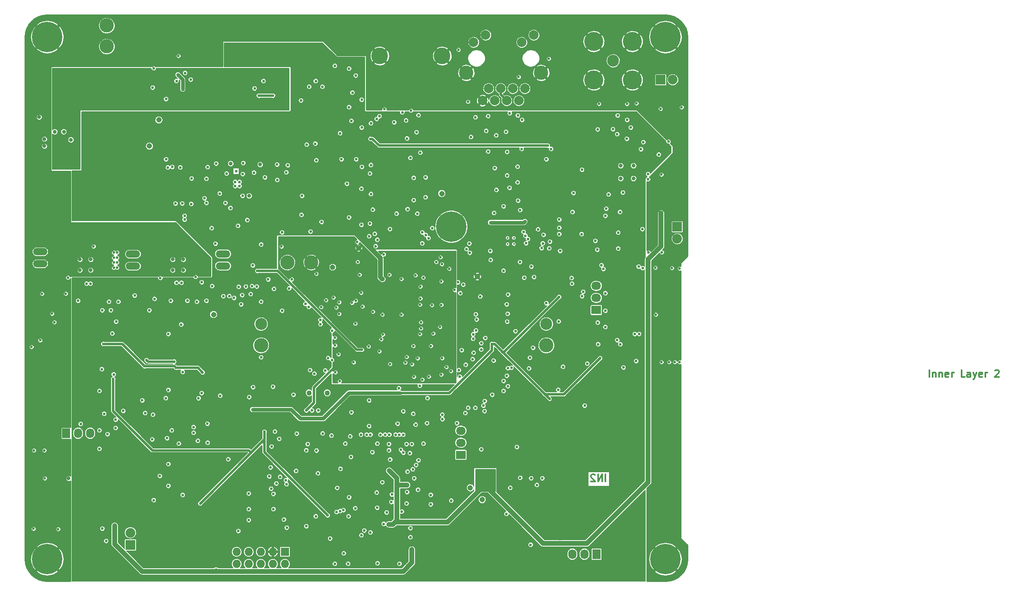
<source format=gbr>
G04 #@! TF.GenerationSoftware,KiCad,Pcbnew,no-vcs-found-7420~56~ubuntu16.04.1*
G04 #@! TF.CreationDate,2017-01-02T14:23:42+01:00*
G04 #@! TF.ProjectId,Mainboard,4D61696E626F6172642E6B696361645F,1.0*
G04 #@! TF.FileFunction,Copper,L3,Inr,Plane*
G04 #@! TF.FilePolarity,Positive*
%FSLAX46Y46*%
G04 Gerber Fmt 4.6, Leading zero omitted, Abs format (unit mm)*
G04 Created by KiCad (PCBNEW no-vcs-found-7420~56~ubuntu16.04.1) date Mon Jan  2 14:23:42 2017*
%MOMM*%
%LPD*%
G01*
G04 APERTURE LIST*
%ADD10C,0.100000*%
%ADD11C,0.300000*%
%ADD12R,1.727200X1.727200*%
%ADD13O,1.727200X1.727200*%
%ADD14C,2.500000*%
%ADD15C,3.000000*%
%ADD16O,2.032000X1.727200*%
%ADD17R,2.032000X1.727200*%
%ADD18C,2.000000*%
%ADD19C,6.400000*%
%ADD20R,2.032000X2.032000*%
%ADD21O,2.032000X2.032000*%
%ADD22O,3.014980X1.506220*%
%ADD23O,1.727200X2.032000*%
%ADD24R,1.727200X2.032000*%
%ADD25C,3.500000*%
%ADD26C,1.100000*%
%ADD27C,0.403333*%
%ADD28C,4.000000*%
%ADD29C,0.800000*%
%ADD30C,1.143000*%
%ADD31C,0.600000*%
%ADD32C,1.000000*%
%ADD33C,0.500000*%
%ADD34C,0.750000*%
%ADD35C,0.254000*%
%ADD36C,0.200000*%
G04 APERTURE END LIST*
D10*
D11*
X290552142Y-176678571D02*
X290552142Y-175178571D01*
X291266428Y-175678571D02*
X291266428Y-176678571D01*
X291266428Y-175821428D02*
X291337857Y-175750000D01*
X291480714Y-175678571D01*
X291695000Y-175678571D01*
X291837857Y-175750000D01*
X291909285Y-175892857D01*
X291909285Y-176678571D01*
X292623571Y-175678571D02*
X292623571Y-176678571D01*
X292623571Y-175821428D02*
X292695000Y-175750000D01*
X292837857Y-175678571D01*
X293052142Y-175678571D01*
X293195000Y-175750000D01*
X293266428Y-175892857D01*
X293266428Y-176678571D01*
X294552142Y-176607142D02*
X294409285Y-176678571D01*
X294123571Y-176678571D01*
X293980714Y-176607142D01*
X293909285Y-176464285D01*
X293909285Y-175892857D01*
X293980714Y-175750000D01*
X294123571Y-175678571D01*
X294409285Y-175678571D01*
X294552142Y-175750000D01*
X294623571Y-175892857D01*
X294623571Y-176035714D01*
X293909285Y-176178571D01*
X295266428Y-176678571D02*
X295266428Y-175678571D01*
X295266428Y-175964285D02*
X295337857Y-175821428D01*
X295409285Y-175750000D01*
X295552142Y-175678571D01*
X295695000Y-175678571D01*
X298052142Y-176678571D02*
X297337857Y-176678571D01*
X297337857Y-175178571D01*
X299195000Y-176678571D02*
X299195000Y-175892857D01*
X299123571Y-175750000D01*
X298980714Y-175678571D01*
X298695000Y-175678571D01*
X298552142Y-175750000D01*
X299195000Y-176607142D02*
X299052142Y-176678571D01*
X298695000Y-176678571D01*
X298552142Y-176607142D01*
X298480714Y-176464285D01*
X298480714Y-176321428D01*
X298552142Y-176178571D01*
X298695000Y-176107142D01*
X299052142Y-176107142D01*
X299195000Y-176035714D01*
X299766428Y-175678571D02*
X300123571Y-176678571D01*
X300480714Y-175678571D02*
X300123571Y-176678571D01*
X299980714Y-177035714D01*
X299909285Y-177107142D01*
X299766428Y-177178571D01*
X301623571Y-176607142D02*
X301480714Y-176678571D01*
X301195000Y-176678571D01*
X301052142Y-176607142D01*
X300980714Y-176464285D01*
X300980714Y-175892857D01*
X301052142Y-175750000D01*
X301195000Y-175678571D01*
X301480714Y-175678571D01*
X301623571Y-175750000D01*
X301695000Y-175892857D01*
X301695000Y-176035714D01*
X300980714Y-176178571D01*
X302337857Y-176678571D02*
X302337857Y-175678571D01*
X302337857Y-175964285D02*
X302409285Y-175821428D01*
X302480714Y-175750000D01*
X302623571Y-175678571D01*
X302766428Y-175678571D01*
X304337857Y-175321428D02*
X304409285Y-175250000D01*
X304552142Y-175178571D01*
X304909285Y-175178571D01*
X305052142Y-175250000D01*
X305123571Y-175321428D01*
X305195000Y-175464285D01*
X305195000Y-175607142D01*
X305123571Y-175821428D01*
X304266428Y-176678571D01*
X305195000Y-176678571D01*
X222447857Y-198678571D02*
X222447857Y-197178571D01*
X221733571Y-198678571D02*
X221733571Y-197178571D01*
X220876428Y-198678571D01*
X220876428Y-197178571D01*
X220233571Y-197321428D02*
X220162142Y-197250000D01*
X220019285Y-197178571D01*
X219662142Y-197178571D01*
X219519285Y-197250000D01*
X219447857Y-197321428D01*
X219376428Y-197464285D01*
X219376428Y-197607142D01*
X219447857Y-197821428D01*
X220305000Y-198678571D01*
X219376428Y-198678571D01*
D12*
X155000000Y-213500000D03*
D13*
X155000000Y-216040000D03*
X152460000Y-213500000D03*
X152460000Y-216040000D03*
X149920000Y-213500000D03*
X149920000Y-216040000D03*
X147380000Y-213500000D03*
X147380000Y-216040000D03*
X144840000Y-213500000D03*
X144840000Y-216040000D03*
D14*
X210000000Y-165500000D03*
D15*
X210000000Y-170000000D03*
D16*
X220500000Y-157460000D03*
X220500000Y-160000000D03*
D17*
X220500000Y-162540000D03*
D14*
X150000000Y-165500000D03*
D15*
X150000000Y-170000000D03*
D18*
X202905000Y-115850000D03*
X200365000Y-115850000D03*
X205445000Y-115850000D03*
X197825000Y-115850000D03*
X196555000Y-118390000D03*
X199095000Y-118390000D03*
X201635000Y-118390000D03*
X204175000Y-118390000D03*
X204785000Y-106120000D03*
X194675000Y-106120000D03*
X197215000Y-104600000D03*
X207325000Y-104600000D03*
D15*
X208875000Y-112550000D03*
X193125000Y-112550000D03*
X155500000Y-152500000D03*
X160500000Y-152500000D03*
D19*
X235000000Y-105000000D03*
X105000000Y-215000000D03*
X105000000Y-105000000D03*
X235000000Y-215000000D03*
D16*
X192000000Y-187960000D03*
X192000000Y-190500000D03*
D17*
X192000000Y-193040000D03*
D20*
X234000000Y-114000000D03*
D21*
X236540000Y-114000000D03*
D22*
X123000000Y-153270000D03*
X123000000Y-150730000D03*
X142000000Y-153270000D03*
X142000000Y-150730000D03*
X103500000Y-152770000D03*
X103500000Y-150230000D03*
D15*
X117500000Y-102600000D03*
X117500000Y-107000000D03*
D23*
X114040000Y-188500000D03*
X111500000Y-188500000D03*
D24*
X108960000Y-188500000D03*
D25*
X174930000Y-109000000D03*
X188070000Y-109000000D03*
D26*
X163905000Y-180000000D03*
X160095000Y-180000000D03*
D27*
X203155000Y-148655000D03*
X203155000Y-147345000D03*
X201845000Y-148655000D03*
X201845000Y-147345000D03*
D28*
X219950000Y-105950000D03*
X228050000Y-105950000D03*
X228050000Y-114050000D03*
X219950000Y-114050000D03*
D14*
X224000000Y-110000000D03*
D29*
X228350000Y-132150000D03*
X225650000Y-132150000D03*
X228350000Y-134850000D03*
X225650000Y-134850000D03*
X133625000Y-154125000D03*
X133625000Y-151875000D03*
X131375000Y-154125000D03*
X131375000Y-151875000D03*
X114125000Y-154125000D03*
X114125000Y-151875000D03*
X111875000Y-154125000D03*
X111875000Y-151875000D03*
D21*
X237500000Y-147500000D03*
D20*
X237500000Y-144960000D03*
D21*
X122500000Y-209460000D03*
D20*
X122500000Y-212000000D03*
D19*
X190000000Y-145000000D03*
D30*
X128500000Y-122500000D03*
X140500000Y-217500000D03*
X126500000Y-128000000D03*
X140000000Y-163500000D03*
X196500000Y-202500000D03*
X188000000Y-138000000D03*
X195500000Y-155500000D03*
X170500000Y-149500000D03*
X194000000Y-200000000D03*
X165000000Y-153500000D03*
D23*
X215460000Y-214000000D03*
X218000000Y-214000000D03*
D24*
X220540000Y-214000000D03*
D31*
X203800000Y-191400000D03*
X203500000Y-167000000D03*
X171150000Y-124100000D03*
X201875002Y-163350000D03*
X212900000Y-150100000D03*
X212700000Y-146549996D03*
X220700000Y-149850000D03*
X171150000Y-118250000D03*
X169900000Y-113150000D03*
X169200000Y-116750000D03*
X169000000Y-122700000D03*
X165500000Y-111100000D03*
X127400000Y-111600000D03*
X127200000Y-115700000D03*
X202299994Y-121100000D03*
X102099998Y-208600000D03*
X160399998Y-146000000D03*
X238000000Y-173500000D03*
X168500000Y-202000008D03*
X168900000Y-193500000D03*
X152200000Y-191300000D03*
X175800000Y-207600000D03*
X161500000Y-206000000D03*
X166700000Y-196000000D03*
X154000000Y-197700000D03*
X150000000Y-172500000D03*
X129950000Y-181100000D03*
X136850000Y-181150000D03*
X234200000Y-134000000D03*
X231400000Y-133899992D03*
X231400000Y-135000000D03*
X191800000Y-176600000D03*
X161400000Y-127500000D03*
X161600000Y-131000000D03*
X158600000Y-138500000D03*
X158500000Y-142500000D03*
X154264651Y-149164651D03*
X127600000Y-160200000D03*
X130500000Y-167600000D03*
X166600000Y-125300000D03*
X173100000Y-123200000D03*
X228600000Y-167600000D03*
X188100000Y-184600000D03*
X101700000Y-170300000D03*
X118700000Y-167500000D03*
X118400000Y-162600000D03*
X119500000Y-165000000D03*
X106000000Y-163300000D03*
X120000000Y-160800000D03*
X111500000Y-160600000D03*
X134500000Y-160599994D03*
X132700000Y-190700000D03*
X195200000Y-166850000D03*
X196750000Y-182699998D03*
X196300000Y-169550000D03*
X185000000Y-181100000D03*
X192200000Y-171000000D03*
X191900002Y-159000000D03*
X194500000Y-172899998D03*
X212500000Y-179350010D03*
X217500000Y-159650000D03*
X224900000Y-168900000D03*
X179000000Y-179000000D03*
X152000000Y-195700000D03*
X157500000Y-188600000D03*
X155200000Y-198400000D03*
X164799998Y-189000000D03*
X161650000Y-192150000D03*
X157350000Y-196450000D03*
X176900000Y-192100000D03*
X178700000Y-186500000D03*
X176900000Y-190800000D03*
X184900000Y-186400000D03*
X182200000Y-198000000D03*
X179600000Y-205000000D03*
X167400000Y-213800000D03*
X164500000Y-210700000D03*
X107300000Y-208700008D03*
X117400000Y-211200000D03*
X209149939Y-197999254D03*
X206800000Y-198000000D03*
X208000000Y-199400000D03*
X202400000Y-200000000D03*
X172700000Y-181600000D03*
X169000000Y-184100000D03*
X167700000Y-190700022D03*
X174450000Y-190700000D03*
X172700000Y-187000000D03*
X173500000Y-141400000D03*
X173100000Y-138100000D03*
X172900000Y-133800000D03*
X171200000Y-132400000D03*
X171100000Y-137000000D03*
X171100000Y-144600000D03*
X170200000Y-148200000D03*
X182100000Y-139400000D03*
X182100000Y-134700000D03*
X181400000Y-130500000D03*
X180700000Y-126400000D03*
X180500000Y-122600000D03*
X183100000Y-121500000D03*
X182700000Y-125100000D03*
X183500000Y-129400000D03*
X184600000Y-134600000D03*
X184600000Y-138800000D03*
X186000000Y-145300000D03*
X187700000Y-151400000D03*
X189550000Y-153850000D03*
X126500000Y-162600000D03*
X141300000Y-138000000D03*
X142500000Y-140000000D03*
X201000000Y-140700000D03*
X199500000Y-137250000D03*
X199150000Y-132650000D03*
X197750000Y-129150000D03*
X197350000Y-124800000D03*
X193500000Y-118650000D03*
X195100000Y-121950000D03*
X197750000Y-121700000D03*
X199450000Y-125750000D03*
X202250000Y-136800000D03*
X201750000Y-134200000D03*
X201750000Y-129250000D03*
X204000000Y-121550000D03*
X204800000Y-128600000D03*
X203950000Y-132350000D03*
X203950000Y-135650000D03*
X204050000Y-139500000D03*
X211000000Y-128600000D03*
X160050000Y-161900000D03*
X139600000Y-145300000D03*
X150000000Y-148750000D03*
X148250000Y-153150000D03*
X145150000Y-144800000D03*
X158400000Y-118400000D03*
X185250000Y-176550000D03*
X184150000Y-190699990D03*
X226200000Y-174650000D03*
X218050000Y-182700000D03*
X143550000Y-141050000D03*
X138750000Y-190500000D03*
X130200000Y-189550000D03*
X182900000Y-172700000D03*
X191600000Y-175200000D03*
X196300000Y-170850000D03*
X204450000Y-152450000D03*
X201950000Y-159300000D03*
X205350000Y-155750000D03*
X209400000Y-146700000D03*
X210750000Y-148150000D03*
X217400000Y-146549999D03*
X220300000Y-147975000D03*
X225100000Y-146250000D03*
X119400000Y-187400000D03*
X127250000Y-184600000D03*
X125600000Y-184250000D03*
X119400000Y-185650000D03*
X112050000Y-186550000D03*
X139700000Y-157500000D03*
X145300000Y-157650000D03*
X146000000Y-159400000D03*
X165550000Y-170000000D03*
X152900000Y-188150000D03*
X162950000Y-188550000D03*
X198900000Y-173200000D03*
X207200000Y-170500000D03*
X206550000Y-172600000D03*
X206350000Y-174850000D03*
X201650000Y-161350000D03*
X207400000Y-155600000D03*
X173100000Y-132000000D03*
X178500000Y-142250000D03*
X174850000Y-171250000D03*
X226923602Y-126476398D03*
X227749998Y-124100000D03*
X227000000Y-122500000D03*
X225000000Y-121550000D03*
X221050000Y-119100000D03*
X224000000Y-124450000D03*
X224900000Y-125500000D03*
X238450000Y-119850000D03*
X226950000Y-119100000D03*
X228950000Y-119000000D03*
X234000000Y-120150000D03*
X114750000Y-149150000D03*
X188076057Y-172673946D03*
X212703563Y-145223031D03*
X225100000Y-149600000D03*
X104500000Y-197999998D03*
X104400000Y-192100000D03*
X179100000Y-216000000D03*
X181400000Y-210400000D03*
X173000000Y-209400000D03*
X168400000Y-206000000D03*
X166900000Y-130800000D03*
X132600000Y-109000000D03*
X132200000Y-114300000D03*
X135200000Y-114000000D03*
X134000000Y-112600000D03*
X206700000Y-212000000D03*
X201600000Y-205500000D03*
X179900000Y-183875002D03*
X166000000Y-200025002D03*
X133500000Y-201500000D03*
X135800000Y-187200021D03*
X117000000Y-184400000D03*
X194150000Y-126100000D03*
X147500000Y-180900000D03*
X182000000Y-184400000D03*
X102200000Y-192100000D03*
X115999998Y-191800000D03*
X187600000Y-166100000D03*
X179500000Y-163500000D03*
X179500000Y-156000000D03*
X183400000Y-161400000D03*
X238000000Y-153800000D03*
X229400000Y-153399990D03*
X220815686Y-165184314D03*
X222400000Y-166125000D03*
X222400000Y-162700000D03*
X222425003Y-159000000D03*
X233000000Y-163500000D03*
X237000000Y-173500000D03*
X235800000Y-173500000D03*
X234200000Y-173500000D03*
X228875000Y-173300000D03*
X150000000Y-160800000D03*
X132200000Y-156800000D03*
X136500000Y-160800000D03*
X131000000Y-160600000D03*
X108900000Y-159100000D03*
X169800000Y-165400000D03*
X116500000Y-175000000D03*
X190000000Y-202700000D03*
X160300000Y-175200000D03*
X163484314Y-175284314D03*
X156800000Y-180400000D03*
X159500000Y-208100000D03*
X159500000Y-192100000D03*
X143100000Y-194000000D03*
X130500000Y-199600000D03*
X174400000Y-204200000D03*
X174300000Y-201000000D03*
X140400000Y-148575000D03*
X179700000Y-120900000D03*
X148624999Y-115875001D03*
X150500000Y-114300000D03*
X162900000Y-115500000D03*
X161500000Y-114300000D03*
X160100000Y-115500000D03*
X170000000Y-130800000D03*
X235675000Y-127000000D03*
X175491602Y-198833591D03*
X177100000Y-145500000D03*
X176399293Y-205198433D03*
X182500000Y-186700000D03*
X173500000Y-162900010D03*
X138500000Y-140000000D03*
X135300000Y-140200000D03*
X133400000Y-140100000D03*
X132000000Y-140100000D03*
X138500000Y-134900000D03*
X135372919Y-134825276D03*
X133000000Y-132500000D03*
X131300000Y-132400000D03*
X130400000Y-132500000D03*
X130000000Y-130800000D03*
X212700000Y-143500000D03*
X222425002Y-142700000D03*
X222600000Y-141200000D03*
X223100000Y-138200000D03*
X215700000Y-137900000D03*
X210000000Y-161100000D03*
X152500000Y-178700000D03*
X166500000Y-177500000D03*
X160700000Y-183700000D03*
X162000000Y-183700000D03*
X236400000Y-153700000D03*
X231500000Y-150400000D03*
X180700000Y-200900000D03*
X183000000Y-200400000D03*
X181400000Y-208500000D03*
X180600000Y-203300000D03*
X215500000Y-141900000D03*
X225500000Y-141900000D03*
X209000000Y-149500000D03*
X177100000Y-173900000D03*
X185700000Y-170100000D03*
X182000000Y-170100000D03*
X169110381Y-161025972D03*
X170300000Y-152400000D03*
X176949998Y-155104162D03*
X182450003Y-155200000D03*
X184100000Y-155700000D03*
X171000000Y-158900000D03*
X187895852Y-161449991D03*
X213500000Y-174500000D03*
X201500000Y-125000000D03*
X191500000Y-107700000D03*
X210500000Y-109600000D03*
X204500000Y-141500000D03*
X198300000Y-152000000D03*
X199000000Y-142100000D03*
X178000000Y-123000000D03*
X128700000Y-197500000D03*
X127400000Y-202600000D03*
X116600000Y-208600000D03*
X119000000Y-176100000D03*
X130500000Y-179400000D03*
X103500000Y-168900000D03*
X217500000Y-133000000D03*
D29*
X147500000Y-138500000D03*
X103300000Y-121900000D03*
X108500000Y-125000000D03*
X106600000Y-125000000D03*
X110000000Y-126700000D03*
X104400000Y-126500000D03*
X104400000Y-128000000D03*
D31*
X152600000Y-201300000D03*
X147400000Y-201200000D03*
X147400000Y-204500000D03*
X147400000Y-206800000D03*
X145200000Y-209100000D03*
X152600000Y-204500000D03*
X154800000Y-206700000D03*
X210000000Y-130800000D03*
X121000000Y-183800000D03*
X165500000Y-216000000D03*
D29*
X109500000Y-198000000D03*
D31*
X231400000Y-169699996D03*
X212600000Y-164950000D03*
X220900000Y-169750000D03*
X225550000Y-169750000D03*
X218600000Y-173850000D03*
X220800000Y-124500000D03*
X198300000Y-198550000D03*
X197000000Y-199400000D03*
X197000000Y-196600000D03*
X195700000Y-198000000D03*
X180700000Y-199400000D03*
X176925010Y-196400000D03*
X177700000Y-207700000D03*
X176899996Y-207700000D03*
X234100000Y-142100000D03*
X230200000Y-145500000D03*
X231600000Y-133000000D03*
X235600000Y-128799996D03*
X230400000Y-173300000D03*
X188400000Y-192100000D03*
X166400000Y-210700000D03*
X207800000Y-195600000D03*
X205100000Y-195500000D03*
X206400000Y-194300000D03*
X195000000Y-189800000D03*
X212650000Y-144400000D03*
X153500000Y-180400000D03*
X143200000Y-107500000D03*
X146000000Y-110300000D03*
X143600000Y-109900000D03*
X145600000Y-107900000D03*
X180600000Y-204300002D03*
X208400000Y-172500000D03*
X211500000Y-121500000D03*
X183500000Y-160100000D03*
X183400000Y-167600000D03*
X175500000Y-156000000D03*
X175500000Y-163500000D03*
X191600000Y-172900000D03*
X143100000Y-190000000D03*
X127500000Y-193400000D03*
X174400000Y-202800000D03*
X174202551Y-199750226D03*
X176991589Y-198833590D03*
X177600000Y-205100000D03*
X132700000Y-142200000D03*
X129500000Y-141200000D03*
X132100000Y-134900000D03*
X221200000Y-147100000D03*
X222399992Y-144000000D03*
X213550000Y-170400000D03*
X183033580Y-201508395D03*
X217500000Y-141900000D03*
X228500000Y-148500000D03*
X166699996Y-145500000D03*
X168400000Y-145500000D03*
X167300000Y-144100002D03*
X206500000Y-141000000D03*
X202325010Y-151100000D03*
X204163202Y-113436830D03*
D29*
X212800000Y-210700000D03*
D31*
X127400000Y-200500000D03*
X115200000Y-208700000D03*
X139400000Y-138000000D03*
X151600000Y-138000000D03*
X149600000Y-141000000D03*
X144700000Y-138700000D03*
X144750000Y-133300000D03*
X145100000Y-207700000D03*
X154800000Y-207700000D03*
X154800000Y-209700000D03*
X229602305Y-179897695D03*
X185701490Y-201500000D03*
X185701490Y-203500000D03*
X119200000Y-208000000D03*
X181700000Y-213000000D03*
X229500000Y-167600000D03*
X188150000Y-185550000D03*
X125000000Y-181600000D03*
X127100000Y-189800000D03*
X137500000Y-180050000D03*
X136700000Y-190100000D03*
X137500000Y-156700000D03*
X113300000Y-157000000D03*
X115990373Y-179590373D03*
X138500000Y-160600000D03*
X133200000Y-165600004D03*
X123400000Y-159500000D03*
X116600000Y-162600000D03*
X118000000Y-160800000D03*
X103900000Y-159100000D03*
X133500000Y-175600000D03*
X106500000Y-165100000D03*
X159600000Y-127700000D03*
X154400000Y-146200000D03*
X155200000Y-114300000D03*
X153800000Y-114300000D03*
X154500000Y-117350000D03*
D29*
X109800000Y-128600000D03*
X107499998Y-131400000D03*
X109700016Y-131400000D03*
X107500000Y-128700000D03*
D31*
X119000000Y-153600000D03*
X119700000Y-153600000D03*
X119700000Y-152500000D03*
X119000000Y-152500000D03*
X119000000Y-151500000D03*
X119700000Y-151500000D03*
X119700000Y-150400000D03*
X119000000Y-150400000D03*
X152500000Y-117400000D03*
X149500000Y-117400000D03*
X132500000Y-113000000D03*
X133500000Y-116000000D03*
X221300000Y-172699986D03*
X198550004Y-169700000D03*
X179195740Y-179999991D03*
X212679359Y-159779317D03*
X164350000Y-165150000D03*
X148200000Y-183500000D03*
X118874998Y-177100000D03*
X125900000Y-173100000D03*
X131700000Y-173400000D03*
X173000000Y-126500000D03*
X209700000Y-180300000D03*
X210300000Y-127900000D03*
X171200000Y-170900000D03*
X149200000Y-154300000D03*
X164000000Y-205800000D03*
X150700000Y-188200000D03*
X137200000Y-203300000D03*
X164900002Y-173050012D03*
X181717177Y-173975666D03*
X187884711Y-156497088D03*
X170700000Y-155100000D03*
X198200000Y-150100000D03*
X118900000Y-154900000D03*
X138500000Y-154800000D03*
X135900000Y-149800000D03*
X138750000Y-132450000D03*
X142750000Y-133800000D03*
X140550000Y-131700000D03*
X146250000Y-131600000D03*
X153400000Y-135150000D03*
X150800000Y-134600000D03*
X155600000Y-132050000D03*
X153350000Y-131900000D03*
X165550000Y-106850000D03*
X178000000Y-115750000D03*
X198950000Y-113050000D03*
X181500000Y-115500000D03*
D29*
X123000000Y-144700000D03*
X102300000Y-157600000D03*
X103500000Y-144400000D03*
X149800000Y-131900000D03*
D31*
X144550000Y-136450000D03*
X145450000Y-136450000D03*
X145450000Y-135550000D03*
X144550000Y-135550000D03*
D29*
X143600000Y-131700000D03*
D31*
X168500000Y-106400000D03*
X190700000Y-158300000D03*
X166400000Y-163350000D03*
X162500000Y-165550000D03*
X148300000Y-178800014D03*
X182125000Y-176600000D03*
X117700000Y-188699994D03*
X155350000Y-199249998D03*
X180300000Y-173600011D03*
X185199988Y-147400000D03*
X208250000Y-145550002D03*
X174450002Y-147750000D03*
X206850000Y-153400000D03*
X182850000Y-142250000D03*
X201750000Y-165000000D03*
X215400000Y-157000000D03*
X196100000Y-159700000D03*
X174300000Y-122300000D03*
X159300000Y-161250000D03*
X165500000Y-168375000D03*
X147800000Y-159200000D03*
X175800000Y-150800000D03*
X151500000Y-156100000D03*
X149100000Y-157600000D03*
X168500000Y-143050000D03*
X162700000Y-144000000D03*
X172730010Y-147000000D03*
X173900000Y-146500000D03*
X169900000Y-160550000D03*
X180600000Y-172400000D03*
X130000000Y-118100000D03*
X138100000Y-139000000D03*
X147100000Y-143600000D03*
X200989146Y-154264156D03*
X205716942Y-148483058D03*
X192950000Y-184250000D03*
X187900000Y-176149996D03*
X196300000Y-191900000D03*
X179900000Y-192600002D03*
X181700000Y-190800000D03*
X171100000Y-210000000D03*
X177500000Y-201400000D03*
X183900000Y-177200000D03*
X230400000Y-127200000D03*
X183900000Y-148500000D03*
X178300000Y-188800000D03*
X181900000Y-196100004D03*
X173400000Y-192500000D03*
X173000000Y-188800000D03*
X179900000Y-188800000D03*
X183100000Y-194200000D03*
X169800000Y-204299996D03*
X172200000Y-188800000D03*
X130500000Y-195000000D03*
X166600000Y-204900000D03*
X176099978Y-188800000D03*
X168300000Y-216000000D03*
X166400000Y-160900000D03*
X197000000Y-183850000D03*
X201899998Y-178600000D03*
X163650000Y-160450000D03*
X201000002Y-179600000D03*
X165200000Y-159900000D03*
X195050000Y-183150000D03*
X189900000Y-175400000D03*
X230243054Y-153708531D03*
X136200000Y-155550000D03*
X109350000Y-155700000D03*
X128800004Y-155800000D03*
X145800000Y-161350000D03*
X174900000Y-121700000D03*
X162600000Y-161900000D03*
X162450000Y-164650000D03*
X116000000Y-187900000D03*
X141399988Y-180600000D03*
X152699998Y-158100000D03*
X142054618Y-159645381D03*
X156423377Y-156047402D03*
X172600000Y-170200002D03*
X168500000Y-119800000D03*
X168050000Y-135950000D03*
X172892136Y-144339322D03*
X177150000Y-194050000D03*
X180800000Y-196600000D03*
X191400000Y-156700000D03*
X186812314Y-152394683D03*
X188000000Y-152875000D03*
X206150000Y-147600000D03*
X205598951Y-146898951D03*
X205200004Y-146100032D03*
X183900000Y-146200000D03*
X229900000Y-128674978D03*
X194700000Y-171550000D03*
X201000000Y-177500000D03*
X194600002Y-168600000D03*
X201700000Y-176400000D03*
X165800004Y-162000000D03*
X197050000Y-181750000D03*
X195150000Y-163450000D03*
X202650000Y-174699998D03*
X193550000Y-183150000D03*
X188950002Y-174550000D03*
X217750000Y-158699994D03*
X210600000Y-149550000D03*
X215300000Y-155800000D03*
X193200000Y-149700000D03*
X138700000Y-186500000D03*
X135800000Y-188400000D03*
X143300000Y-159600000D03*
X133250000Y-156800002D03*
X144300000Y-160000000D03*
X114100000Y-157000000D03*
X179100000Y-188800000D03*
X182600000Y-195200000D03*
X204500000Y-197900000D03*
X154400000Y-162700000D03*
X155900000Y-158000000D03*
X155300000Y-133550000D03*
X148500000Y-133600000D03*
X146100000Y-138500000D03*
X146150000Y-133900000D03*
X185550000Y-173900000D03*
X166500000Y-173500010D03*
X187770160Y-172016626D03*
X151700000Y-197600000D03*
X172200000Y-173900000D03*
X190424334Y-165717177D03*
X169800000Y-166700000D03*
X171500000Y-162900000D03*
X183700000Y-173874998D03*
X159500000Y-183700000D03*
X167700000Y-148600000D03*
X154100000Y-148100000D03*
X168500000Y-149800000D03*
X169300000Y-148500000D03*
X177949991Y-173895852D03*
X169098983Y-161875898D03*
X169400000Y-152400000D03*
X176100004Y-155100000D03*
X181600000Y-155200000D03*
X187899377Y-155642974D03*
X187900000Y-160600000D03*
X161200000Y-175950000D03*
X198600000Y-180400000D03*
X193049990Y-174072875D03*
X194600000Y-167650000D03*
X201900000Y-174799996D03*
X221600000Y-153100000D03*
X165600000Y-175650000D03*
X155400000Y-208400000D03*
X159800000Y-190800000D03*
X152100000Y-200200000D03*
X153800000Y-189700000D03*
X148100000Y-157500000D03*
X133900000Y-142700000D03*
X221999996Y-153900000D03*
X191200000Y-186400000D03*
X166250000Y-171850000D03*
X146800000Y-157600000D03*
X133900000Y-143500000D03*
X183600000Y-165100000D03*
X183500000Y-157600000D03*
X165876969Y-205096437D03*
X175100000Y-188800000D03*
X167308281Y-204696178D03*
X176974987Y-188800000D03*
X164100000Y-172650010D03*
X171300000Y-161800000D03*
X164950000Y-166900000D03*
X161600000Y-154900000D03*
X184647452Y-146752548D03*
X226100000Y-137800000D03*
X179400000Y-192000000D03*
X180600000Y-190800000D03*
X183400000Y-178500000D03*
X175600000Y-167700000D03*
X183600000Y-166400000D03*
X175250000Y-168700000D03*
X198250000Y-144100000D03*
X205450000Y-143900000D03*
X204900000Y-122500000D03*
X193900008Y-150500000D03*
X174100021Y-149100000D03*
X195350000Y-164550000D03*
X197150000Y-168450000D03*
X186200000Y-167500000D03*
X234300000Y-150400000D03*
X232900000Y-153600000D03*
X116800000Y-169700000D03*
X125500000Y-174400000D03*
X132100000Y-174700000D03*
X137700000Y-175700000D03*
X171699998Y-209000000D03*
X193800000Y-148550000D03*
X209250000Y-148500000D03*
X177400000Y-203000000D03*
X185900000Y-161500000D03*
X181300000Y-192700000D03*
X192500000Y-157200000D03*
X171000000Y-188800000D03*
X131200000Y-187900000D03*
X169450000Y-173549996D03*
X153200000Y-199100000D03*
X180800000Y-141300000D03*
X175900000Y-120200000D03*
X233649999Y-129799655D03*
X168500000Y-111700000D03*
X181500000Y-120500000D03*
X174500000Y-215900000D03*
X168750000Y-189150000D03*
X161950000Y-196950000D03*
D32*
X231400000Y-198800000D02*
X231400000Y-170124260D01*
X231400000Y-170124260D02*
X231400000Y-169699996D01*
X218474999Y-211725001D02*
X231400000Y-198800000D01*
X197000000Y-199400000D02*
X209325001Y-211725001D01*
X209325001Y-211725001D02*
X218474999Y-211725001D01*
X234100000Y-149143066D02*
X231400000Y-151843066D01*
X234100000Y-142100000D02*
X234100000Y-149143066D01*
X231400000Y-151843066D02*
X231400000Y-169275732D01*
X231400000Y-169275732D02*
X231400000Y-169699996D01*
X177700000Y-207700000D02*
X178200000Y-207200000D01*
X178200000Y-207200000D02*
X189200000Y-207200000D01*
X189200000Y-207200000D02*
X197000000Y-199400000D01*
X178525001Y-197999991D02*
X178525001Y-199400000D01*
X178525001Y-199400000D02*
X178525001Y-206874999D01*
X180700000Y-199400000D02*
X178525001Y-199400000D01*
X176925010Y-196400000D02*
X178525001Y-197999991D01*
X178525001Y-206874999D02*
X177700000Y-207700000D01*
X176899996Y-207700000D02*
X177700000Y-207700000D01*
X168400000Y-145500000D02*
X168945998Y-145500000D01*
X168945998Y-145500000D02*
X175050003Y-151604005D01*
X175050003Y-151604005D02*
X175050003Y-155604001D01*
X175050003Y-155604001D02*
X175446002Y-156000000D01*
X175446002Y-156000000D02*
X175500000Y-156000000D01*
X124942998Y-217600000D02*
X139900000Y-217600000D01*
X139900000Y-217600000D02*
X179900000Y-217600000D01*
D33*
X140500000Y-217500000D02*
X140000000Y-217500000D01*
X140000000Y-217500000D02*
X139900000Y-217600000D01*
D32*
X179900000Y-217600000D02*
X181700000Y-215800000D01*
X181700000Y-215800000D02*
X181700000Y-213000000D01*
X119200000Y-208000000D02*
X119200000Y-211857002D01*
X119200000Y-211857002D02*
X124942998Y-217600000D01*
D33*
X149500000Y-117400000D02*
X152500000Y-117400000D01*
D34*
X133500000Y-116000000D02*
X133500000Y-114000000D01*
X133500000Y-114000000D02*
X132500000Y-113000000D01*
X148200000Y-183500000D02*
X156300000Y-183500000D01*
X156300000Y-183500000D02*
X158200000Y-185400000D01*
X158200000Y-185400000D02*
X163100000Y-185400000D01*
X163100000Y-185400000D02*
X168500009Y-179999991D01*
X168500009Y-179999991D02*
X178771476Y-179999991D01*
X178771476Y-179999991D02*
X179195740Y-179999991D01*
D33*
X179195740Y-179999991D02*
X189600009Y-179999991D01*
X189600009Y-179999991D02*
X198550000Y-171050000D01*
X198550000Y-171050000D02*
X198550000Y-169700004D01*
X198550000Y-169700004D02*
X198550004Y-169700000D01*
X221000001Y-172999985D02*
X221300000Y-172699986D01*
X213699986Y-180300000D02*
X221000001Y-172999985D01*
X209700000Y-180300000D02*
X213699986Y-180300000D01*
X212679359Y-159779317D02*
X200929338Y-171529338D01*
X200929338Y-171529338D02*
X199700000Y-170300000D01*
X199100000Y-169700000D02*
X198550004Y-169700000D01*
X199700000Y-170300000D02*
X199100000Y-169700000D01*
X209700000Y-180300000D02*
X199700000Y-170300000D01*
X209700000Y-180300000D02*
X210700000Y-181300000D01*
X170100000Y-170900000D02*
X164350000Y-165150000D01*
X164350000Y-165150000D02*
X153500000Y-154300000D01*
X147400000Y-192100000D02*
X127125998Y-192100000D01*
X118874998Y-183849000D02*
X118874998Y-177100000D01*
X147900000Y-192600000D02*
X147400000Y-192100000D01*
X127125998Y-192100000D02*
X118874998Y-183849000D01*
X150200000Y-190300000D02*
X147900000Y-192600000D01*
X150350000Y-190300000D02*
X150700000Y-190650000D01*
X150700000Y-189800000D02*
X150200000Y-190300000D01*
X150700000Y-192500000D02*
X150700000Y-190650000D01*
X150700000Y-190650000D02*
X150700000Y-188200000D01*
X150200000Y-190300000D02*
X150350000Y-190300000D01*
X147900000Y-192600000D02*
X137200000Y-203300000D01*
X153500000Y-154300000D02*
X149200000Y-154300000D01*
X171200000Y-170900000D02*
X170100000Y-170900000D01*
X131700000Y-173400000D02*
X126200000Y-173400000D01*
X126200000Y-173400000D02*
X125900000Y-173100000D01*
X164000000Y-205800000D02*
X150700000Y-192500000D01*
X150700000Y-188200000D02*
X150700000Y-189800000D01*
X173000000Y-126500000D02*
X173424264Y-126500000D01*
X173424264Y-126500000D02*
X174824264Y-127900000D01*
X174824264Y-127900000D02*
X210300000Y-127900000D01*
X178000000Y-115750000D02*
X181250000Y-115750000D01*
X181250000Y-115750000D02*
X181500000Y-115500000D01*
X161145001Y-182054999D02*
X161145001Y-178855009D01*
X159500000Y-183700000D02*
X161145001Y-182054999D01*
X161145001Y-178855009D02*
X166500000Y-173500010D01*
X200365000Y-115850000D02*
X200365000Y-117120000D01*
X200365000Y-117120000D02*
X201635000Y-118390000D01*
D34*
X198250000Y-144100000D02*
X205250000Y-144100000D01*
X205250000Y-144100000D02*
X205450000Y-143900000D01*
D33*
X132100000Y-174700000D02*
X136700000Y-174700000D01*
X136700000Y-174700000D02*
X137700000Y-175700000D01*
X125500000Y-174400000D02*
X131800001Y-174400001D01*
X131800001Y-174400001D02*
X132100000Y-174700000D01*
X116800000Y-169700000D02*
X120800000Y-169700000D01*
X120800000Y-169700000D02*
X125500000Y-174400000D01*
D35*
G36*
X199173000Y-200673000D02*
X195127000Y-200673000D01*
X195127000Y-196127000D01*
X199173000Y-196127000D01*
X199173000Y-200673000D01*
X199173000Y-200673000D01*
G37*
X199173000Y-200673000D02*
X195127000Y-200673000D01*
X195127000Y-196127000D01*
X199173000Y-196127000D01*
X199173000Y-200673000D01*
G36*
X170049282Y-147666773D02*
X170043393Y-147667896D01*
X169943023Y-147708449D01*
X169852441Y-147767724D01*
X169775097Y-147843464D01*
X169713938Y-147932785D01*
X169671293Y-148032284D01*
X169648786Y-148138171D01*
X169647274Y-148246414D01*
X169666816Y-148352888D01*
X169706667Y-148453539D01*
X169765308Y-148544533D01*
X169840507Y-148622403D01*
X169929398Y-148684185D01*
X170028597Y-148727523D01*
X170134325Y-148750769D01*
X170152733Y-148751155D01*
X170122124Y-148763833D01*
X170056742Y-148877137D01*
X170500000Y-149320395D01*
X170943258Y-148877137D01*
X170877876Y-148763833D01*
X170726996Y-148704258D01*
X170567393Y-148675263D01*
X170479015Y-148676734D01*
X170541490Y-148637087D01*
X170619883Y-148562433D01*
X170682284Y-148473975D01*
X170726314Y-148375081D01*
X170732104Y-148349595D01*
X174298003Y-151915494D01*
X174298003Y-155604001D01*
X174304781Y-155673127D01*
X174310836Y-155742332D01*
X174311939Y-155746129D01*
X174312325Y-155750065D01*
X174332412Y-155816596D01*
X174351782Y-155883270D01*
X174353600Y-155886778D01*
X174354744Y-155890566D01*
X174387357Y-155951902D01*
X174419322Y-156013569D01*
X174421790Y-156016661D01*
X174423646Y-156020151D01*
X174467534Y-156073963D01*
X174510886Y-156128269D01*
X174516312Y-156133771D01*
X174516406Y-156133886D01*
X174516513Y-156133974D01*
X174518259Y-156135745D01*
X174914258Y-156531744D01*
X174967924Y-156575826D01*
X175021147Y-156620485D01*
X175024613Y-156622390D01*
X175027668Y-156624900D01*
X175088877Y-156657720D01*
X175149758Y-156691190D01*
X175153528Y-156692386D01*
X175157012Y-156694254D01*
X175223436Y-156714562D01*
X175289652Y-156735567D01*
X175293581Y-156736008D01*
X175297363Y-156737164D01*
X175366441Y-156744180D01*
X175435502Y-156751927D01*
X175443237Y-156751981D01*
X175443377Y-156751995D01*
X175443508Y-156751983D01*
X175446002Y-156752000D01*
X175500000Y-156752000D01*
X175646064Y-156737678D01*
X175786565Y-156695259D01*
X175916150Y-156626357D01*
X176029885Y-156533597D01*
X176123436Y-156420513D01*
X176193241Y-156291412D01*
X176236641Y-156151211D01*
X176247655Y-156046414D01*
X178947274Y-156046414D01*
X178966816Y-156152888D01*
X179006667Y-156253539D01*
X179065308Y-156344533D01*
X179140507Y-156422403D01*
X179229398Y-156484185D01*
X179328597Y-156527523D01*
X179434325Y-156550769D01*
X179542554Y-156553036D01*
X179596623Y-156543502D01*
X187331985Y-156543502D01*
X187351527Y-156649976D01*
X187391378Y-156750627D01*
X187450019Y-156841621D01*
X187525218Y-156919491D01*
X187614109Y-156981273D01*
X187713308Y-157024611D01*
X187819036Y-157047857D01*
X187927265Y-157050124D01*
X188033873Y-157031326D01*
X188134800Y-156992179D01*
X188226201Y-156934175D01*
X188304594Y-156859521D01*
X188366995Y-156771063D01*
X188411025Y-156672169D01*
X188435008Y-156566607D01*
X188436735Y-156442962D01*
X188415708Y-156336770D01*
X188374456Y-156236686D01*
X188314550Y-156146520D01*
X188238272Y-156069707D01*
X188148526Y-156009172D01*
X188048732Y-155967223D01*
X187942690Y-155945456D01*
X187834440Y-155944700D01*
X187728104Y-155964984D01*
X187627734Y-156005537D01*
X187537152Y-156064812D01*
X187459808Y-156140552D01*
X187398649Y-156229873D01*
X187356004Y-156329372D01*
X187333497Y-156435259D01*
X187331985Y-156543502D01*
X179596623Y-156543502D01*
X179649162Y-156534238D01*
X179750089Y-156495091D01*
X179841490Y-156437087D01*
X179919883Y-156362433D01*
X179982284Y-156273975D01*
X180026314Y-156175081D01*
X180050297Y-156069519D01*
X180052024Y-155945874D01*
X180030997Y-155839682D01*
X179989745Y-155739598D01*
X179929839Y-155649432D01*
X179853561Y-155572619D01*
X179763815Y-155512084D01*
X179664021Y-155470135D01*
X179557979Y-155448368D01*
X179449729Y-155447612D01*
X179343393Y-155467896D01*
X179243023Y-155508449D01*
X179152441Y-155567724D01*
X179075097Y-155643464D01*
X179013938Y-155732785D01*
X178971293Y-155832284D01*
X178948786Y-155938171D01*
X178947274Y-156046414D01*
X176247655Y-156046414D01*
X176251982Y-156005250D01*
X176238680Y-155859089D01*
X176197242Y-155718296D01*
X176129247Y-155588232D01*
X176037283Y-155473853D01*
X175924855Y-155379515D01*
X175845231Y-155335741D01*
X175802003Y-155292513D01*
X175802003Y-155150576D01*
X176397272Y-155150576D01*
X176416814Y-155257050D01*
X176456665Y-155357701D01*
X176515306Y-155448695D01*
X176590505Y-155526565D01*
X176679396Y-155588347D01*
X176778595Y-155631685D01*
X176884323Y-155654931D01*
X176992552Y-155657198D01*
X177099160Y-155638400D01*
X177200087Y-155599253D01*
X177291488Y-155541249D01*
X177369881Y-155466595D01*
X177432282Y-155378137D01*
X177476312Y-155279243D01*
X177483770Y-155246414D01*
X181897277Y-155246414D01*
X181916819Y-155352888D01*
X181956670Y-155453539D01*
X182015311Y-155544533D01*
X182090510Y-155622403D01*
X182179401Y-155684185D01*
X182278600Y-155727523D01*
X182384328Y-155750769D01*
X182492557Y-155753036D01*
X182530111Y-155746414D01*
X183547274Y-155746414D01*
X183566816Y-155852888D01*
X183606667Y-155953539D01*
X183665308Y-156044533D01*
X183740507Y-156122403D01*
X183829398Y-156184185D01*
X183928597Y-156227523D01*
X184034325Y-156250769D01*
X184142554Y-156253036D01*
X184249162Y-156234238D01*
X184350089Y-156195091D01*
X184441490Y-156137087D01*
X184519883Y-156062433D01*
X184582284Y-155973975D01*
X184626314Y-155875081D01*
X184650297Y-155769519D01*
X184652024Y-155645874D01*
X184630997Y-155539682D01*
X184589745Y-155439598D01*
X184529839Y-155349432D01*
X184453561Y-155272619D01*
X184363815Y-155212084D01*
X184264021Y-155170135D01*
X184157979Y-155148368D01*
X184049729Y-155147612D01*
X183943393Y-155167896D01*
X183843023Y-155208449D01*
X183752441Y-155267724D01*
X183675097Y-155343464D01*
X183613938Y-155432785D01*
X183571293Y-155532284D01*
X183548786Y-155638171D01*
X183547274Y-155746414D01*
X182530111Y-155746414D01*
X182599165Y-155734238D01*
X182700092Y-155695091D01*
X182791493Y-155637087D01*
X182869886Y-155562433D01*
X182932287Y-155473975D01*
X182976317Y-155375081D01*
X183000300Y-155269519D01*
X183002027Y-155145874D01*
X182981000Y-155039682D01*
X182939748Y-154939598D01*
X182879842Y-154849432D01*
X182803564Y-154772619D01*
X182713818Y-154712084D01*
X182614024Y-154670135D01*
X182507982Y-154648368D01*
X182399732Y-154647612D01*
X182293396Y-154667896D01*
X182193026Y-154708449D01*
X182102444Y-154767724D01*
X182025100Y-154843464D01*
X181963941Y-154932785D01*
X181921296Y-155032284D01*
X181898789Y-155138171D01*
X181897277Y-155246414D01*
X177483770Y-155246414D01*
X177500295Y-155173681D01*
X177502022Y-155050036D01*
X177480995Y-154943844D01*
X177439743Y-154843760D01*
X177379837Y-154753594D01*
X177303559Y-154676781D01*
X177213813Y-154616246D01*
X177114019Y-154574297D01*
X177007977Y-154552530D01*
X176899727Y-154551774D01*
X176793391Y-154572058D01*
X176693021Y-154612611D01*
X176602439Y-154671886D01*
X176525095Y-154747626D01*
X176463936Y-154836947D01*
X176421291Y-154936446D01*
X176398784Y-155042333D01*
X176397272Y-155150576D01*
X175802003Y-155150576D01*
X175802003Y-153896414D01*
X188997274Y-153896414D01*
X189016816Y-154002888D01*
X189056667Y-154103539D01*
X189115308Y-154194533D01*
X189190507Y-154272403D01*
X189279398Y-154334185D01*
X189378597Y-154377523D01*
X189484325Y-154400769D01*
X189592554Y-154403036D01*
X189699162Y-154384238D01*
X189800089Y-154345091D01*
X189891490Y-154287087D01*
X189969883Y-154212433D01*
X190032284Y-154123975D01*
X190076314Y-154025081D01*
X190100297Y-153919519D01*
X190102024Y-153795874D01*
X190080997Y-153689682D01*
X190039745Y-153589598D01*
X189979839Y-153499432D01*
X189903561Y-153422619D01*
X189813815Y-153362084D01*
X189714021Y-153320135D01*
X189607979Y-153298368D01*
X189499729Y-153297612D01*
X189393393Y-153317896D01*
X189293023Y-153358449D01*
X189202441Y-153417724D01*
X189125097Y-153493464D01*
X189063938Y-153582785D01*
X189021293Y-153682284D01*
X188998786Y-153788171D01*
X188997274Y-153896414D01*
X175802003Y-153896414D01*
X175802003Y-152441097D01*
X186259588Y-152441097D01*
X186279130Y-152547571D01*
X186318981Y-152648222D01*
X186377622Y-152739216D01*
X186452821Y-152817086D01*
X186541712Y-152878868D01*
X186640911Y-152922206D01*
X186746639Y-152945452D01*
X186854868Y-152947719D01*
X186961476Y-152928921D01*
X186980830Y-152921414D01*
X187447274Y-152921414D01*
X187466816Y-153027888D01*
X187506667Y-153128539D01*
X187565308Y-153219533D01*
X187640507Y-153297403D01*
X187729398Y-153359185D01*
X187828597Y-153402523D01*
X187934325Y-153425769D01*
X188042554Y-153428036D01*
X188149162Y-153409238D01*
X188250089Y-153370091D01*
X188341490Y-153312087D01*
X188419883Y-153237433D01*
X188482284Y-153148975D01*
X188526314Y-153050081D01*
X188550297Y-152944519D01*
X188552024Y-152820874D01*
X188530997Y-152714682D01*
X188489745Y-152614598D01*
X188429839Y-152524432D01*
X188353561Y-152447619D01*
X188263815Y-152387084D01*
X188164021Y-152345135D01*
X188057979Y-152323368D01*
X187949729Y-152322612D01*
X187843393Y-152342896D01*
X187743023Y-152383449D01*
X187652441Y-152442724D01*
X187575097Y-152518464D01*
X187513938Y-152607785D01*
X187471293Y-152707284D01*
X187448786Y-152813171D01*
X187447274Y-152921414D01*
X186980830Y-152921414D01*
X187062403Y-152889774D01*
X187153804Y-152831770D01*
X187232197Y-152757116D01*
X187294598Y-152668658D01*
X187338628Y-152569764D01*
X187362611Y-152464202D01*
X187364338Y-152340557D01*
X187343311Y-152234365D01*
X187302059Y-152134281D01*
X187242153Y-152044115D01*
X187165875Y-151967302D01*
X187076129Y-151906767D01*
X186976335Y-151864818D01*
X186870293Y-151843051D01*
X186762043Y-151842295D01*
X186655707Y-151862579D01*
X186555337Y-151903132D01*
X186464755Y-151962407D01*
X186387411Y-152038147D01*
X186326252Y-152127468D01*
X186283607Y-152226967D01*
X186261100Y-152332854D01*
X186259588Y-152441097D01*
X175802003Y-152441097D01*
X175802003Y-151604005D01*
X175795225Y-151534875D01*
X175789170Y-151465674D01*
X175788067Y-151461877D01*
X175787681Y-151457941D01*
X175784201Y-151446414D01*
X187147274Y-151446414D01*
X187166816Y-151552888D01*
X187206667Y-151653539D01*
X187265308Y-151744533D01*
X187340507Y-151822403D01*
X187429398Y-151884185D01*
X187528597Y-151927523D01*
X187634325Y-151950769D01*
X187742554Y-151953036D01*
X187849162Y-151934238D01*
X187950089Y-151895091D01*
X188041490Y-151837087D01*
X188119883Y-151762433D01*
X188182284Y-151673975D01*
X188226314Y-151575081D01*
X188250297Y-151469519D01*
X188252024Y-151345874D01*
X188230997Y-151239682D01*
X188189745Y-151139598D01*
X188129839Y-151049432D01*
X188053561Y-150972619D01*
X187963815Y-150912084D01*
X187864021Y-150870135D01*
X187757979Y-150848368D01*
X187649729Y-150847612D01*
X187543393Y-150867896D01*
X187443023Y-150908449D01*
X187352441Y-150967724D01*
X187275097Y-151043464D01*
X187213938Y-151132785D01*
X187171293Y-151232284D01*
X187148786Y-151338171D01*
X187147274Y-151446414D01*
X175784201Y-151446414D01*
X175767608Y-151391456D01*
X175755919Y-151351221D01*
X175842554Y-151353036D01*
X175949162Y-151334238D01*
X176050089Y-151295091D01*
X176141490Y-151237087D01*
X176219883Y-151162433D01*
X176282284Y-151073975D01*
X176326314Y-150975081D01*
X176350297Y-150869519D01*
X176352024Y-150745874D01*
X176330997Y-150639682D01*
X176289745Y-150539598D01*
X176229839Y-150449432D01*
X176153561Y-150372619D01*
X176063815Y-150312084D01*
X175964021Y-150270135D01*
X175857979Y-150248368D01*
X175749729Y-150247612D01*
X175643393Y-150267896D01*
X175543023Y-150308449D01*
X175452441Y-150367724D01*
X175375097Y-150443464D01*
X175313938Y-150532785D01*
X175271293Y-150632284D01*
X175248786Y-150738171D01*
X175248770Y-150739284D01*
X174636487Y-150127000D01*
X190873000Y-150127000D01*
X190873000Y-156528301D01*
X190871293Y-156532284D01*
X190848786Y-156638171D01*
X190847274Y-156746414D01*
X190866816Y-156852888D01*
X190873000Y-156868507D01*
X190873000Y-157773909D01*
X190864021Y-157770135D01*
X190757979Y-157748368D01*
X190649729Y-157747612D01*
X190543393Y-157767896D01*
X190443023Y-157808449D01*
X190352441Y-157867724D01*
X190275097Y-157943464D01*
X190213938Y-158032785D01*
X190171293Y-158132284D01*
X190148786Y-158238171D01*
X190147274Y-158346414D01*
X190166816Y-158452888D01*
X190206667Y-158553539D01*
X190265308Y-158644533D01*
X190340507Y-158722403D01*
X190429398Y-158784185D01*
X190528597Y-158827523D01*
X190634325Y-158850769D01*
X190742554Y-158853036D01*
X190849162Y-158834238D01*
X190873000Y-158824992D01*
X190873000Y-177873000D01*
X166908787Y-177873000D01*
X166919883Y-177862433D01*
X166982284Y-177773975D01*
X167026314Y-177675081D01*
X167050297Y-177569519D01*
X167052024Y-177445874D01*
X167030997Y-177339682D01*
X166992555Y-177246414D01*
X183347274Y-177246414D01*
X183366816Y-177352888D01*
X183406667Y-177453539D01*
X183465308Y-177544533D01*
X183540507Y-177622403D01*
X183629398Y-177684185D01*
X183728597Y-177727523D01*
X183834325Y-177750769D01*
X183942554Y-177753036D01*
X184049162Y-177734238D01*
X184150089Y-177695091D01*
X184241490Y-177637087D01*
X184319883Y-177562433D01*
X184382284Y-177473975D01*
X184426314Y-177375081D01*
X184450297Y-177269519D01*
X184452024Y-177145874D01*
X184430997Y-177039682D01*
X184389745Y-176939598D01*
X184329839Y-176849432D01*
X184253561Y-176772619D01*
X184163815Y-176712084D01*
X184064021Y-176670135D01*
X183957979Y-176648368D01*
X183849729Y-176647612D01*
X183743393Y-176667896D01*
X183643023Y-176708449D01*
X183552441Y-176767724D01*
X183475097Y-176843464D01*
X183413938Y-176932785D01*
X183371293Y-177032284D01*
X183348786Y-177138171D01*
X183347274Y-177246414D01*
X166992555Y-177246414D01*
X166989745Y-177239598D01*
X166929839Y-177149432D01*
X166853561Y-177072619D01*
X166763815Y-177012084D01*
X166664021Y-176970135D01*
X166557979Y-176948368D01*
X166449729Y-176947612D01*
X166343393Y-176967896D01*
X166243023Y-177008449D01*
X166152441Y-177067724D01*
X166075097Y-177143464D01*
X166013938Y-177232785D01*
X165971293Y-177332284D01*
X165948786Y-177438171D01*
X165947274Y-177546414D01*
X165966816Y-177652888D01*
X166006667Y-177753539D01*
X166065308Y-177844533D01*
X166092799Y-177873000D01*
X165127000Y-177873000D01*
X165127000Y-176646414D01*
X181572274Y-176646414D01*
X181591816Y-176752888D01*
X181631667Y-176853539D01*
X181690308Y-176944533D01*
X181765507Y-177022403D01*
X181854398Y-177084185D01*
X181953597Y-177127523D01*
X182059325Y-177150769D01*
X182167554Y-177153036D01*
X182274162Y-177134238D01*
X182375089Y-177095091D01*
X182466490Y-177037087D01*
X182544883Y-176962433D01*
X182607284Y-176873975D01*
X182651314Y-176775081D01*
X182675297Y-176669519D01*
X182676318Y-176596414D01*
X184697274Y-176596414D01*
X184716816Y-176702888D01*
X184756667Y-176803539D01*
X184815308Y-176894533D01*
X184890507Y-176972403D01*
X184979398Y-177034185D01*
X185078597Y-177077523D01*
X185184325Y-177100769D01*
X185292554Y-177103036D01*
X185399162Y-177084238D01*
X185500089Y-177045091D01*
X185591490Y-176987087D01*
X185669883Y-176912433D01*
X185732284Y-176823975D01*
X185776314Y-176725081D01*
X185800297Y-176619519D01*
X185802024Y-176495874D01*
X185780997Y-176389682D01*
X185739745Y-176289598D01*
X185679839Y-176199432D01*
X185676839Y-176196410D01*
X187347274Y-176196410D01*
X187366816Y-176302884D01*
X187406667Y-176403535D01*
X187465308Y-176494529D01*
X187540507Y-176572399D01*
X187629398Y-176634181D01*
X187728597Y-176677519D01*
X187834325Y-176700765D01*
X187942554Y-176703032D01*
X188049162Y-176684234D01*
X188150089Y-176645087D01*
X188241490Y-176587083D01*
X188319883Y-176512429D01*
X188382284Y-176423971D01*
X188426314Y-176325077D01*
X188450297Y-176219515D01*
X188452024Y-176095870D01*
X188430997Y-175989678D01*
X188389745Y-175889594D01*
X188329839Y-175799428D01*
X188253561Y-175722615D01*
X188163815Y-175662080D01*
X188064021Y-175620131D01*
X187957979Y-175598364D01*
X187849729Y-175597608D01*
X187743393Y-175617892D01*
X187643023Y-175658445D01*
X187552441Y-175717720D01*
X187475097Y-175793460D01*
X187413938Y-175882781D01*
X187371293Y-175982280D01*
X187348786Y-176088167D01*
X187347274Y-176196410D01*
X185676839Y-176196410D01*
X185603561Y-176122619D01*
X185513815Y-176062084D01*
X185414021Y-176020135D01*
X185307979Y-175998368D01*
X185199729Y-175997612D01*
X185093393Y-176017896D01*
X184993023Y-176058449D01*
X184902441Y-176117724D01*
X184825097Y-176193464D01*
X184763938Y-176282785D01*
X184721293Y-176382284D01*
X184698786Y-176488171D01*
X184697274Y-176596414D01*
X182676318Y-176596414D01*
X182677024Y-176545874D01*
X182655997Y-176439682D01*
X182614745Y-176339598D01*
X182554839Y-176249432D01*
X182478561Y-176172619D01*
X182388815Y-176112084D01*
X182289021Y-176070135D01*
X182182979Y-176048368D01*
X182074729Y-176047612D01*
X181968393Y-176067896D01*
X181868023Y-176108449D01*
X181777441Y-176167724D01*
X181700097Y-176243464D01*
X181638938Y-176332785D01*
X181596293Y-176432284D01*
X181573786Y-176538171D01*
X181572274Y-176646414D01*
X165127000Y-176646414D01*
X165127000Y-175935090D01*
X165165308Y-175994533D01*
X165240507Y-176072403D01*
X165329398Y-176134185D01*
X165428597Y-176177523D01*
X165534325Y-176200769D01*
X165642554Y-176203036D01*
X165749162Y-176184238D01*
X165850089Y-176145091D01*
X165941490Y-176087087D01*
X166019883Y-176012433D01*
X166082284Y-175923975D01*
X166126314Y-175825081D01*
X166150297Y-175719519D01*
X166152024Y-175595874D01*
X166130997Y-175489682D01*
X166113164Y-175446414D01*
X189347274Y-175446414D01*
X189366816Y-175552888D01*
X189406667Y-175653539D01*
X189465308Y-175744533D01*
X189540507Y-175822403D01*
X189629398Y-175884185D01*
X189728597Y-175927523D01*
X189834325Y-175950769D01*
X189942554Y-175953036D01*
X190049162Y-175934238D01*
X190150089Y-175895091D01*
X190241490Y-175837087D01*
X190319883Y-175762433D01*
X190382284Y-175673975D01*
X190426314Y-175575081D01*
X190450297Y-175469519D01*
X190452024Y-175345874D01*
X190430997Y-175239682D01*
X190389745Y-175139598D01*
X190329839Y-175049432D01*
X190253561Y-174972619D01*
X190163815Y-174912084D01*
X190064021Y-174870135D01*
X189957979Y-174848368D01*
X189849729Y-174847612D01*
X189743393Y-174867896D01*
X189643023Y-174908449D01*
X189552441Y-174967724D01*
X189475097Y-175043464D01*
X189413938Y-175132785D01*
X189371293Y-175232284D01*
X189348786Y-175338171D01*
X189347274Y-175446414D01*
X166113164Y-175446414D01*
X166089745Y-175389598D01*
X166029839Y-175299432D01*
X165953561Y-175222619D01*
X165863815Y-175162084D01*
X165764021Y-175120135D01*
X165657979Y-175098368D01*
X165549729Y-175097612D01*
X165443393Y-175117896D01*
X165343023Y-175158449D01*
X165252441Y-175217724D01*
X165175097Y-175293464D01*
X165127000Y-175363708D01*
X165127000Y-174596414D01*
X188397276Y-174596414D01*
X188416818Y-174702888D01*
X188456669Y-174803539D01*
X188515310Y-174894533D01*
X188590509Y-174972403D01*
X188679400Y-175034185D01*
X188778599Y-175077523D01*
X188884327Y-175100769D01*
X188992556Y-175103036D01*
X189099164Y-175084238D01*
X189200091Y-175045091D01*
X189291492Y-174987087D01*
X189369885Y-174912433D01*
X189432286Y-174823975D01*
X189476316Y-174725081D01*
X189500299Y-174619519D01*
X189502026Y-174495874D01*
X189480999Y-174389682D01*
X189439747Y-174289598D01*
X189379841Y-174199432D01*
X189303563Y-174122619D01*
X189213817Y-174062084D01*
X189114023Y-174020135D01*
X189007981Y-173998368D01*
X188899731Y-173997612D01*
X188793395Y-174017896D01*
X188693025Y-174058449D01*
X188602443Y-174117724D01*
X188525099Y-174193464D01*
X188463940Y-174282785D01*
X188421295Y-174382284D01*
X188398788Y-174488171D01*
X188397276Y-174596414D01*
X165127000Y-174596414D01*
X165127000Y-173596410D01*
X168897274Y-173596410D01*
X168916816Y-173702884D01*
X168956667Y-173803535D01*
X169015308Y-173894529D01*
X169090507Y-173972399D01*
X169179398Y-174034181D01*
X169278597Y-174077519D01*
X169384325Y-174100765D01*
X169492554Y-174103032D01*
X169599162Y-174084234D01*
X169700089Y-174045087D01*
X169791490Y-173987083D01*
X169834195Y-173946414D01*
X176547274Y-173946414D01*
X176566816Y-174052888D01*
X176606667Y-174153539D01*
X176665308Y-174244533D01*
X176740507Y-174322403D01*
X176829398Y-174384185D01*
X176928597Y-174427523D01*
X177034325Y-174450769D01*
X177142554Y-174453036D01*
X177249162Y-174434238D01*
X177350089Y-174395091D01*
X177441490Y-174337087D01*
X177519883Y-174262433D01*
X177582284Y-174173975D01*
X177626314Y-174075081D01*
X177650297Y-173969519D01*
X177652024Y-173845874D01*
X177630997Y-173739682D01*
X177592559Y-173646425D01*
X179747274Y-173646425D01*
X179766816Y-173752899D01*
X179806667Y-173853550D01*
X179865308Y-173944544D01*
X179940507Y-174022414D01*
X180029398Y-174084196D01*
X180128597Y-174127534D01*
X180234325Y-174150780D01*
X180342554Y-174153047D01*
X180449162Y-174134249D01*
X180550089Y-174095102D01*
X180641490Y-174037098D01*
X180657260Y-174022080D01*
X181164451Y-174022080D01*
X181183993Y-174128554D01*
X181223844Y-174229205D01*
X181282485Y-174320199D01*
X181357684Y-174398069D01*
X181446575Y-174459851D01*
X181545774Y-174503189D01*
X181651502Y-174526435D01*
X181759731Y-174528702D01*
X181866339Y-174509904D01*
X181967266Y-174470757D01*
X182058667Y-174412753D01*
X182137060Y-174338099D01*
X182199461Y-174249641D01*
X182243491Y-174150747D01*
X182267474Y-174045185D01*
X182269201Y-173921540D01*
X182248174Y-173815348D01*
X182206922Y-173715264D01*
X182147016Y-173625098D01*
X182070738Y-173548285D01*
X181980992Y-173487750D01*
X181881198Y-173445801D01*
X181775156Y-173424034D01*
X181666906Y-173423278D01*
X181560570Y-173443562D01*
X181460200Y-173484115D01*
X181369618Y-173543390D01*
X181292274Y-173619130D01*
X181231115Y-173708451D01*
X181188470Y-173807950D01*
X181165963Y-173913837D01*
X181164451Y-174022080D01*
X180657260Y-174022080D01*
X180719883Y-173962444D01*
X180782284Y-173873986D01*
X180826314Y-173775092D01*
X180850297Y-173669530D01*
X180852024Y-173545885D01*
X180830997Y-173439693D01*
X180789745Y-173339609D01*
X180729839Y-173249443D01*
X180653561Y-173172630D01*
X180563815Y-173112095D01*
X180464021Y-173070146D01*
X180357979Y-173048379D01*
X180249729Y-173047623D01*
X180143393Y-173067907D01*
X180043023Y-173108460D01*
X179952441Y-173167735D01*
X179875097Y-173243475D01*
X179813938Y-173332796D01*
X179771293Y-173432295D01*
X179748786Y-173538182D01*
X179747274Y-173646425D01*
X177592559Y-173646425D01*
X177589745Y-173639598D01*
X177529839Y-173549432D01*
X177453561Y-173472619D01*
X177363815Y-173412084D01*
X177264021Y-173370135D01*
X177157979Y-173348368D01*
X177049729Y-173347612D01*
X176943393Y-173367896D01*
X176843023Y-173408449D01*
X176752441Y-173467724D01*
X176675097Y-173543464D01*
X176613938Y-173632785D01*
X176571293Y-173732284D01*
X176548786Y-173838171D01*
X176547274Y-173946414D01*
X169834195Y-173946414D01*
X169869883Y-173912429D01*
X169932284Y-173823971D01*
X169976314Y-173725077D01*
X170000297Y-173619515D01*
X170002024Y-173495870D01*
X169980997Y-173389678D01*
X169939745Y-173289594D01*
X169879839Y-173199428D01*
X169803561Y-173122615D01*
X169713815Y-173062080D01*
X169614021Y-173020131D01*
X169507979Y-172998364D01*
X169399729Y-172997608D01*
X169293393Y-173017892D01*
X169193023Y-173058445D01*
X169102441Y-173117720D01*
X169025097Y-173193460D01*
X168963938Y-173282781D01*
X168921293Y-173382280D01*
X168898786Y-173488167D01*
X168897274Y-173596410D01*
X165127000Y-173596410D01*
X165127000Y-173554059D01*
X165150091Y-173545103D01*
X165241492Y-173487099D01*
X165319885Y-173412445D01*
X165382286Y-173323987D01*
X165426316Y-173225093D01*
X165450299Y-173119531D01*
X165452026Y-172995886D01*
X165430999Y-172889694D01*
X165389747Y-172789610D01*
X165329841Y-172699444D01*
X165253563Y-172622631D01*
X165163817Y-172562096D01*
X165127000Y-172546620D01*
X165127000Y-172446414D01*
X180047274Y-172446414D01*
X180066816Y-172552888D01*
X180106667Y-172653539D01*
X180165308Y-172744533D01*
X180240507Y-172822403D01*
X180329398Y-172884185D01*
X180428597Y-172927523D01*
X180534325Y-172950769D01*
X180642554Y-172953036D01*
X180749162Y-172934238D01*
X180850089Y-172895091D01*
X180941490Y-172837087D01*
X181019883Y-172762433D01*
X181031183Y-172746414D01*
X182347274Y-172746414D01*
X182366816Y-172852888D01*
X182406667Y-172953539D01*
X182465308Y-173044533D01*
X182540507Y-173122403D01*
X182629398Y-173184185D01*
X182728597Y-173227523D01*
X182834325Y-173250769D01*
X182942554Y-173253036D01*
X183049162Y-173234238D01*
X183150089Y-173195091D01*
X183241490Y-173137087D01*
X183319883Y-173062433D01*
X183382284Y-172973975D01*
X183426314Y-172875081D01*
X183450297Y-172769519D01*
X183450983Y-172720360D01*
X187523331Y-172720360D01*
X187542873Y-172826834D01*
X187582724Y-172927485D01*
X187641365Y-173018479D01*
X187716564Y-173096349D01*
X187805455Y-173158131D01*
X187904654Y-173201469D01*
X188010382Y-173224715D01*
X188118611Y-173226982D01*
X188225219Y-173208184D01*
X188326146Y-173169037D01*
X188417547Y-173111033D01*
X188495940Y-173036379D01*
X188558341Y-172947921D01*
X188602371Y-172849027D01*
X188626354Y-172743465D01*
X188628081Y-172619820D01*
X188607054Y-172513628D01*
X188565802Y-172413544D01*
X188505896Y-172323378D01*
X188429618Y-172246565D01*
X188339872Y-172186030D01*
X188240078Y-172144081D01*
X188134036Y-172122314D01*
X188025786Y-172121558D01*
X187919450Y-172141842D01*
X187819080Y-172182395D01*
X187728498Y-172241670D01*
X187651154Y-172317410D01*
X187589995Y-172406731D01*
X187547350Y-172506230D01*
X187524843Y-172612117D01*
X187523331Y-172720360D01*
X183450983Y-172720360D01*
X183452024Y-172645874D01*
X183430997Y-172539682D01*
X183389745Y-172439598D01*
X183329839Y-172349432D01*
X183253561Y-172272619D01*
X183163815Y-172212084D01*
X183064021Y-172170135D01*
X182957979Y-172148368D01*
X182849729Y-172147612D01*
X182743393Y-172167896D01*
X182643023Y-172208449D01*
X182552441Y-172267724D01*
X182475097Y-172343464D01*
X182413938Y-172432785D01*
X182371293Y-172532284D01*
X182348786Y-172638171D01*
X182347274Y-172746414D01*
X181031183Y-172746414D01*
X181082284Y-172673975D01*
X181126314Y-172575081D01*
X181150297Y-172469519D01*
X181152024Y-172345874D01*
X181130997Y-172239682D01*
X181089745Y-172139598D01*
X181029839Y-172049432D01*
X180953561Y-171972619D01*
X180863815Y-171912084D01*
X180764021Y-171870135D01*
X180657979Y-171848368D01*
X180549729Y-171847612D01*
X180443393Y-171867896D01*
X180343023Y-171908449D01*
X180252441Y-171967724D01*
X180175097Y-172043464D01*
X180113938Y-172132785D01*
X180071293Y-172232284D01*
X180048786Y-172338171D01*
X180047274Y-172446414D01*
X165127000Y-172446414D01*
X165127000Y-171896414D01*
X165697274Y-171896414D01*
X165716816Y-172002888D01*
X165756667Y-172103539D01*
X165815308Y-172194533D01*
X165890507Y-172272403D01*
X165979398Y-172334185D01*
X166078597Y-172377523D01*
X166184325Y-172400769D01*
X166292554Y-172403036D01*
X166399162Y-172384238D01*
X166500089Y-172345091D01*
X166591490Y-172287087D01*
X166669883Y-172212433D01*
X166732284Y-172123975D01*
X166776314Y-172025081D01*
X166800297Y-171919519D01*
X166802024Y-171795874D01*
X166780997Y-171689682D01*
X166739745Y-171589598D01*
X166679839Y-171499432D01*
X166603561Y-171422619D01*
X166513815Y-171362084D01*
X166414021Y-171320135D01*
X166307979Y-171298368D01*
X166199729Y-171297612D01*
X166093393Y-171317896D01*
X165993023Y-171358449D01*
X165902441Y-171417724D01*
X165825097Y-171493464D01*
X165763938Y-171582785D01*
X165721293Y-171682284D01*
X165698786Y-171788171D01*
X165697274Y-171896414D01*
X165127000Y-171896414D01*
X165127000Y-170356640D01*
X165190507Y-170422403D01*
X165279398Y-170484185D01*
X165378597Y-170527523D01*
X165484325Y-170550769D01*
X165592554Y-170553036D01*
X165699162Y-170534238D01*
X165800089Y-170495091D01*
X165891490Y-170437087D01*
X165969883Y-170362433D01*
X166032284Y-170273975D01*
X166076314Y-170175081D01*
X166100297Y-170069519D01*
X166102024Y-169945874D01*
X166080997Y-169839682D01*
X166039745Y-169739598D01*
X165979839Y-169649432D01*
X165903561Y-169572619D01*
X165813815Y-169512084D01*
X165714021Y-169470135D01*
X165607979Y-169448368D01*
X165499729Y-169447612D01*
X165393393Y-169467896D01*
X165293023Y-169508449D01*
X165202441Y-169567724D01*
X165127000Y-169641600D01*
X165127000Y-168783416D01*
X165140507Y-168797403D01*
X165229398Y-168859185D01*
X165328597Y-168902523D01*
X165434325Y-168925769D01*
X165542554Y-168928036D01*
X165649162Y-168909238D01*
X165750089Y-168870091D01*
X165841490Y-168812087D01*
X165919883Y-168737433D01*
X165982284Y-168648975D01*
X166026314Y-168550081D01*
X166050297Y-168444519D01*
X166052024Y-168320874D01*
X166030997Y-168214682D01*
X165989745Y-168114598D01*
X165929839Y-168024432D01*
X165853561Y-167947619D01*
X165763815Y-167887084D01*
X165664021Y-167845135D01*
X165557979Y-167823368D01*
X165449729Y-167822612D01*
X165343393Y-167842896D01*
X165243023Y-167883449D01*
X165152441Y-167942724D01*
X165127000Y-167967637D01*
X165127000Y-167423440D01*
X165200089Y-167395091D01*
X165291490Y-167337087D01*
X165369883Y-167262433D01*
X165432284Y-167173975D01*
X165476314Y-167075081D01*
X165492760Y-167002696D01*
X169745032Y-171254968D01*
X169780888Y-171284420D01*
X169816387Y-171314207D01*
X169818701Y-171315479D01*
X169820740Y-171317154D01*
X169861569Y-171339046D01*
X169902241Y-171361406D01*
X169904761Y-171362205D01*
X169907084Y-171363451D01*
X169951378Y-171376993D01*
X169995628Y-171391030D01*
X169998254Y-171391325D01*
X170000777Y-171392096D01*
X170046910Y-171396782D01*
X170092991Y-171401951D01*
X170098149Y-171401987D01*
X170098247Y-171401997D01*
X170098338Y-171401988D01*
X170100000Y-171402000D01*
X170970176Y-171402000D01*
X171028597Y-171427523D01*
X171134325Y-171450769D01*
X171242554Y-171453036D01*
X171349162Y-171434238D01*
X171450089Y-171395091D01*
X171541490Y-171337087D01*
X171584200Y-171296414D01*
X174297274Y-171296414D01*
X174316816Y-171402888D01*
X174356667Y-171503539D01*
X174415308Y-171594533D01*
X174490507Y-171672403D01*
X174579398Y-171734185D01*
X174678597Y-171777523D01*
X174784325Y-171800769D01*
X174892554Y-171803036D01*
X174999162Y-171784238D01*
X175100089Y-171745091D01*
X175191490Y-171687087D01*
X175269883Y-171612433D01*
X175332284Y-171523975D01*
X175376314Y-171425081D01*
X175400297Y-171319519D01*
X175402024Y-171195874D01*
X175380997Y-171089682D01*
X175339745Y-170989598D01*
X175279839Y-170899432D01*
X175203561Y-170822619D01*
X175113815Y-170762084D01*
X175014021Y-170720135D01*
X174907979Y-170698368D01*
X174799729Y-170697612D01*
X174693393Y-170717896D01*
X174593023Y-170758449D01*
X174502441Y-170817724D01*
X174425097Y-170893464D01*
X174363938Y-170982785D01*
X174321293Y-171082284D01*
X174298786Y-171188171D01*
X174297274Y-171296414D01*
X171584200Y-171296414D01*
X171619883Y-171262433D01*
X171682284Y-171173975D01*
X171726314Y-171075081D01*
X171750297Y-170969519D01*
X171752024Y-170845874D01*
X171730997Y-170739682D01*
X171689745Y-170639598D01*
X171629839Y-170549432D01*
X171553561Y-170472619D01*
X171463815Y-170412084D01*
X171364021Y-170370135D01*
X171257979Y-170348368D01*
X171149729Y-170347612D01*
X171043393Y-170367896D01*
X170968885Y-170398000D01*
X170307936Y-170398000D01*
X170156352Y-170246416D01*
X172047274Y-170246416D01*
X172066816Y-170352890D01*
X172106667Y-170453541D01*
X172165308Y-170544535D01*
X172240507Y-170622405D01*
X172329398Y-170684187D01*
X172428597Y-170727525D01*
X172534325Y-170750771D01*
X172642554Y-170753038D01*
X172749162Y-170734240D01*
X172850089Y-170695093D01*
X172941490Y-170637089D01*
X173019883Y-170562435D01*
X173082284Y-170473977D01*
X173126314Y-170375083D01*
X173150297Y-170269521D01*
X173152016Y-170146414D01*
X181447274Y-170146414D01*
X181466816Y-170252888D01*
X181506667Y-170353539D01*
X181565308Y-170444533D01*
X181640507Y-170522403D01*
X181729398Y-170584185D01*
X181828597Y-170627523D01*
X181934325Y-170650769D01*
X182042554Y-170653036D01*
X182149162Y-170634238D01*
X182250089Y-170595091D01*
X182341490Y-170537087D01*
X182419883Y-170462433D01*
X182482284Y-170373975D01*
X182526314Y-170275081D01*
X182550297Y-170169519D01*
X182550619Y-170146414D01*
X185147274Y-170146414D01*
X185166816Y-170252888D01*
X185206667Y-170353539D01*
X185265308Y-170444533D01*
X185340507Y-170522403D01*
X185429398Y-170584185D01*
X185528597Y-170627523D01*
X185634325Y-170650769D01*
X185742554Y-170653036D01*
X185849162Y-170634238D01*
X185950089Y-170595091D01*
X186041490Y-170537087D01*
X186119883Y-170462433D01*
X186182284Y-170373975D01*
X186226314Y-170275081D01*
X186250297Y-170169519D01*
X186252024Y-170045874D01*
X186230997Y-169939682D01*
X186189745Y-169839598D01*
X186129839Y-169749432D01*
X186053561Y-169672619D01*
X185963815Y-169612084D01*
X185864021Y-169570135D01*
X185757979Y-169548368D01*
X185649729Y-169547612D01*
X185543393Y-169567896D01*
X185443023Y-169608449D01*
X185352441Y-169667724D01*
X185275097Y-169743464D01*
X185213938Y-169832785D01*
X185171293Y-169932284D01*
X185148786Y-170038171D01*
X185147274Y-170146414D01*
X182550619Y-170146414D01*
X182552024Y-170045874D01*
X182530997Y-169939682D01*
X182489745Y-169839598D01*
X182429839Y-169749432D01*
X182353561Y-169672619D01*
X182263815Y-169612084D01*
X182164021Y-169570135D01*
X182057979Y-169548368D01*
X181949729Y-169547612D01*
X181843393Y-169567896D01*
X181743023Y-169608449D01*
X181652441Y-169667724D01*
X181575097Y-169743464D01*
X181513938Y-169832785D01*
X181471293Y-169932284D01*
X181448786Y-170038171D01*
X181447274Y-170146414D01*
X173152016Y-170146414D01*
X173152024Y-170145876D01*
X173130997Y-170039684D01*
X173089745Y-169939600D01*
X173029839Y-169849434D01*
X172953561Y-169772621D01*
X172863815Y-169712086D01*
X172764021Y-169670137D01*
X172657979Y-169648370D01*
X172549729Y-169647614D01*
X172443393Y-169667898D01*
X172343023Y-169708451D01*
X172252441Y-169767726D01*
X172175097Y-169843466D01*
X172113938Y-169932787D01*
X172071293Y-170032286D01*
X172048786Y-170138173D01*
X172047274Y-170246416D01*
X170156352Y-170246416D01*
X168656350Y-168746414D01*
X174697274Y-168746414D01*
X174716816Y-168852888D01*
X174756667Y-168953539D01*
X174815308Y-169044533D01*
X174890507Y-169122403D01*
X174979398Y-169184185D01*
X175078597Y-169227523D01*
X175184325Y-169250769D01*
X175292554Y-169253036D01*
X175399162Y-169234238D01*
X175500089Y-169195091D01*
X175591490Y-169137087D01*
X175669883Y-169062433D01*
X175732284Y-168973975D01*
X175776314Y-168875081D01*
X175800297Y-168769519D01*
X175802024Y-168645874D01*
X175780997Y-168539682D01*
X175739745Y-168439598D01*
X175679839Y-168349432D01*
X175603561Y-168272619D01*
X175572348Y-168251565D01*
X175642554Y-168253036D01*
X175749162Y-168234238D01*
X175850089Y-168195091D01*
X175941490Y-168137087D01*
X176019883Y-168062433D01*
X176082284Y-167973975D01*
X176126314Y-167875081D01*
X176150297Y-167769519D01*
X176152016Y-167646414D01*
X182847274Y-167646414D01*
X182866816Y-167752888D01*
X182906667Y-167853539D01*
X182965308Y-167944533D01*
X183040507Y-168022403D01*
X183129398Y-168084185D01*
X183228597Y-168127523D01*
X183334325Y-168150769D01*
X183442554Y-168153036D01*
X183549162Y-168134238D01*
X183650089Y-168095091D01*
X183741490Y-168037087D01*
X183819883Y-167962433D01*
X183882284Y-167873975D01*
X183926314Y-167775081D01*
X183950297Y-167669519D01*
X183952016Y-167546414D01*
X185647274Y-167546414D01*
X185666816Y-167652888D01*
X185706667Y-167753539D01*
X185765308Y-167844533D01*
X185840507Y-167922403D01*
X185929398Y-167984185D01*
X186028597Y-168027523D01*
X186134325Y-168050769D01*
X186242554Y-168053036D01*
X186349162Y-168034238D01*
X186450089Y-167995091D01*
X186541490Y-167937087D01*
X186619883Y-167862433D01*
X186682284Y-167773975D01*
X186726314Y-167675081D01*
X186750297Y-167569519D01*
X186752024Y-167445874D01*
X186730997Y-167339682D01*
X186689745Y-167239598D01*
X186629839Y-167149432D01*
X186553561Y-167072619D01*
X186463815Y-167012084D01*
X186364021Y-166970135D01*
X186257979Y-166948368D01*
X186149729Y-166947612D01*
X186043393Y-166967896D01*
X185943023Y-167008449D01*
X185852441Y-167067724D01*
X185775097Y-167143464D01*
X185713938Y-167232785D01*
X185671293Y-167332284D01*
X185648786Y-167438171D01*
X185647274Y-167546414D01*
X183952016Y-167546414D01*
X183952024Y-167545874D01*
X183930997Y-167439682D01*
X183889745Y-167339598D01*
X183829839Y-167249432D01*
X183753561Y-167172619D01*
X183663815Y-167112084D01*
X183564021Y-167070135D01*
X183457979Y-167048368D01*
X183349729Y-167047612D01*
X183243393Y-167067896D01*
X183143023Y-167108449D01*
X183052441Y-167167724D01*
X182975097Y-167243464D01*
X182913938Y-167332785D01*
X182871293Y-167432284D01*
X182848786Y-167538171D01*
X182847274Y-167646414D01*
X176152016Y-167646414D01*
X176152024Y-167645874D01*
X176130997Y-167539682D01*
X176089745Y-167439598D01*
X176029839Y-167349432D01*
X175953561Y-167272619D01*
X175863815Y-167212084D01*
X175764021Y-167170135D01*
X175657979Y-167148368D01*
X175549729Y-167147612D01*
X175443393Y-167167896D01*
X175343023Y-167208449D01*
X175252441Y-167267724D01*
X175175097Y-167343464D01*
X175113938Y-167432785D01*
X175071293Y-167532284D01*
X175048786Y-167638171D01*
X175047274Y-167746414D01*
X175066816Y-167852888D01*
X175106667Y-167953539D01*
X175165308Y-168044533D01*
X175240507Y-168122403D01*
X175277559Y-168148156D01*
X175199729Y-168147612D01*
X175093393Y-168167896D01*
X174993023Y-168208449D01*
X174902441Y-168267724D01*
X174825097Y-168343464D01*
X174763938Y-168432785D01*
X174721293Y-168532284D01*
X174698786Y-168638171D01*
X174697274Y-168746414D01*
X168656350Y-168746414D01*
X166356350Y-166446414D01*
X183047274Y-166446414D01*
X183066816Y-166552888D01*
X183106667Y-166653539D01*
X183165308Y-166744533D01*
X183240507Y-166822403D01*
X183329398Y-166884185D01*
X183428597Y-166927523D01*
X183534325Y-166950769D01*
X183642554Y-166953036D01*
X183749162Y-166934238D01*
X183850089Y-166895091D01*
X183941490Y-166837087D01*
X184019883Y-166762433D01*
X184082284Y-166673975D01*
X184126314Y-166575081D01*
X184150297Y-166469519D01*
X184152024Y-166345874D01*
X184130997Y-166239682D01*
X184092555Y-166146414D01*
X187047274Y-166146414D01*
X187066816Y-166252888D01*
X187106667Y-166353539D01*
X187165308Y-166444533D01*
X187240507Y-166522403D01*
X187329398Y-166584185D01*
X187428597Y-166627523D01*
X187534325Y-166650769D01*
X187642554Y-166653036D01*
X187749162Y-166634238D01*
X187850089Y-166595091D01*
X187941490Y-166537087D01*
X188019883Y-166462433D01*
X188082284Y-166373975D01*
X188126314Y-166275081D01*
X188150297Y-166169519D01*
X188152024Y-166045874D01*
X188130997Y-165939682D01*
X188089745Y-165839598D01*
X188029839Y-165749432D01*
X187953561Y-165672619D01*
X187863815Y-165612084D01*
X187764021Y-165570135D01*
X187657979Y-165548368D01*
X187549729Y-165547612D01*
X187443393Y-165567896D01*
X187343023Y-165608449D01*
X187252441Y-165667724D01*
X187175097Y-165743464D01*
X187113938Y-165832785D01*
X187071293Y-165932284D01*
X187048786Y-166038171D01*
X187047274Y-166146414D01*
X184092555Y-166146414D01*
X184089745Y-166139598D01*
X184029839Y-166049432D01*
X183953561Y-165972619D01*
X183863815Y-165912084D01*
X183764021Y-165870135D01*
X183657979Y-165848368D01*
X183549729Y-165847612D01*
X183443393Y-165867896D01*
X183343023Y-165908449D01*
X183252441Y-165967724D01*
X183175097Y-166043464D01*
X183113938Y-166132785D01*
X183071293Y-166232284D01*
X183048786Y-166338171D01*
X183047274Y-166446414D01*
X166356350Y-166446414D01*
X165356350Y-165446414D01*
X169247274Y-165446414D01*
X169266816Y-165552888D01*
X169306667Y-165653539D01*
X169365308Y-165744533D01*
X169440507Y-165822403D01*
X169529398Y-165884185D01*
X169628597Y-165927523D01*
X169734325Y-165950769D01*
X169842554Y-165953036D01*
X169949162Y-165934238D01*
X170050089Y-165895091D01*
X170141490Y-165837087D01*
X170219883Y-165762433D01*
X170282284Y-165673975D01*
X170326314Y-165575081D01*
X170350297Y-165469519D01*
X170352024Y-165345874D01*
X170330997Y-165239682D01*
X170292555Y-165146414D01*
X183047274Y-165146414D01*
X183066816Y-165252888D01*
X183106667Y-165353539D01*
X183165308Y-165444533D01*
X183240507Y-165522403D01*
X183329398Y-165584185D01*
X183428597Y-165627523D01*
X183534325Y-165650769D01*
X183642554Y-165653036D01*
X183749162Y-165634238D01*
X183850089Y-165595091D01*
X183941490Y-165537087D01*
X184019883Y-165462433D01*
X184082284Y-165373975D01*
X184126314Y-165275081D01*
X184150297Y-165169519D01*
X184152024Y-165045874D01*
X184130997Y-164939682D01*
X184089745Y-164839598D01*
X184029839Y-164749432D01*
X183953561Y-164672619D01*
X183863815Y-164612084D01*
X183764021Y-164570135D01*
X183657979Y-164548368D01*
X183549729Y-164547612D01*
X183443393Y-164567896D01*
X183343023Y-164608449D01*
X183252441Y-164667724D01*
X183175097Y-164743464D01*
X183113938Y-164832785D01*
X183071293Y-164932284D01*
X183048786Y-165038171D01*
X183047274Y-165146414D01*
X170292555Y-165146414D01*
X170289745Y-165139598D01*
X170229839Y-165049432D01*
X170153561Y-164972619D01*
X170063815Y-164912084D01*
X169964021Y-164870135D01*
X169857979Y-164848368D01*
X169749729Y-164847612D01*
X169643393Y-164867896D01*
X169543023Y-164908449D01*
X169452441Y-164967724D01*
X169375097Y-165043464D01*
X169313938Y-165132785D01*
X169271293Y-165232284D01*
X169248786Y-165338171D01*
X169247274Y-165446414D01*
X165356350Y-165446414D01*
X164867940Y-164958004D01*
X164839745Y-164889598D01*
X164779839Y-164799432D01*
X164703561Y-164722619D01*
X164613815Y-164662084D01*
X164541709Y-164631774D01*
X163306350Y-163396414D01*
X165847274Y-163396414D01*
X165866816Y-163502888D01*
X165906667Y-163603539D01*
X165965308Y-163694533D01*
X166040507Y-163772403D01*
X166129398Y-163834185D01*
X166228597Y-163877523D01*
X166334325Y-163900769D01*
X166442554Y-163903036D01*
X166549162Y-163884238D01*
X166650089Y-163845091D01*
X166741490Y-163787087D01*
X166819883Y-163712433D01*
X166882284Y-163623975D01*
X166916816Y-163546414D01*
X174947274Y-163546414D01*
X174966816Y-163652888D01*
X175006667Y-163753539D01*
X175065308Y-163844533D01*
X175140507Y-163922403D01*
X175229398Y-163984185D01*
X175328597Y-164027523D01*
X175434325Y-164050769D01*
X175542554Y-164053036D01*
X175649162Y-164034238D01*
X175750089Y-163995091D01*
X175841490Y-163937087D01*
X175919883Y-163862433D01*
X175982284Y-163773975D01*
X176026314Y-163675081D01*
X176050297Y-163569519D01*
X176050619Y-163546414D01*
X178947274Y-163546414D01*
X178966816Y-163652888D01*
X179006667Y-163753539D01*
X179065308Y-163844533D01*
X179140507Y-163922403D01*
X179229398Y-163984185D01*
X179328597Y-164027523D01*
X179434325Y-164050769D01*
X179542554Y-164053036D01*
X179649162Y-164034238D01*
X179750089Y-163995091D01*
X179841490Y-163937087D01*
X179919883Y-163862433D01*
X179982284Y-163773975D01*
X180026314Y-163675081D01*
X180050297Y-163569519D01*
X180052024Y-163445874D01*
X180030997Y-163339682D01*
X179989745Y-163239598D01*
X179929839Y-163149432D01*
X179853561Y-163072619D01*
X179763815Y-163012084D01*
X179664021Y-162970135D01*
X179557979Y-162948368D01*
X179449729Y-162947612D01*
X179343393Y-162967896D01*
X179243023Y-163008449D01*
X179152441Y-163067724D01*
X179075097Y-163143464D01*
X179013938Y-163232785D01*
X178971293Y-163332284D01*
X178948786Y-163438171D01*
X178947274Y-163546414D01*
X176050619Y-163546414D01*
X176052024Y-163445874D01*
X176030997Y-163339682D01*
X175989745Y-163239598D01*
X175929839Y-163149432D01*
X175853561Y-163072619D01*
X175763815Y-163012084D01*
X175664021Y-162970135D01*
X175557979Y-162948368D01*
X175449729Y-162947612D01*
X175343393Y-162967896D01*
X175243023Y-163008449D01*
X175152441Y-163067724D01*
X175075097Y-163143464D01*
X175013938Y-163232785D01*
X174971293Y-163332284D01*
X174948786Y-163438171D01*
X174947274Y-163546414D01*
X166916816Y-163546414D01*
X166926314Y-163525081D01*
X166950297Y-163419519D01*
X166952024Y-163295874D01*
X166930997Y-163189682D01*
X166889745Y-163089598D01*
X166829839Y-162999432D01*
X166777201Y-162946424D01*
X172947274Y-162946424D01*
X172966816Y-163052898D01*
X173006667Y-163153549D01*
X173065308Y-163244543D01*
X173140507Y-163322413D01*
X173229398Y-163384195D01*
X173328597Y-163427533D01*
X173434325Y-163450779D01*
X173542554Y-163453046D01*
X173649162Y-163434248D01*
X173750089Y-163395101D01*
X173841490Y-163337097D01*
X173919883Y-163262443D01*
X173982284Y-163173985D01*
X174026314Y-163075091D01*
X174050297Y-162969529D01*
X174052024Y-162845884D01*
X174030997Y-162739692D01*
X173989745Y-162639608D01*
X173929839Y-162549442D01*
X173853561Y-162472629D01*
X173763815Y-162412094D01*
X173664021Y-162370145D01*
X173557979Y-162348378D01*
X173449729Y-162347622D01*
X173343393Y-162367906D01*
X173243023Y-162408459D01*
X173152441Y-162467734D01*
X173075097Y-162543474D01*
X173013938Y-162632795D01*
X172971293Y-162732294D01*
X172948786Y-162838181D01*
X172947274Y-162946424D01*
X166777201Y-162946424D01*
X166753561Y-162922619D01*
X166663815Y-162862084D01*
X166564021Y-162820135D01*
X166457979Y-162798368D01*
X166349729Y-162797612D01*
X166243393Y-162817896D01*
X166143023Y-162858449D01*
X166052441Y-162917724D01*
X165975097Y-162993464D01*
X165913938Y-163082785D01*
X165871293Y-163182284D01*
X165848786Y-163288171D01*
X165847274Y-163396414D01*
X163306350Y-163396414D01*
X161856350Y-161946414D01*
X162047274Y-161946414D01*
X162066816Y-162052888D01*
X162106667Y-162153539D01*
X162165308Y-162244533D01*
X162240507Y-162322403D01*
X162329398Y-162384185D01*
X162428597Y-162427523D01*
X162534325Y-162450769D01*
X162642554Y-162453036D01*
X162749162Y-162434238D01*
X162850089Y-162395091D01*
X162941490Y-162337087D01*
X163019883Y-162262433D01*
X163082284Y-162173975D01*
X163126314Y-162075081D01*
X163132826Y-162046414D01*
X165247278Y-162046414D01*
X165266820Y-162152888D01*
X165306671Y-162253539D01*
X165365312Y-162344533D01*
X165440511Y-162422403D01*
X165529402Y-162484185D01*
X165628601Y-162527523D01*
X165734329Y-162550769D01*
X165842558Y-162553036D01*
X165949166Y-162534238D01*
X166050093Y-162495091D01*
X166141494Y-162437087D01*
X166219887Y-162362433D01*
X166282288Y-162273975D01*
X166326318Y-162175081D01*
X166350301Y-162069519D01*
X166352028Y-161945874D01*
X166332334Y-161846414D01*
X170747274Y-161846414D01*
X170766816Y-161952888D01*
X170806667Y-162053539D01*
X170865308Y-162144533D01*
X170940507Y-162222403D01*
X171029398Y-162284185D01*
X171128597Y-162327523D01*
X171234325Y-162350769D01*
X171342554Y-162353036D01*
X171449162Y-162334238D01*
X171550089Y-162295091D01*
X171641490Y-162237087D01*
X171719883Y-162162433D01*
X171782284Y-162073975D01*
X171826314Y-161975081D01*
X171850297Y-161869519D01*
X171852024Y-161745874D01*
X171830997Y-161639682D01*
X171789745Y-161539598D01*
X171729839Y-161449432D01*
X171726843Y-161446414D01*
X182847274Y-161446414D01*
X182866816Y-161552888D01*
X182906667Y-161653539D01*
X182965308Y-161744533D01*
X183040507Y-161822403D01*
X183129398Y-161884185D01*
X183228597Y-161927523D01*
X183334325Y-161950769D01*
X183442554Y-161953036D01*
X183549162Y-161934238D01*
X183650089Y-161895091D01*
X183741490Y-161837087D01*
X183819883Y-161762433D01*
X183882284Y-161673975D01*
X183926314Y-161575081D01*
X183932826Y-161546414D01*
X185347274Y-161546414D01*
X185366816Y-161652888D01*
X185406667Y-161753539D01*
X185465308Y-161844533D01*
X185540507Y-161922403D01*
X185629398Y-161984185D01*
X185728597Y-162027523D01*
X185834325Y-162050769D01*
X185942554Y-162053036D01*
X186049162Y-162034238D01*
X186150089Y-161995091D01*
X186241490Y-161937087D01*
X186319883Y-161862433D01*
X186382284Y-161773975D01*
X186426314Y-161675081D01*
X186450297Y-161569519D01*
X186451318Y-161496405D01*
X187343126Y-161496405D01*
X187362668Y-161602879D01*
X187402519Y-161703530D01*
X187461160Y-161794524D01*
X187536359Y-161872394D01*
X187625250Y-161934176D01*
X187724449Y-161977514D01*
X187830177Y-162000760D01*
X187938406Y-162003027D01*
X188045014Y-161984229D01*
X188145941Y-161945082D01*
X188237342Y-161887078D01*
X188315735Y-161812424D01*
X188378136Y-161723966D01*
X188422166Y-161625072D01*
X188446149Y-161519510D01*
X188447876Y-161395865D01*
X188426849Y-161289673D01*
X188385597Y-161189589D01*
X188325691Y-161099423D01*
X188249413Y-161022610D01*
X188159667Y-160962075D01*
X188059873Y-160920126D01*
X187953831Y-160898359D01*
X187845581Y-160897603D01*
X187739245Y-160917887D01*
X187638875Y-160958440D01*
X187548293Y-161017715D01*
X187470949Y-161093455D01*
X187409790Y-161182776D01*
X187367145Y-161282275D01*
X187344638Y-161388162D01*
X187343126Y-161496405D01*
X186451318Y-161496405D01*
X186452024Y-161445874D01*
X186430997Y-161339682D01*
X186389745Y-161239598D01*
X186329839Y-161149432D01*
X186253561Y-161072619D01*
X186163815Y-161012084D01*
X186064021Y-160970135D01*
X185957979Y-160948368D01*
X185849729Y-160947612D01*
X185743393Y-160967896D01*
X185643023Y-161008449D01*
X185552441Y-161067724D01*
X185475097Y-161143464D01*
X185413938Y-161232785D01*
X185371293Y-161332284D01*
X185348786Y-161438171D01*
X185347274Y-161546414D01*
X183932826Y-161546414D01*
X183950297Y-161469519D01*
X183952024Y-161345874D01*
X183930997Y-161239682D01*
X183889745Y-161139598D01*
X183829839Y-161049432D01*
X183753561Y-160972619D01*
X183663815Y-160912084D01*
X183564021Y-160870135D01*
X183457979Y-160848368D01*
X183349729Y-160847612D01*
X183243393Y-160867896D01*
X183143023Y-160908449D01*
X183052441Y-160967724D01*
X182975097Y-161043464D01*
X182913938Y-161132785D01*
X182871293Y-161232284D01*
X182848786Y-161338171D01*
X182847274Y-161446414D01*
X171726843Y-161446414D01*
X171653561Y-161372619D01*
X171563815Y-161312084D01*
X171464021Y-161270135D01*
X171357979Y-161248368D01*
X171249729Y-161247612D01*
X171143393Y-161267896D01*
X171043023Y-161308449D01*
X170952441Y-161367724D01*
X170875097Y-161443464D01*
X170813938Y-161532785D01*
X170771293Y-161632284D01*
X170748786Y-161738171D01*
X170747274Y-161846414D01*
X166332334Y-161846414D01*
X166331001Y-161839682D01*
X166289749Y-161739598D01*
X166229843Y-161649432D01*
X166153565Y-161572619D01*
X166063819Y-161512084D01*
X165964025Y-161470135D01*
X165857983Y-161448368D01*
X165749733Y-161447612D01*
X165643397Y-161467896D01*
X165543027Y-161508449D01*
X165452445Y-161567724D01*
X165375101Y-161643464D01*
X165313942Y-161732785D01*
X165271297Y-161832284D01*
X165248790Y-161938171D01*
X165247278Y-162046414D01*
X163132826Y-162046414D01*
X163150297Y-161969519D01*
X163152024Y-161845874D01*
X163130997Y-161739682D01*
X163089745Y-161639598D01*
X163029839Y-161549432D01*
X162953561Y-161472619D01*
X162863815Y-161412084D01*
X162764021Y-161370135D01*
X162657979Y-161348368D01*
X162549729Y-161347612D01*
X162443393Y-161367896D01*
X162343023Y-161408449D01*
X162252441Y-161467724D01*
X162175097Y-161543464D01*
X162113938Y-161632785D01*
X162071293Y-161732284D01*
X162048786Y-161838171D01*
X162047274Y-161946414D01*
X161856350Y-161946414D01*
X160406350Y-160496414D01*
X163097274Y-160496414D01*
X163116816Y-160602888D01*
X163156667Y-160703539D01*
X163215308Y-160794533D01*
X163290507Y-160872403D01*
X163379398Y-160934185D01*
X163478597Y-160977523D01*
X163584325Y-161000769D01*
X163692554Y-161003036D01*
X163799162Y-160984238D01*
X163896678Y-160946414D01*
X165847274Y-160946414D01*
X165866816Y-161052888D01*
X165906667Y-161153539D01*
X165965308Y-161244533D01*
X166040507Y-161322403D01*
X166129398Y-161384185D01*
X166228597Y-161427523D01*
X166334325Y-161450769D01*
X166442554Y-161453036D01*
X166549162Y-161434238D01*
X166650089Y-161395091D01*
X166741490Y-161337087D01*
X166819883Y-161262433D01*
X166882284Y-161173975D01*
X166926314Y-161075081D01*
X166926926Y-161072386D01*
X168557655Y-161072386D01*
X168577197Y-161178860D01*
X168617048Y-161279511D01*
X168675689Y-161370505D01*
X168750888Y-161448375D01*
X168839779Y-161510157D01*
X168938978Y-161553495D01*
X169044706Y-161576741D01*
X169152935Y-161579008D01*
X169259543Y-161560210D01*
X169360470Y-161521063D01*
X169451871Y-161463059D01*
X169530264Y-161388405D01*
X169592665Y-161299947D01*
X169636695Y-161201053D01*
X169660678Y-161095491D01*
X169661339Y-161048140D01*
X169728597Y-161077523D01*
X169834325Y-161100769D01*
X169942554Y-161103036D01*
X170049162Y-161084238D01*
X170150089Y-161045091D01*
X170241490Y-160987087D01*
X170319883Y-160912433D01*
X170382284Y-160823975D01*
X170426314Y-160725081D01*
X170450297Y-160619519D01*
X170452024Y-160495874D01*
X170430997Y-160389682D01*
X170389745Y-160289598D01*
X170329839Y-160199432D01*
X170277191Y-160146414D01*
X182947274Y-160146414D01*
X182966816Y-160252888D01*
X183006667Y-160353539D01*
X183065308Y-160444533D01*
X183140507Y-160522403D01*
X183229398Y-160584185D01*
X183328597Y-160627523D01*
X183434325Y-160650769D01*
X183542554Y-160653036D01*
X183649162Y-160634238D01*
X183750089Y-160595091D01*
X183841490Y-160537087D01*
X183919883Y-160462433D01*
X183982284Y-160373975D01*
X184026314Y-160275081D01*
X184050297Y-160169519D01*
X184052024Y-160045874D01*
X184030997Y-159939682D01*
X183989745Y-159839598D01*
X183929839Y-159749432D01*
X183853561Y-159672619D01*
X183763815Y-159612084D01*
X183664021Y-159570135D01*
X183557979Y-159548368D01*
X183449729Y-159547612D01*
X183343393Y-159567896D01*
X183243023Y-159608449D01*
X183152441Y-159667724D01*
X183075097Y-159743464D01*
X183013938Y-159832785D01*
X182971293Y-159932284D01*
X182948786Y-160038171D01*
X182947274Y-160146414D01*
X170277191Y-160146414D01*
X170253561Y-160122619D01*
X170163815Y-160062084D01*
X170064021Y-160020135D01*
X169957979Y-159998368D01*
X169849729Y-159997612D01*
X169743393Y-160017896D01*
X169643023Y-160058449D01*
X169552441Y-160117724D01*
X169475097Y-160193464D01*
X169413938Y-160282785D01*
X169371293Y-160382284D01*
X169348786Y-160488171D01*
X169348242Y-160527146D01*
X169274402Y-160496107D01*
X169168360Y-160474340D01*
X169060110Y-160473584D01*
X168953774Y-160493868D01*
X168853404Y-160534421D01*
X168762822Y-160593696D01*
X168685478Y-160669436D01*
X168624319Y-160758757D01*
X168581674Y-160858256D01*
X168559167Y-160964143D01*
X168557655Y-161072386D01*
X166926926Y-161072386D01*
X166950297Y-160969519D01*
X166952024Y-160845874D01*
X166930997Y-160739682D01*
X166889745Y-160639598D01*
X166829839Y-160549432D01*
X166753561Y-160472619D01*
X166663815Y-160412084D01*
X166564021Y-160370135D01*
X166457979Y-160348368D01*
X166349729Y-160347612D01*
X166243393Y-160367896D01*
X166143023Y-160408449D01*
X166052441Y-160467724D01*
X165975097Y-160543464D01*
X165913938Y-160632785D01*
X165871293Y-160732284D01*
X165848786Y-160838171D01*
X165847274Y-160946414D01*
X163896678Y-160946414D01*
X163900089Y-160945091D01*
X163991490Y-160887087D01*
X164069883Y-160812433D01*
X164132284Y-160723975D01*
X164176314Y-160625081D01*
X164200297Y-160519519D01*
X164202024Y-160395874D01*
X164180997Y-160289682D01*
X164139745Y-160189598D01*
X164079839Y-160099432D01*
X164003561Y-160022619D01*
X163913815Y-159962084D01*
X163876538Y-159946414D01*
X164647274Y-159946414D01*
X164666816Y-160052888D01*
X164706667Y-160153539D01*
X164765308Y-160244533D01*
X164840507Y-160322403D01*
X164929398Y-160384185D01*
X165028597Y-160427523D01*
X165134325Y-160450769D01*
X165242554Y-160453036D01*
X165349162Y-160434238D01*
X165450089Y-160395091D01*
X165541490Y-160337087D01*
X165619883Y-160262433D01*
X165682284Y-160173975D01*
X165726314Y-160075081D01*
X165750297Y-159969519D01*
X165752024Y-159845874D01*
X165730997Y-159739682D01*
X165689745Y-159639598D01*
X165629839Y-159549432D01*
X165553561Y-159472619D01*
X165463815Y-159412084D01*
X165364021Y-159370135D01*
X165257979Y-159348368D01*
X165149729Y-159347612D01*
X165043393Y-159367896D01*
X164943023Y-159408449D01*
X164852441Y-159467724D01*
X164775097Y-159543464D01*
X164713938Y-159632785D01*
X164671293Y-159732284D01*
X164648786Y-159838171D01*
X164647274Y-159946414D01*
X163876538Y-159946414D01*
X163814021Y-159920135D01*
X163707979Y-159898368D01*
X163599729Y-159897612D01*
X163493393Y-159917896D01*
X163393023Y-159958449D01*
X163302441Y-160017724D01*
X163225097Y-160093464D01*
X163163938Y-160182785D01*
X163121293Y-160282284D01*
X163098786Y-160388171D01*
X163097274Y-160496414D01*
X160406350Y-160496414D01*
X158856350Y-158946414D01*
X170447274Y-158946414D01*
X170466816Y-159052888D01*
X170506667Y-159153539D01*
X170565308Y-159244533D01*
X170640507Y-159322403D01*
X170729398Y-159384185D01*
X170828597Y-159427523D01*
X170934325Y-159450769D01*
X171042554Y-159453036D01*
X171149162Y-159434238D01*
X171250089Y-159395091D01*
X171341490Y-159337087D01*
X171419883Y-159262433D01*
X171482284Y-159173975D01*
X171526314Y-159075081D01*
X171550297Y-158969519D01*
X171552024Y-158845874D01*
X171530997Y-158739682D01*
X171489745Y-158639598D01*
X171429839Y-158549432D01*
X171353561Y-158472619D01*
X171263815Y-158412084D01*
X171164021Y-158370135D01*
X171057979Y-158348368D01*
X170949729Y-158347612D01*
X170843393Y-158367896D01*
X170743023Y-158408449D01*
X170652441Y-158467724D01*
X170575097Y-158543464D01*
X170513938Y-158632785D01*
X170471293Y-158732284D01*
X170448786Y-158838171D01*
X170447274Y-158946414D01*
X158856350Y-158946414D01*
X157556350Y-157646414D01*
X182947274Y-157646414D01*
X182966816Y-157752888D01*
X183006667Y-157853539D01*
X183065308Y-157944533D01*
X183140507Y-158022403D01*
X183229398Y-158084185D01*
X183328597Y-158127523D01*
X183434325Y-158150769D01*
X183542554Y-158153036D01*
X183649162Y-158134238D01*
X183750089Y-158095091D01*
X183841490Y-158037087D01*
X183919883Y-157962433D01*
X183982284Y-157873975D01*
X184026314Y-157775081D01*
X184050297Y-157669519D01*
X184052024Y-157545874D01*
X184030997Y-157439682D01*
X183989745Y-157339598D01*
X183929839Y-157249432D01*
X183853561Y-157172619D01*
X183763815Y-157112084D01*
X183664021Y-157070135D01*
X183557979Y-157048368D01*
X183449729Y-157047612D01*
X183343393Y-157067896D01*
X183243023Y-157108449D01*
X183152441Y-157167724D01*
X183075097Y-157243464D01*
X183013938Y-157332785D01*
X182971293Y-157432284D01*
X182948786Y-157538171D01*
X182947274Y-157646414D01*
X157556350Y-157646414D01*
X156503712Y-156593776D01*
X156572539Y-156581640D01*
X156673466Y-156542493D01*
X156764867Y-156484489D01*
X156843260Y-156409835D01*
X156905661Y-156321377D01*
X156949691Y-156222483D01*
X156973674Y-156116921D01*
X156975401Y-155993276D01*
X156954374Y-155887084D01*
X156913122Y-155787000D01*
X156853216Y-155696834D01*
X156776938Y-155620021D01*
X156687192Y-155559486D01*
X156587398Y-155517537D01*
X156481356Y-155495770D01*
X156373106Y-155495014D01*
X156266770Y-155515298D01*
X156166400Y-155555851D01*
X156075818Y-155615126D01*
X155998474Y-155690866D01*
X155937315Y-155780187D01*
X155894670Y-155879686D01*
X155876255Y-155966320D01*
X154856350Y-154946414D01*
X161047274Y-154946414D01*
X161066816Y-155052888D01*
X161106667Y-155153539D01*
X161165308Y-155244533D01*
X161240507Y-155322403D01*
X161329398Y-155384185D01*
X161428597Y-155427523D01*
X161534325Y-155450769D01*
X161642554Y-155453036D01*
X161749162Y-155434238D01*
X161850089Y-155395091D01*
X161941490Y-155337087D01*
X162019883Y-155262433D01*
X162082284Y-155173975D01*
X162094554Y-155146414D01*
X170147274Y-155146414D01*
X170166816Y-155252888D01*
X170206667Y-155353539D01*
X170265308Y-155444533D01*
X170340507Y-155522403D01*
X170429398Y-155584185D01*
X170528597Y-155627523D01*
X170634325Y-155650769D01*
X170742554Y-155653036D01*
X170849162Y-155634238D01*
X170950089Y-155595091D01*
X171041490Y-155537087D01*
X171119883Y-155462433D01*
X171182284Y-155373975D01*
X171226314Y-155275081D01*
X171250297Y-155169519D01*
X171252024Y-155045874D01*
X171230997Y-154939682D01*
X171189745Y-154839598D01*
X171129839Y-154749432D01*
X171053561Y-154672619D01*
X170963815Y-154612084D01*
X170864021Y-154570135D01*
X170757979Y-154548368D01*
X170649729Y-154547612D01*
X170543393Y-154567896D01*
X170443023Y-154608449D01*
X170352441Y-154667724D01*
X170275097Y-154743464D01*
X170213938Y-154832785D01*
X170171293Y-154932284D01*
X170148786Y-155038171D01*
X170147274Y-155146414D01*
X162094554Y-155146414D01*
X162126314Y-155075081D01*
X162150297Y-154969519D01*
X162152024Y-154845874D01*
X162130997Y-154739682D01*
X162089745Y-154639598D01*
X162029839Y-154549432D01*
X161953561Y-154472619D01*
X161863815Y-154412084D01*
X161764021Y-154370135D01*
X161657979Y-154348368D01*
X161549729Y-154347612D01*
X161443393Y-154367896D01*
X161343023Y-154408449D01*
X161252441Y-154467724D01*
X161175097Y-154543464D01*
X161113938Y-154632785D01*
X161071293Y-154732284D01*
X161048786Y-154838171D01*
X161047274Y-154946414D01*
X154856350Y-154946414D01*
X153854968Y-153945032D01*
X153819112Y-153915580D01*
X153783613Y-153885793D01*
X153781299Y-153884521D01*
X153779260Y-153882846D01*
X153738431Y-153860954D01*
X153697759Y-153838594D01*
X153695239Y-153837795D01*
X153692916Y-153836549D01*
X153648622Y-153823007D01*
X153627000Y-153816148D01*
X153627000Y-152647313D01*
X153745697Y-152647313D01*
X153807721Y-152985253D01*
X153934203Y-153304710D01*
X154120326Y-153593516D01*
X154359000Y-153840671D01*
X154641134Y-154036759D01*
X154955983Y-154174313D01*
X155291553Y-154248093D01*
X155635062Y-154255288D01*
X155973427Y-154195626D01*
X156293760Y-154071377D01*
X156583858Y-153887275D01*
X156689434Y-153786736D01*
X159392869Y-153786736D01*
X159570659Y-153995194D01*
X159880214Y-154147770D01*
X160213587Y-154237023D01*
X160557966Y-154259523D01*
X160900118Y-154214405D01*
X161226894Y-154103404D01*
X161429341Y-153995194D01*
X161607131Y-153786736D01*
X160500000Y-152679605D01*
X159392869Y-153786736D01*
X156689434Y-153786736D01*
X156832672Y-153650332D01*
X157030726Y-153369573D01*
X157170474Y-153055693D01*
X157246595Y-152720646D01*
X157248866Y-152557966D01*
X158740477Y-152557966D01*
X158785595Y-152900118D01*
X158896596Y-153226894D01*
X159004806Y-153429341D01*
X159213264Y-153607131D01*
X160320395Y-152500000D01*
X160679605Y-152500000D01*
X161786736Y-153607131D01*
X161831160Y-153569242D01*
X164175417Y-153569242D01*
X164204570Y-153728086D01*
X164264021Y-153878242D01*
X164351505Y-154013990D01*
X164463691Y-154130162D01*
X164596303Y-154222330D01*
X164744293Y-154286985D01*
X164902022Y-154321664D01*
X165063484Y-154325046D01*
X165222527Y-154297003D01*
X165373094Y-154238601D01*
X165509451Y-154152067D01*
X165626402Y-154040696D01*
X165719494Y-153908729D01*
X165785181Y-153761195D01*
X165820960Y-153603711D01*
X165823536Y-153419252D01*
X165792168Y-153260831D01*
X165730626Y-153111519D01*
X165641255Y-152977005D01*
X165527459Y-152862412D01*
X165393572Y-152772104D01*
X165244694Y-152709521D01*
X165086496Y-152677048D01*
X164925003Y-152675921D01*
X164766367Y-152706182D01*
X164616629Y-152766680D01*
X164481495Y-152855110D01*
X164366110Y-152968103D01*
X164274869Y-153101356D01*
X164211249Y-153249793D01*
X164177672Y-153407761D01*
X164175417Y-153569242D01*
X161831160Y-153569242D01*
X161995194Y-153429341D01*
X162147770Y-153119786D01*
X162237023Y-152786413D01*
X162259236Y-152446414D01*
X169747274Y-152446414D01*
X169766816Y-152552888D01*
X169806667Y-152653539D01*
X169865308Y-152744533D01*
X169940507Y-152822403D01*
X170029398Y-152884185D01*
X170128597Y-152927523D01*
X170234325Y-152950769D01*
X170342554Y-152953036D01*
X170449162Y-152934238D01*
X170550089Y-152895091D01*
X170641490Y-152837087D01*
X170719883Y-152762433D01*
X170782284Y-152673975D01*
X170826314Y-152575081D01*
X170850297Y-152469519D01*
X170852024Y-152345874D01*
X170830997Y-152239682D01*
X170789745Y-152139598D01*
X170729839Y-152049432D01*
X170653561Y-151972619D01*
X170563815Y-151912084D01*
X170464021Y-151870135D01*
X170357979Y-151848368D01*
X170249729Y-151847612D01*
X170143393Y-151867896D01*
X170043023Y-151908449D01*
X169952441Y-151967724D01*
X169875097Y-152043464D01*
X169813938Y-152132785D01*
X169771293Y-152232284D01*
X169748786Y-152338171D01*
X169747274Y-152446414D01*
X162259236Y-152446414D01*
X162259523Y-152442034D01*
X162214405Y-152099882D01*
X162103404Y-151773106D01*
X161995194Y-151570659D01*
X161786736Y-151392869D01*
X160679605Y-152500000D01*
X160320395Y-152500000D01*
X159213264Y-151392869D01*
X159004806Y-151570659D01*
X158852230Y-151880214D01*
X158762977Y-152213587D01*
X158740477Y-152557966D01*
X157248866Y-152557966D01*
X157252075Y-152328208D01*
X157185339Y-151991166D01*
X157054409Y-151673506D01*
X156864272Y-151387327D01*
X156691420Y-151213264D01*
X159392869Y-151213264D01*
X160500000Y-152320395D01*
X161607131Y-151213264D01*
X161429341Y-151004806D01*
X161119786Y-150852230D01*
X160786413Y-150762977D01*
X160442034Y-150740477D01*
X160099882Y-150785595D01*
X159773106Y-150896596D01*
X159570659Y-151004806D01*
X159392869Y-151213264D01*
X156691420Y-151213264D01*
X156622170Y-151143529D01*
X156337325Y-150951399D01*
X156020587Y-150818254D01*
X155684020Y-150749167D01*
X155340443Y-150746768D01*
X155002944Y-150811150D01*
X154684378Y-150939859D01*
X154396878Y-151127993D01*
X154151396Y-151368387D01*
X153957282Y-151651884D01*
X153821930Y-151967685D01*
X153750494Y-152303762D01*
X153745697Y-152647313D01*
X153627000Y-152647313D01*
X153627000Y-150122863D01*
X170056742Y-150122863D01*
X170122124Y-150236167D01*
X170273004Y-150295742D01*
X170432607Y-150324737D01*
X170594800Y-150322037D01*
X170753350Y-150287747D01*
X170877876Y-150236167D01*
X170943258Y-150122863D01*
X170500000Y-149679605D01*
X170056742Y-150122863D01*
X153627000Y-150122863D01*
X153627000Y-149211065D01*
X153711925Y-149211065D01*
X153731467Y-149317539D01*
X153771318Y-149418190D01*
X153829959Y-149509184D01*
X153905158Y-149587054D01*
X153994049Y-149648836D01*
X154093248Y-149692174D01*
X154198976Y-149715420D01*
X154307205Y-149717687D01*
X154413813Y-149698889D01*
X154514740Y-149659742D01*
X154606141Y-149601738D01*
X154684534Y-149527084D01*
X154746935Y-149438626D01*
X154749614Y-149432607D01*
X169675263Y-149432607D01*
X169677963Y-149594800D01*
X169712253Y-149753350D01*
X169763833Y-149877876D01*
X169877137Y-149943258D01*
X170320395Y-149500000D01*
X170679605Y-149500000D01*
X171122863Y-149943258D01*
X171236167Y-149877876D01*
X171295742Y-149726996D01*
X171324737Y-149567393D01*
X171322037Y-149405200D01*
X171287747Y-149246650D01*
X171236167Y-149122124D01*
X171122863Y-149056742D01*
X170679605Y-149500000D01*
X170320395Y-149500000D01*
X169877137Y-149056742D01*
X169763833Y-149122124D01*
X169704258Y-149273004D01*
X169675263Y-149432607D01*
X154749614Y-149432607D01*
X154790965Y-149339732D01*
X154814948Y-149234170D01*
X154816675Y-149110525D01*
X154795648Y-149004333D01*
X154754396Y-148904249D01*
X154694490Y-148814083D01*
X154618212Y-148737270D01*
X154528466Y-148676735D01*
X154428672Y-148634786D01*
X154322630Y-148613019D01*
X154214380Y-148612263D01*
X154108044Y-148632547D01*
X154007674Y-148673100D01*
X153917092Y-148732375D01*
X153839748Y-148808115D01*
X153778589Y-148897436D01*
X153735944Y-148996935D01*
X153713437Y-149102822D01*
X153711925Y-149211065D01*
X153627000Y-149211065D01*
X153627000Y-147127000D01*
X169509509Y-147127000D01*
X170049282Y-147666773D01*
X170049282Y-147666773D01*
G37*
X170049282Y-147666773D02*
X170043393Y-147667896D01*
X169943023Y-147708449D01*
X169852441Y-147767724D01*
X169775097Y-147843464D01*
X169713938Y-147932785D01*
X169671293Y-148032284D01*
X169648786Y-148138171D01*
X169647274Y-148246414D01*
X169666816Y-148352888D01*
X169706667Y-148453539D01*
X169765308Y-148544533D01*
X169840507Y-148622403D01*
X169929398Y-148684185D01*
X170028597Y-148727523D01*
X170134325Y-148750769D01*
X170152733Y-148751155D01*
X170122124Y-148763833D01*
X170056742Y-148877137D01*
X170500000Y-149320395D01*
X170943258Y-148877137D01*
X170877876Y-148763833D01*
X170726996Y-148704258D01*
X170567393Y-148675263D01*
X170479015Y-148676734D01*
X170541490Y-148637087D01*
X170619883Y-148562433D01*
X170682284Y-148473975D01*
X170726314Y-148375081D01*
X170732104Y-148349595D01*
X174298003Y-151915494D01*
X174298003Y-155604001D01*
X174304781Y-155673127D01*
X174310836Y-155742332D01*
X174311939Y-155746129D01*
X174312325Y-155750065D01*
X174332412Y-155816596D01*
X174351782Y-155883270D01*
X174353600Y-155886778D01*
X174354744Y-155890566D01*
X174387357Y-155951902D01*
X174419322Y-156013569D01*
X174421790Y-156016661D01*
X174423646Y-156020151D01*
X174467534Y-156073963D01*
X174510886Y-156128269D01*
X174516312Y-156133771D01*
X174516406Y-156133886D01*
X174516513Y-156133974D01*
X174518259Y-156135745D01*
X174914258Y-156531744D01*
X174967924Y-156575826D01*
X175021147Y-156620485D01*
X175024613Y-156622390D01*
X175027668Y-156624900D01*
X175088877Y-156657720D01*
X175149758Y-156691190D01*
X175153528Y-156692386D01*
X175157012Y-156694254D01*
X175223436Y-156714562D01*
X175289652Y-156735567D01*
X175293581Y-156736008D01*
X175297363Y-156737164D01*
X175366441Y-156744180D01*
X175435502Y-156751927D01*
X175443237Y-156751981D01*
X175443377Y-156751995D01*
X175443508Y-156751983D01*
X175446002Y-156752000D01*
X175500000Y-156752000D01*
X175646064Y-156737678D01*
X175786565Y-156695259D01*
X175916150Y-156626357D01*
X176029885Y-156533597D01*
X176123436Y-156420513D01*
X176193241Y-156291412D01*
X176236641Y-156151211D01*
X176247655Y-156046414D01*
X178947274Y-156046414D01*
X178966816Y-156152888D01*
X179006667Y-156253539D01*
X179065308Y-156344533D01*
X179140507Y-156422403D01*
X179229398Y-156484185D01*
X179328597Y-156527523D01*
X179434325Y-156550769D01*
X179542554Y-156553036D01*
X179596623Y-156543502D01*
X187331985Y-156543502D01*
X187351527Y-156649976D01*
X187391378Y-156750627D01*
X187450019Y-156841621D01*
X187525218Y-156919491D01*
X187614109Y-156981273D01*
X187713308Y-157024611D01*
X187819036Y-157047857D01*
X187927265Y-157050124D01*
X188033873Y-157031326D01*
X188134800Y-156992179D01*
X188226201Y-156934175D01*
X188304594Y-156859521D01*
X188366995Y-156771063D01*
X188411025Y-156672169D01*
X188435008Y-156566607D01*
X188436735Y-156442962D01*
X188415708Y-156336770D01*
X188374456Y-156236686D01*
X188314550Y-156146520D01*
X188238272Y-156069707D01*
X188148526Y-156009172D01*
X188048732Y-155967223D01*
X187942690Y-155945456D01*
X187834440Y-155944700D01*
X187728104Y-155964984D01*
X187627734Y-156005537D01*
X187537152Y-156064812D01*
X187459808Y-156140552D01*
X187398649Y-156229873D01*
X187356004Y-156329372D01*
X187333497Y-156435259D01*
X187331985Y-156543502D01*
X179596623Y-156543502D01*
X179649162Y-156534238D01*
X179750089Y-156495091D01*
X179841490Y-156437087D01*
X179919883Y-156362433D01*
X179982284Y-156273975D01*
X180026314Y-156175081D01*
X180050297Y-156069519D01*
X180052024Y-155945874D01*
X180030997Y-155839682D01*
X179989745Y-155739598D01*
X179929839Y-155649432D01*
X179853561Y-155572619D01*
X179763815Y-155512084D01*
X179664021Y-155470135D01*
X179557979Y-155448368D01*
X179449729Y-155447612D01*
X179343393Y-155467896D01*
X179243023Y-155508449D01*
X179152441Y-155567724D01*
X179075097Y-155643464D01*
X179013938Y-155732785D01*
X178971293Y-155832284D01*
X178948786Y-155938171D01*
X178947274Y-156046414D01*
X176247655Y-156046414D01*
X176251982Y-156005250D01*
X176238680Y-155859089D01*
X176197242Y-155718296D01*
X176129247Y-155588232D01*
X176037283Y-155473853D01*
X175924855Y-155379515D01*
X175845231Y-155335741D01*
X175802003Y-155292513D01*
X175802003Y-155150576D01*
X176397272Y-155150576D01*
X176416814Y-155257050D01*
X176456665Y-155357701D01*
X176515306Y-155448695D01*
X176590505Y-155526565D01*
X176679396Y-155588347D01*
X176778595Y-155631685D01*
X176884323Y-155654931D01*
X176992552Y-155657198D01*
X177099160Y-155638400D01*
X177200087Y-155599253D01*
X177291488Y-155541249D01*
X177369881Y-155466595D01*
X177432282Y-155378137D01*
X177476312Y-155279243D01*
X177483770Y-155246414D01*
X181897277Y-155246414D01*
X181916819Y-155352888D01*
X181956670Y-155453539D01*
X182015311Y-155544533D01*
X182090510Y-155622403D01*
X182179401Y-155684185D01*
X182278600Y-155727523D01*
X182384328Y-155750769D01*
X182492557Y-155753036D01*
X182530111Y-155746414D01*
X183547274Y-155746414D01*
X183566816Y-155852888D01*
X183606667Y-155953539D01*
X183665308Y-156044533D01*
X183740507Y-156122403D01*
X183829398Y-156184185D01*
X183928597Y-156227523D01*
X184034325Y-156250769D01*
X184142554Y-156253036D01*
X184249162Y-156234238D01*
X184350089Y-156195091D01*
X184441490Y-156137087D01*
X184519883Y-156062433D01*
X184582284Y-155973975D01*
X184626314Y-155875081D01*
X184650297Y-155769519D01*
X184652024Y-155645874D01*
X184630997Y-155539682D01*
X184589745Y-155439598D01*
X184529839Y-155349432D01*
X184453561Y-155272619D01*
X184363815Y-155212084D01*
X184264021Y-155170135D01*
X184157979Y-155148368D01*
X184049729Y-155147612D01*
X183943393Y-155167896D01*
X183843023Y-155208449D01*
X183752441Y-155267724D01*
X183675097Y-155343464D01*
X183613938Y-155432785D01*
X183571293Y-155532284D01*
X183548786Y-155638171D01*
X183547274Y-155746414D01*
X182530111Y-155746414D01*
X182599165Y-155734238D01*
X182700092Y-155695091D01*
X182791493Y-155637087D01*
X182869886Y-155562433D01*
X182932287Y-155473975D01*
X182976317Y-155375081D01*
X183000300Y-155269519D01*
X183002027Y-155145874D01*
X182981000Y-155039682D01*
X182939748Y-154939598D01*
X182879842Y-154849432D01*
X182803564Y-154772619D01*
X182713818Y-154712084D01*
X182614024Y-154670135D01*
X182507982Y-154648368D01*
X182399732Y-154647612D01*
X182293396Y-154667896D01*
X182193026Y-154708449D01*
X182102444Y-154767724D01*
X182025100Y-154843464D01*
X181963941Y-154932785D01*
X181921296Y-155032284D01*
X181898789Y-155138171D01*
X181897277Y-155246414D01*
X177483770Y-155246414D01*
X177500295Y-155173681D01*
X177502022Y-155050036D01*
X177480995Y-154943844D01*
X177439743Y-154843760D01*
X177379837Y-154753594D01*
X177303559Y-154676781D01*
X177213813Y-154616246D01*
X177114019Y-154574297D01*
X177007977Y-154552530D01*
X176899727Y-154551774D01*
X176793391Y-154572058D01*
X176693021Y-154612611D01*
X176602439Y-154671886D01*
X176525095Y-154747626D01*
X176463936Y-154836947D01*
X176421291Y-154936446D01*
X176398784Y-155042333D01*
X176397272Y-155150576D01*
X175802003Y-155150576D01*
X175802003Y-153896414D01*
X188997274Y-153896414D01*
X189016816Y-154002888D01*
X189056667Y-154103539D01*
X189115308Y-154194533D01*
X189190507Y-154272403D01*
X189279398Y-154334185D01*
X189378597Y-154377523D01*
X189484325Y-154400769D01*
X189592554Y-154403036D01*
X189699162Y-154384238D01*
X189800089Y-154345091D01*
X189891490Y-154287087D01*
X189969883Y-154212433D01*
X190032284Y-154123975D01*
X190076314Y-154025081D01*
X190100297Y-153919519D01*
X190102024Y-153795874D01*
X190080997Y-153689682D01*
X190039745Y-153589598D01*
X189979839Y-153499432D01*
X189903561Y-153422619D01*
X189813815Y-153362084D01*
X189714021Y-153320135D01*
X189607979Y-153298368D01*
X189499729Y-153297612D01*
X189393393Y-153317896D01*
X189293023Y-153358449D01*
X189202441Y-153417724D01*
X189125097Y-153493464D01*
X189063938Y-153582785D01*
X189021293Y-153682284D01*
X188998786Y-153788171D01*
X188997274Y-153896414D01*
X175802003Y-153896414D01*
X175802003Y-152441097D01*
X186259588Y-152441097D01*
X186279130Y-152547571D01*
X186318981Y-152648222D01*
X186377622Y-152739216D01*
X186452821Y-152817086D01*
X186541712Y-152878868D01*
X186640911Y-152922206D01*
X186746639Y-152945452D01*
X186854868Y-152947719D01*
X186961476Y-152928921D01*
X186980830Y-152921414D01*
X187447274Y-152921414D01*
X187466816Y-153027888D01*
X187506667Y-153128539D01*
X187565308Y-153219533D01*
X187640507Y-153297403D01*
X187729398Y-153359185D01*
X187828597Y-153402523D01*
X187934325Y-153425769D01*
X188042554Y-153428036D01*
X188149162Y-153409238D01*
X188250089Y-153370091D01*
X188341490Y-153312087D01*
X188419883Y-153237433D01*
X188482284Y-153148975D01*
X188526314Y-153050081D01*
X188550297Y-152944519D01*
X188552024Y-152820874D01*
X188530997Y-152714682D01*
X188489745Y-152614598D01*
X188429839Y-152524432D01*
X188353561Y-152447619D01*
X188263815Y-152387084D01*
X188164021Y-152345135D01*
X188057979Y-152323368D01*
X187949729Y-152322612D01*
X187843393Y-152342896D01*
X187743023Y-152383449D01*
X187652441Y-152442724D01*
X187575097Y-152518464D01*
X187513938Y-152607785D01*
X187471293Y-152707284D01*
X187448786Y-152813171D01*
X187447274Y-152921414D01*
X186980830Y-152921414D01*
X187062403Y-152889774D01*
X187153804Y-152831770D01*
X187232197Y-152757116D01*
X187294598Y-152668658D01*
X187338628Y-152569764D01*
X187362611Y-152464202D01*
X187364338Y-152340557D01*
X187343311Y-152234365D01*
X187302059Y-152134281D01*
X187242153Y-152044115D01*
X187165875Y-151967302D01*
X187076129Y-151906767D01*
X186976335Y-151864818D01*
X186870293Y-151843051D01*
X186762043Y-151842295D01*
X186655707Y-151862579D01*
X186555337Y-151903132D01*
X186464755Y-151962407D01*
X186387411Y-152038147D01*
X186326252Y-152127468D01*
X186283607Y-152226967D01*
X186261100Y-152332854D01*
X186259588Y-152441097D01*
X175802003Y-152441097D01*
X175802003Y-151604005D01*
X175795225Y-151534875D01*
X175789170Y-151465674D01*
X175788067Y-151461877D01*
X175787681Y-151457941D01*
X175784201Y-151446414D01*
X187147274Y-151446414D01*
X187166816Y-151552888D01*
X187206667Y-151653539D01*
X187265308Y-151744533D01*
X187340507Y-151822403D01*
X187429398Y-151884185D01*
X187528597Y-151927523D01*
X187634325Y-151950769D01*
X187742554Y-151953036D01*
X187849162Y-151934238D01*
X187950089Y-151895091D01*
X188041490Y-151837087D01*
X188119883Y-151762433D01*
X188182284Y-151673975D01*
X188226314Y-151575081D01*
X188250297Y-151469519D01*
X188252024Y-151345874D01*
X188230997Y-151239682D01*
X188189745Y-151139598D01*
X188129839Y-151049432D01*
X188053561Y-150972619D01*
X187963815Y-150912084D01*
X187864021Y-150870135D01*
X187757979Y-150848368D01*
X187649729Y-150847612D01*
X187543393Y-150867896D01*
X187443023Y-150908449D01*
X187352441Y-150967724D01*
X187275097Y-151043464D01*
X187213938Y-151132785D01*
X187171293Y-151232284D01*
X187148786Y-151338171D01*
X187147274Y-151446414D01*
X175784201Y-151446414D01*
X175767608Y-151391456D01*
X175755919Y-151351221D01*
X175842554Y-151353036D01*
X175949162Y-151334238D01*
X176050089Y-151295091D01*
X176141490Y-151237087D01*
X176219883Y-151162433D01*
X176282284Y-151073975D01*
X176326314Y-150975081D01*
X176350297Y-150869519D01*
X176352024Y-150745874D01*
X176330997Y-150639682D01*
X176289745Y-150539598D01*
X176229839Y-150449432D01*
X176153561Y-150372619D01*
X176063815Y-150312084D01*
X175964021Y-150270135D01*
X175857979Y-150248368D01*
X175749729Y-150247612D01*
X175643393Y-150267896D01*
X175543023Y-150308449D01*
X175452441Y-150367724D01*
X175375097Y-150443464D01*
X175313938Y-150532785D01*
X175271293Y-150632284D01*
X175248786Y-150738171D01*
X175248770Y-150739284D01*
X174636487Y-150127000D01*
X190873000Y-150127000D01*
X190873000Y-156528301D01*
X190871293Y-156532284D01*
X190848786Y-156638171D01*
X190847274Y-156746414D01*
X190866816Y-156852888D01*
X190873000Y-156868507D01*
X190873000Y-157773909D01*
X190864021Y-157770135D01*
X190757979Y-157748368D01*
X190649729Y-157747612D01*
X190543393Y-157767896D01*
X190443023Y-157808449D01*
X190352441Y-157867724D01*
X190275097Y-157943464D01*
X190213938Y-158032785D01*
X190171293Y-158132284D01*
X190148786Y-158238171D01*
X190147274Y-158346414D01*
X190166816Y-158452888D01*
X190206667Y-158553539D01*
X190265308Y-158644533D01*
X190340507Y-158722403D01*
X190429398Y-158784185D01*
X190528597Y-158827523D01*
X190634325Y-158850769D01*
X190742554Y-158853036D01*
X190849162Y-158834238D01*
X190873000Y-158824992D01*
X190873000Y-177873000D01*
X166908787Y-177873000D01*
X166919883Y-177862433D01*
X166982284Y-177773975D01*
X167026314Y-177675081D01*
X167050297Y-177569519D01*
X167052024Y-177445874D01*
X167030997Y-177339682D01*
X166992555Y-177246414D01*
X183347274Y-177246414D01*
X183366816Y-177352888D01*
X183406667Y-177453539D01*
X183465308Y-177544533D01*
X183540507Y-177622403D01*
X183629398Y-177684185D01*
X183728597Y-177727523D01*
X183834325Y-177750769D01*
X183942554Y-177753036D01*
X184049162Y-177734238D01*
X184150089Y-177695091D01*
X184241490Y-177637087D01*
X184319883Y-177562433D01*
X184382284Y-177473975D01*
X184426314Y-177375081D01*
X184450297Y-177269519D01*
X184452024Y-177145874D01*
X184430997Y-177039682D01*
X184389745Y-176939598D01*
X184329839Y-176849432D01*
X184253561Y-176772619D01*
X184163815Y-176712084D01*
X184064021Y-176670135D01*
X183957979Y-176648368D01*
X183849729Y-176647612D01*
X183743393Y-176667896D01*
X183643023Y-176708449D01*
X183552441Y-176767724D01*
X183475097Y-176843464D01*
X183413938Y-176932785D01*
X183371293Y-177032284D01*
X183348786Y-177138171D01*
X183347274Y-177246414D01*
X166992555Y-177246414D01*
X166989745Y-177239598D01*
X166929839Y-177149432D01*
X166853561Y-177072619D01*
X166763815Y-177012084D01*
X166664021Y-176970135D01*
X166557979Y-176948368D01*
X166449729Y-176947612D01*
X166343393Y-176967896D01*
X166243023Y-177008449D01*
X166152441Y-177067724D01*
X166075097Y-177143464D01*
X166013938Y-177232785D01*
X165971293Y-177332284D01*
X165948786Y-177438171D01*
X165947274Y-177546414D01*
X165966816Y-177652888D01*
X166006667Y-177753539D01*
X166065308Y-177844533D01*
X166092799Y-177873000D01*
X165127000Y-177873000D01*
X165127000Y-176646414D01*
X181572274Y-176646414D01*
X181591816Y-176752888D01*
X181631667Y-176853539D01*
X181690308Y-176944533D01*
X181765507Y-177022403D01*
X181854398Y-177084185D01*
X181953597Y-177127523D01*
X182059325Y-177150769D01*
X182167554Y-177153036D01*
X182274162Y-177134238D01*
X182375089Y-177095091D01*
X182466490Y-177037087D01*
X182544883Y-176962433D01*
X182607284Y-176873975D01*
X182651314Y-176775081D01*
X182675297Y-176669519D01*
X182676318Y-176596414D01*
X184697274Y-176596414D01*
X184716816Y-176702888D01*
X184756667Y-176803539D01*
X184815308Y-176894533D01*
X184890507Y-176972403D01*
X184979398Y-177034185D01*
X185078597Y-177077523D01*
X185184325Y-177100769D01*
X185292554Y-177103036D01*
X185399162Y-177084238D01*
X185500089Y-177045091D01*
X185591490Y-176987087D01*
X185669883Y-176912433D01*
X185732284Y-176823975D01*
X185776314Y-176725081D01*
X185800297Y-176619519D01*
X185802024Y-176495874D01*
X185780997Y-176389682D01*
X185739745Y-176289598D01*
X185679839Y-176199432D01*
X185676839Y-176196410D01*
X187347274Y-176196410D01*
X187366816Y-176302884D01*
X187406667Y-176403535D01*
X187465308Y-176494529D01*
X187540507Y-176572399D01*
X187629398Y-176634181D01*
X187728597Y-176677519D01*
X187834325Y-176700765D01*
X187942554Y-176703032D01*
X188049162Y-176684234D01*
X188150089Y-176645087D01*
X188241490Y-176587083D01*
X188319883Y-176512429D01*
X188382284Y-176423971D01*
X188426314Y-176325077D01*
X188450297Y-176219515D01*
X188452024Y-176095870D01*
X188430997Y-175989678D01*
X188389745Y-175889594D01*
X188329839Y-175799428D01*
X188253561Y-175722615D01*
X188163815Y-175662080D01*
X188064021Y-175620131D01*
X187957979Y-175598364D01*
X187849729Y-175597608D01*
X187743393Y-175617892D01*
X187643023Y-175658445D01*
X187552441Y-175717720D01*
X187475097Y-175793460D01*
X187413938Y-175882781D01*
X187371293Y-175982280D01*
X187348786Y-176088167D01*
X187347274Y-176196410D01*
X185676839Y-176196410D01*
X185603561Y-176122619D01*
X185513815Y-176062084D01*
X185414021Y-176020135D01*
X185307979Y-175998368D01*
X185199729Y-175997612D01*
X185093393Y-176017896D01*
X184993023Y-176058449D01*
X184902441Y-176117724D01*
X184825097Y-176193464D01*
X184763938Y-176282785D01*
X184721293Y-176382284D01*
X184698786Y-176488171D01*
X184697274Y-176596414D01*
X182676318Y-176596414D01*
X182677024Y-176545874D01*
X182655997Y-176439682D01*
X182614745Y-176339598D01*
X182554839Y-176249432D01*
X182478561Y-176172619D01*
X182388815Y-176112084D01*
X182289021Y-176070135D01*
X182182979Y-176048368D01*
X182074729Y-176047612D01*
X181968393Y-176067896D01*
X181868023Y-176108449D01*
X181777441Y-176167724D01*
X181700097Y-176243464D01*
X181638938Y-176332785D01*
X181596293Y-176432284D01*
X181573786Y-176538171D01*
X181572274Y-176646414D01*
X165127000Y-176646414D01*
X165127000Y-175935090D01*
X165165308Y-175994533D01*
X165240507Y-176072403D01*
X165329398Y-176134185D01*
X165428597Y-176177523D01*
X165534325Y-176200769D01*
X165642554Y-176203036D01*
X165749162Y-176184238D01*
X165850089Y-176145091D01*
X165941490Y-176087087D01*
X166019883Y-176012433D01*
X166082284Y-175923975D01*
X166126314Y-175825081D01*
X166150297Y-175719519D01*
X166152024Y-175595874D01*
X166130997Y-175489682D01*
X166113164Y-175446414D01*
X189347274Y-175446414D01*
X189366816Y-175552888D01*
X189406667Y-175653539D01*
X189465308Y-175744533D01*
X189540507Y-175822403D01*
X189629398Y-175884185D01*
X189728597Y-175927523D01*
X189834325Y-175950769D01*
X189942554Y-175953036D01*
X190049162Y-175934238D01*
X190150089Y-175895091D01*
X190241490Y-175837087D01*
X190319883Y-175762433D01*
X190382284Y-175673975D01*
X190426314Y-175575081D01*
X190450297Y-175469519D01*
X190452024Y-175345874D01*
X190430997Y-175239682D01*
X190389745Y-175139598D01*
X190329839Y-175049432D01*
X190253561Y-174972619D01*
X190163815Y-174912084D01*
X190064021Y-174870135D01*
X189957979Y-174848368D01*
X189849729Y-174847612D01*
X189743393Y-174867896D01*
X189643023Y-174908449D01*
X189552441Y-174967724D01*
X189475097Y-175043464D01*
X189413938Y-175132785D01*
X189371293Y-175232284D01*
X189348786Y-175338171D01*
X189347274Y-175446414D01*
X166113164Y-175446414D01*
X166089745Y-175389598D01*
X166029839Y-175299432D01*
X165953561Y-175222619D01*
X165863815Y-175162084D01*
X165764021Y-175120135D01*
X165657979Y-175098368D01*
X165549729Y-175097612D01*
X165443393Y-175117896D01*
X165343023Y-175158449D01*
X165252441Y-175217724D01*
X165175097Y-175293464D01*
X165127000Y-175363708D01*
X165127000Y-174596414D01*
X188397276Y-174596414D01*
X188416818Y-174702888D01*
X188456669Y-174803539D01*
X188515310Y-174894533D01*
X188590509Y-174972403D01*
X188679400Y-175034185D01*
X188778599Y-175077523D01*
X188884327Y-175100769D01*
X188992556Y-175103036D01*
X189099164Y-175084238D01*
X189200091Y-175045091D01*
X189291492Y-174987087D01*
X189369885Y-174912433D01*
X189432286Y-174823975D01*
X189476316Y-174725081D01*
X189500299Y-174619519D01*
X189502026Y-174495874D01*
X189480999Y-174389682D01*
X189439747Y-174289598D01*
X189379841Y-174199432D01*
X189303563Y-174122619D01*
X189213817Y-174062084D01*
X189114023Y-174020135D01*
X189007981Y-173998368D01*
X188899731Y-173997612D01*
X188793395Y-174017896D01*
X188693025Y-174058449D01*
X188602443Y-174117724D01*
X188525099Y-174193464D01*
X188463940Y-174282785D01*
X188421295Y-174382284D01*
X188398788Y-174488171D01*
X188397276Y-174596414D01*
X165127000Y-174596414D01*
X165127000Y-173596410D01*
X168897274Y-173596410D01*
X168916816Y-173702884D01*
X168956667Y-173803535D01*
X169015308Y-173894529D01*
X169090507Y-173972399D01*
X169179398Y-174034181D01*
X169278597Y-174077519D01*
X169384325Y-174100765D01*
X169492554Y-174103032D01*
X169599162Y-174084234D01*
X169700089Y-174045087D01*
X169791490Y-173987083D01*
X169834195Y-173946414D01*
X176547274Y-173946414D01*
X176566816Y-174052888D01*
X176606667Y-174153539D01*
X176665308Y-174244533D01*
X176740507Y-174322403D01*
X176829398Y-174384185D01*
X176928597Y-174427523D01*
X177034325Y-174450769D01*
X177142554Y-174453036D01*
X177249162Y-174434238D01*
X177350089Y-174395091D01*
X177441490Y-174337087D01*
X177519883Y-174262433D01*
X177582284Y-174173975D01*
X177626314Y-174075081D01*
X177650297Y-173969519D01*
X177652024Y-173845874D01*
X177630997Y-173739682D01*
X177592559Y-173646425D01*
X179747274Y-173646425D01*
X179766816Y-173752899D01*
X179806667Y-173853550D01*
X179865308Y-173944544D01*
X179940507Y-174022414D01*
X180029398Y-174084196D01*
X180128597Y-174127534D01*
X180234325Y-174150780D01*
X180342554Y-174153047D01*
X180449162Y-174134249D01*
X180550089Y-174095102D01*
X180641490Y-174037098D01*
X180657260Y-174022080D01*
X181164451Y-174022080D01*
X181183993Y-174128554D01*
X181223844Y-174229205D01*
X181282485Y-174320199D01*
X181357684Y-174398069D01*
X181446575Y-174459851D01*
X181545774Y-174503189D01*
X181651502Y-174526435D01*
X181759731Y-174528702D01*
X181866339Y-174509904D01*
X181967266Y-174470757D01*
X182058667Y-174412753D01*
X182137060Y-174338099D01*
X182199461Y-174249641D01*
X182243491Y-174150747D01*
X182267474Y-174045185D01*
X182269201Y-173921540D01*
X182248174Y-173815348D01*
X182206922Y-173715264D01*
X182147016Y-173625098D01*
X182070738Y-173548285D01*
X181980992Y-173487750D01*
X181881198Y-173445801D01*
X181775156Y-173424034D01*
X181666906Y-173423278D01*
X181560570Y-173443562D01*
X181460200Y-173484115D01*
X181369618Y-173543390D01*
X181292274Y-173619130D01*
X181231115Y-173708451D01*
X181188470Y-173807950D01*
X181165963Y-173913837D01*
X181164451Y-174022080D01*
X180657260Y-174022080D01*
X180719883Y-173962444D01*
X180782284Y-173873986D01*
X180826314Y-173775092D01*
X180850297Y-173669530D01*
X180852024Y-173545885D01*
X180830997Y-173439693D01*
X180789745Y-173339609D01*
X180729839Y-173249443D01*
X180653561Y-173172630D01*
X180563815Y-173112095D01*
X180464021Y-173070146D01*
X180357979Y-173048379D01*
X180249729Y-173047623D01*
X180143393Y-173067907D01*
X180043023Y-173108460D01*
X179952441Y-173167735D01*
X179875097Y-173243475D01*
X179813938Y-173332796D01*
X179771293Y-173432295D01*
X179748786Y-173538182D01*
X179747274Y-173646425D01*
X177592559Y-173646425D01*
X177589745Y-173639598D01*
X177529839Y-173549432D01*
X177453561Y-173472619D01*
X177363815Y-173412084D01*
X177264021Y-173370135D01*
X177157979Y-173348368D01*
X177049729Y-173347612D01*
X176943393Y-173367896D01*
X176843023Y-173408449D01*
X176752441Y-173467724D01*
X176675097Y-173543464D01*
X176613938Y-173632785D01*
X176571293Y-173732284D01*
X176548786Y-173838171D01*
X176547274Y-173946414D01*
X169834195Y-173946414D01*
X169869883Y-173912429D01*
X169932284Y-173823971D01*
X169976314Y-173725077D01*
X170000297Y-173619515D01*
X170002024Y-173495870D01*
X169980997Y-173389678D01*
X169939745Y-173289594D01*
X169879839Y-173199428D01*
X169803561Y-173122615D01*
X169713815Y-173062080D01*
X169614021Y-173020131D01*
X169507979Y-172998364D01*
X169399729Y-172997608D01*
X169293393Y-173017892D01*
X169193023Y-173058445D01*
X169102441Y-173117720D01*
X169025097Y-173193460D01*
X168963938Y-173282781D01*
X168921293Y-173382280D01*
X168898786Y-173488167D01*
X168897274Y-173596410D01*
X165127000Y-173596410D01*
X165127000Y-173554059D01*
X165150091Y-173545103D01*
X165241492Y-173487099D01*
X165319885Y-173412445D01*
X165382286Y-173323987D01*
X165426316Y-173225093D01*
X165450299Y-173119531D01*
X165452026Y-172995886D01*
X165430999Y-172889694D01*
X165389747Y-172789610D01*
X165329841Y-172699444D01*
X165253563Y-172622631D01*
X165163817Y-172562096D01*
X165127000Y-172546620D01*
X165127000Y-172446414D01*
X180047274Y-172446414D01*
X180066816Y-172552888D01*
X180106667Y-172653539D01*
X180165308Y-172744533D01*
X180240507Y-172822403D01*
X180329398Y-172884185D01*
X180428597Y-172927523D01*
X180534325Y-172950769D01*
X180642554Y-172953036D01*
X180749162Y-172934238D01*
X180850089Y-172895091D01*
X180941490Y-172837087D01*
X181019883Y-172762433D01*
X181031183Y-172746414D01*
X182347274Y-172746414D01*
X182366816Y-172852888D01*
X182406667Y-172953539D01*
X182465308Y-173044533D01*
X182540507Y-173122403D01*
X182629398Y-173184185D01*
X182728597Y-173227523D01*
X182834325Y-173250769D01*
X182942554Y-173253036D01*
X183049162Y-173234238D01*
X183150089Y-173195091D01*
X183241490Y-173137087D01*
X183319883Y-173062433D01*
X183382284Y-172973975D01*
X183426314Y-172875081D01*
X183450297Y-172769519D01*
X183450983Y-172720360D01*
X187523331Y-172720360D01*
X187542873Y-172826834D01*
X187582724Y-172927485D01*
X187641365Y-173018479D01*
X187716564Y-173096349D01*
X187805455Y-173158131D01*
X187904654Y-173201469D01*
X188010382Y-173224715D01*
X188118611Y-173226982D01*
X188225219Y-173208184D01*
X188326146Y-173169037D01*
X188417547Y-173111033D01*
X188495940Y-173036379D01*
X188558341Y-172947921D01*
X188602371Y-172849027D01*
X188626354Y-172743465D01*
X188628081Y-172619820D01*
X188607054Y-172513628D01*
X188565802Y-172413544D01*
X188505896Y-172323378D01*
X188429618Y-172246565D01*
X188339872Y-172186030D01*
X188240078Y-172144081D01*
X188134036Y-172122314D01*
X188025786Y-172121558D01*
X187919450Y-172141842D01*
X187819080Y-172182395D01*
X187728498Y-172241670D01*
X187651154Y-172317410D01*
X187589995Y-172406731D01*
X187547350Y-172506230D01*
X187524843Y-172612117D01*
X187523331Y-172720360D01*
X183450983Y-172720360D01*
X183452024Y-172645874D01*
X183430997Y-172539682D01*
X183389745Y-172439598D01*
X183329839Y-172349432D01*
X183253561Y-172272619D01*
X183163815Y-172212084D01*
X183064021Y-172170135D01*
X182957979Y-172148368D01*
X182849729Y-172147612D01*
X182743393Y-172167896D01*
X182643023Y-172208449D01*
X182552441Y-172267724D01*
X182475097Y-172343464D01*
X182413938Y-172432785D01*
X182371293Y-172532284D01*
X182348786Y-172638171D01*
X182347274Y-172746414D01*
X181031183Y-172746414D01*
X181082284Y-172673975D01*
X181126314Y-172575081D01*
X181150297Y-172469519D01*
X181152024Y-172345874D01*
X181130997Y-172239682D01*
X181089745Y-172139598D01*
X181029839Y-172049432D01*
X180953561Y-171972619D01*
X180863815Y-171912084D01*
X180764021Y-171870135D01*
X180657979Y-171848368D01*
X180549729Y-171847612D01*
X180443393Y-171867896D01*
X180343023Y-171908449D01*
X180252441Y-171967724D01*
X180175097Y-172043464D01*
X180113938Y-172132785D01*
X180071293Y-172232284D01*
X180048786Y-172338171D01*
X180047274Y-172446414D01*
X165127000Y-172446414D01*
X165127000Y-171896414D01*
X165697274Y-171896414D01*
X165716816Y-172002888D01*
X165756667Y-172103539D01*
X165815308Y-172194533D01*
X165890507Y-172272403D01*
X165979398Y-172334185D01*
X166078597Y-172377523D01*
X166184325Y-172400769D01*
X166292554Y-172403036D01*
X166399162Y-172384238D01*
X166500089Y-172345091D01*
X166591490Y-172287087D01*
X166669883Y-172212433D01*
X166732284Y-172123975D01*
X166776314Y-172025081D01*
X166800297Y-171919519D01*
X166802024Y-171795874D01*
X166780997Y-171689682D01*
X166739745Y-171589598D01*
X166679839Y-171499432D01*
X166603561Y-171422619D01*
X166513815Y-171362084D01*
X166414021Y-171320135D01*
X166307979Y-171298368D01*
X166199729Y-171297612D01*
X166093393Y-171317896D01*
X165993023Y-171358449D01*
X165902441Y-171417724D01*
X165825097Y-171493464D01*
X165763938Y-171582785D01*
X165721293Y-171682284D01*
X165698786Y-171788171D01*
X165697274Y-171896414D01*
X165127000Y-171896414D01*
X165127000Y-170356640D01*
X165190507Y-170422403D01*
X165279398Y-170484185D01*
X165378597Y-170527523D01*
X165484325Y-170550769D01*
X165592554Y-170553036D01*
X165699162Y-170534238D01*
X165800089Y-170495091D01*
X165891490Y-170437087D01*
X165969883Y-170362433D01*
X166032284Y-170273975D01*
X166076314Y-170175081D01*
X166100297Y-170069519D01*
X166102024Y-169945874D01*
X166080997Y-169839682D01*
X166039745Y-169739598D01*
X165979839Y-169649432D01*
X165903561Y-169572619D01*
X165813815Y-169512084D01*
X165714021Y-169470135D01*
X165607979Y-169448368D01*
X165499729Y-169447612D01*
X165393393Y-169467896D01*
X165293023Y-169508449D01*
X165202441Y-169567724D01*
X165127000Y-169641600D01*
X165127000Y-168783416D01*
X165140507Y-168797403D01*
X165229398Y-168859185D01*
X165328597Y-168902523D01*
X165434325Y-168925769D01*
X165542554Y-168928036D01*
X165649162Y-168909238D01*
X165750089Y-168870091D01*
X165841490Y-168812087D01*
X165919883Y-168737433D01*
X165982284Y-168648975D01*
X166026314Y-168550081D01*
X166050297Y-168444519D01*
X166052024Y-168320874D01*
X166030997Y-168214682D01*
X165989745Y-168114598D01*
X165929839Y-168024432D01*
X165853561Y-167947619D01*
X165763815Y-167887084D01*
X165664021Y-167845135D01*
X165557979Y-167823368D01*
X165449729Y-167822612D01*
X165343393Y-167842896D01*
X165243023Y-167883449D01*
X165152441Y-167942724D01*
X165127000Y-167967637D01*
X165127000Y-167423440D01*
X165200089Y-167395091D01*
X165291490Y-167337087D01*
X165369883Y-167262433D01*
X165432284Y-167173975D01*
X165476314Y-167075081D01*
X165492760Y-167002696D01*
X169745032Y-171254968D01*
X169780888Y-171284420D01*
X169816387Y-171314207D01*
X169818701Y-171315479D01*
X169820740Y-171317154D01*
X169861569Y-171339046D01*
X169902241Y-171361406D01*
X169904761Y-171362205D01*
X169907084Y-171363451D01*
X169951378Y-171376993D01*
X169995628Y-171391030D01*
X169998254Y-171391325D01*
X170000777Y-171392096D01*
X170046910Y-171396782D01*
X170092991Y-171401951D01*
X170098149Y-171401987D01*
X170098247Y-171401997D01*
X170098338Y-171401988D01*
X170100000Y-171402000D01*
X170970176Y-171402000D01*
X171028597Y-171427523D01*
X171134325Y-171450769D01*
X171242554Y-171453036D01*
X171349162Y-171434238D01*
X171450089Y-171395091D01*
X171541490Y-171337087D01*
X171584200Y-171296414D01*
X174297274Y-171296414D01*
X174316816Y-171402888D01*
X174356667Y-171503539D01*
X174415308Y-171594533D01*
X174490507Y-171672403D01*
X174579398Y-171734185D01*
X174678597Y-171777523D01*
X174784325Y-171800769D01*
X174892554Y-171803036D01*
X174999162Y-171784238D01*
X175100089Y-171745091D01*
X175191490Y-171687087D01*
X175269883Y-171612433D01*
X175332284Y-171523975D01*
X175376314Y-171425081D01*
X175400297Y-171319519D01*
X175402024Y-171195874D01*
X175380997Y-171089682D01*
X175339745Y-170989598D01*
X175279839Y-170899432D01*
X175203561Y-170822619D01*
X175113815Y-170762084D01*
X175014021Y-170720135D01*
X174907979Y-170698368D01*
X174799729Y-170697612D01*
X174693393Y-170717896D01*
X174593023Y-170758449D01*
X174502441Y-170817724D01*
X174425097Y-170893464D01*
X174363938Y-170982785D01*
X174321293Y-171082284D01*
X174298786Y-171188171D01*
X174297274Y-171296414D01*
X171584200Y-171296414D01*
X171619883Y-171262433D01*
X171682284Y-171173975D01*
X171726314Y-171075081D01*
X171750297Y-170969519D01*
X171752024Y-170845874D01*
X171730997Y-170739682D01*
X171689745Y-170639598D01*
X171629839Y-170549432D01*
X171553561Y-170472619D01*
X171463815Y-170412084D01*
X171364021Y-170370135D01*
X171257979Y-170348368D01*
X171149729Y-170347612D01*
X171043393Y-170367896D01*
X170968885Y-170398000D01*
X170307936Y-170398000D01*
X170156352Y-170246416D01*
X172047274Y-170246416D01*
X172066816Y-170352890D01*
X172106667Y-170453541D01*
X172165308Y-170544535D01*
X172240507Y-170622405D01*
X172329398Y-170684187D01*
X172428597Y-170727525D01*
X172534325Y-170750771D01*
X172642554Y-170753038D01*
X172749162Y-170734240D01*
X172850089Y-170695093D01*
X172941490Y-170637089D01*
X173019883Y-170562435D01*
X173082284Y-170473977D01*
X173126314Y-170375083D01*
X173150297Y-170269521D01*
X173152016Y-170146414D01*
X181447274Y-170146414D01*
X181466816Y-170252888D01*
X181506667Y-170353539D01*
X181565308Y-170444533D01*
X181640507Y-170522403D01*
X181729398Y-170584185D01*
X181828597Y-170627523D01*
X181934325Y-170650769D01*
X182042554Y-170653036D01*
X182149162Y-170634238D01*
X182250089Y-170595091D01*
X182341490Y-170537087D01*
X182419883Y-170462433D01*
X182482284Y-170373975D01*
X182526314Y-170275081D01*
X182550297Y-170169519D01*
X182550619Y-170146414D01*
X185147274Y-170146414D01*
X185166816Y-170252888D01*
X185206667Y-170353539D01*
X185265308Y-170444533D01*
X185340507Y-170522403D01*
X185429398Y-170584185D01*
X185528597Y-170627523D01*
X185634325Y-170650769D01*
X185742554Y-170653036D01*
X185849162Y-170634238D01*
X185950089Y-170595091D01*
X186041490Y-170537087D01*
X186119883Y-170462433D01*
X186182284Y-170373975D01*
X186226314Y-170275081D01*
X186250297Y-170169519D01*
X186252024Y-170045874D01*
X186230997Y-169939682D01*
X186189745Y-169839598D01*
X186129839Y-169749432D01*
X186053561Y-169672619D01*
X185963815Y-169612084D01*
X185864021Y-169570135D01*
X185757979Y-169548368D01*
X185649729Y-169547612D01*
X185543393Y-169567896D01*
X185443023Y-169608449D01*
X185352441Y-169667724D01*
X185275097Y-169743464D01*
X185213938Y-169832785D01*
X185171293Y-169932284D01*
X185148786Y-170038171D01*
X185147274Y-170146414D01*
X182550619Y-170146414D01*
X182552024Y-170045874D01*
X182530997Y-169939682D01*
X182489745Y-169839598D01*
X182429839Y-169749432D01*
X182353561Y-169672619D01*
X182263815Y-169612084D01*
X182164021Y-169570135D01*
X182057979Y-169548368D01*
X181949729Y-169547612D01*
X181843393Y-169567896D01*
X181743023Y-169608449D01*
X181652441Y-169667724D01*
X181575097Y-169743464D01*
X181513938Y-169832785D01*
X181471293Y-169932284D01*
X181448786Y-170038171D01*
X181447274Y-170146414D01*
X173152016Y-170146414D01*
X173152024Y-170145876D01*
X173130997Y-170039684D01*
X173089745Y-169939600D01*
X173029839Y-169849434D01*
X172953561Y-169772621D01*
X172863815Y-169712086D01*
X172764021Y-169670137D01*
X172657979Y-169648370D01*
X172549729Y-169647614D01*
X172443393Y-169667898D01*
X172343023Y-169708451D01*
X172252441Y-169767726D01*
X172175097Y-169843466D01*
X172113938Y-169932787D01*
X172071293Y-170032286D01*
X172048786Y-170138173D01*
X172047274Y-170246416D01*
X170156352Y-170246416D01*
X168656350Y-168746414D01*
X174697274Y-168746414D01*
X174716816Y-168852888D01*
X174756667Y-168953539D01*
X174815308Y-169044533D01*
X174890507Y-169122403D01*
X174979398Y-169184185D01*
X175078597Y-169227523D01*
X175184325Y-169250769D01*
X175292554Y-169253036D01*
X175399162Y-169234238D01*
X175500089Y-169195091D01*
X175591490Y-169137087D01*
X175669883Y-169062433D01*
X175732284Y-168973975D01*
X175776314Y-168875081D01*
X175800297Y-168769519D01*
X175802024Y-168645874D01*
X175780997Y-168539682D01*
X175739745Y-168439598D01*
X175679839Y-168349432D01*
X175603561Y-168272619D01*
X175572348Y-168251565D01*
X175642554Y-168253036D01*
X175749162Y-168234238D01*
X175850089Y-168195091D01*
X175941490Y-168137087D01*
X176019883Y-168062433D01*
X176082284Y-167973975D01*
X176126314Y-167875081D01*
X176150297Y-167769519D01*
X176152016Y-167646414D01*
X182847274Y-167646414D01*
X182866816Y-167752888D01*
X182906667Y-167853539D01*
X182965308Y-167944533D01*
X183040507Y-168022403D01*
X183129398Y-168084185D01*
X183228597Y-168127523D01*
X183334325Y-168150769D01*
X183442554Y-168153036D01*
X183549162Y-168134238D01*
X183650089Y-168095091D01*
X183741490Y-168037087D01*
X183819883Y-167962433D01*
X183882284Y-167873975D01*
X183926314Y-167775081D01*
X183950297Y-167669519D01*
X183952016Y-167546414D01*
X185647274Y-167546414D01*
X185666816Y-167652888D01*
X185706667Y-167753539D01*
X185765308Y-167844533D01*
X185840507Y-167922403D01*
X185929398Y-167984185D01*
X186028597Y-168027523D01*
X186134325Y-168050769D01*
X186242554Y-168053036D01*
X186349162Y-168034238D01*
X186450089Y-167995091D01*
X186541490Y-167937087D01*
X186619883Y-167862433D01*
X186682284Y-167773975D01*
X186726314Y-167675081D01*
X186750297Y-167569519D01*
X186752024Y-167445874D01*
X186730997Y-167339682D01*
X186689745Y-167239598D01*
X186629839Y-167149432D01*
X186553561Y-167072619D01*
X186463815Y-167012084D01*
X186364021Y-166970135D01*
X186257979Y-166948368D01*
X186149729Y-166947612D01*
X186043393Y-166967896D01*
X185943023Y-167008449D01*
X185852441Y-167067724D01*
X185775097Y-167143464D01*
X185713938Y-167232785D01*
X185671293Y-167332284D01*
X185648786Y-167438171D01*
X185647274Y-167546414D01*
X183952016Y-167546414D01*
X183952024Y-167545874D01*
X183930997Y-167439682D01*
X183889745Y-167339598D01*
X183829839Y-167249432D01*
X183753561Y-167172619D01*
X183663815Y-167112084D01*
X183564021Y-167070135D01*
X183457979Y-167048368D01*
X183349729Y-167047612D01*
X183243393Y-167067896D01*
X183143023Y-167108449D01*
X183052441Y-167167724D01*
X182975097Y-167243464D01*
X182913938Y-167332785D01*
X182871293Y-167432284D01*
X182848786Y-167538171D01*
X182847274Y-167646414D01*
X176152016Y-167646414D01*
X176152024Y-167645874D01*
X176130997Y-167539682D01*
X176089745Y-167439598D01*
X176029839Y-167349432D01*
X175953561Y-167272619D01*
X175863815Y-167212084D01*
X175764021Y-167170135D01*
X175657979Y-167148368D01*
X175549729Y-167147612D01*
X175443393Y-167167896D01*
X175343023Y-167208449D01*
X175252441Y-167267724D01*
X175175097Y-167343464D01*
X175113938Y-167432785D01*
X175071293Y-167532284D01*
X175048786Y-167638171D01*
X175047274Y-167746414D01*
X175066816Y-167852888D01*
X175106667Y-167953539D01*
X175165308Y-168044533D01*
X175240507Y-168122403D01*
X175277559Y-168148156D01*
X175199729Y-168147612D01*
X175093393Y-168167896D01*
X174993023Y-168208449D01*
X174902441Y-168267724D01*
X174825097Y-168343464D01*
X174763938Y-168432785D01*
X174721293Y-168532284D01*
X174698786Y-168638171D01*
X174697274Y-168746414D01*
X168656350Y-168746414D01*
X166356350Y-166446414D01*
X183047274Y-166446414D01*
X183066816Y-166552888D01*
X183106667Y-166653539D01*
X183165308Y-166744533D01*
X183240507Y-166822403D01*
X183329398Y-166884185D01*
X183428597Y-166927523D01*
X183534325Y-166950769D01*
X183642554Y-166953036D01*
X183749162Y-166934238D01*
X183850089Y-166895091D01*
X183941490Y-166837087D01*
X184019883Y-166762433D01*
X184082284Y-166673975D01*
X184126314Y-166575081D01*
X184150297Y-166469519D01*
X184152024Y-166345874D01*
X184130997Y-166239682D01*
X184092555Y-166146414D01*
X187047274Y-166146414D01*
X187066816Y-166252888D01*
X187106667Y-166353539D01*
X187165308Y-166444533D01*
X187240507Y-166522403D01*
X187329398Y-166584185D01*
X187428597Y-166627523D01*
X187534325Y-166650769D01*
X187642554Y-166653036D01*
X187749162Y-166634238D01*
X187850089Y-166595091D01*
X187941490Y-166537087D01*
X188019883Y-166462433D01*
X188082284Y-166373975D01*
X188126314Y-166275081D01*
X188150297Y-166169519D01*
X188152024Y-166045874D01*
X188130997Y-165939682D01*
X188089745Y-165839598D01*
X188029839Y-165749432D01*
X187953561Y-165672619D01*
X187863815Y-165612084D01*
X187764021Y-165570135D01*
X187657979Y-165548368D01*
X187549729Y-165547612D01*
X187443393Y-165567896D01*
X187343023Y-165608449D01*
X187252441Y-165667724D01*
X187175097Y-165743464D01*
X187113938Y-165832785D01*
X187071293Y-165932284D01*
X187048786Y-166038171D01*
X187047274Y-166146414D01*
X184092555Y-166146414D01*
X184089745Y-166139598D01*
X184029839Y-166049432D01*
X183953561Y-165972619D01*
X183863815Y-165912084D01*
X183764021Y-165870135D01*
X183657979Y-165848368D01*
X183549729Y-165847612D01*
X183443393Y-165867896D01*
X183343023Y-165908449D01*
X183252441Y-165967724D01*
X183175097Y-166043464D01*
X183113938Y-166132785D01*
X183071293Y-166232284D01*
X183048786Y-166338171D01*
X183047274Y-166446414D01*
X166356350Y-166446414D01*
X165356350Y-165446414D01*
X169247274Y-165446414D01*
X169266816Y-165552888D01*
X169306667Y-165653539D01*
X169365308Y-165744533D01*
X169440507Y-165822403D01*
X169529398Y-165884185D01*
X169628597Y-165927523D01*
X169734325Y-165950769D01*
X169842554Y-165953036D01*
X169949162Y-165934238D01*
X170050089Y-165895091D01*
X170141490Y-165837087D01*
X170219883Y-165762433D01*
X170282284Y-165673975D01*
X170326314Y-165575081D01*
X170350297Y-165469519D01*
X170352024Y-165345874D01*
X170330997Y-165239682D01*
X170292555Y-165146414D01*
X183047274Y-165146414D01*
X183066816Y-165252888D01*
X183106667Y-165353539D01*
X183165308Y-165444533D01*
X183240507Y-165522403D01*
X183329398Y-165584185D01*
X183428597Y-165627523D01*
X183534325Y-165650769D01*
X183642554Y-165653036D01*
X183749162Y-165634238D01*
X183850089Y-165595091D01*
X183941490Y-165537087D01*
X184019883Y-165462433D01*
X184082284Y-165373975D01*
X184126314Y-165275081D01*
X184150297Y-165169519D01*
X184152024Y-165045874D01*
X184130997Y-164939682D01*
X184089745Y-164839598D01*
X184029839Y-164749432D01*
X183953561Y-164672619D01*
X183863815Y-164612084D01*
X183764021Y-164570135D01*
X183657979Y-164548368D01*
X183549729Y-164547612D01*
X183443393Y-164567896D01*
X183343023Y-164608449D01*
X183252441Y-164667724D01*
X183175097Y-164743464D01*
X183113938Y-164832785D01*
X183071293Y-164932284D01*
X183048786Y-165038171D01*
X183047274Y-165146414D01*
X170292555Y-165146414D01*
X170289745Y-165139598D01*
X170229839Y-165049432D01*
X170153561Y-164972619D01*
X170063815Y-164912084D01*
X169964021Y-164870135D01*
X169857979Y-164848368D01*
X169749729Y-164847612D01*
X169643393Y-164867896D01*
X169543023Y-164908449D01*
X169452441Y-164967724D01*
X169375097Y-165043464D01*
X169313938Y-165132785D01*
X169271293Y-165232284D01*
X169248786Y-165338171D01*
X169247274Y-165446414D01*
X165356350Y-165446414D01*
X164867940Y-164958004D01*
X164839745Y-164889598D01*
X164779839Y-164799432D01*
X164703561Y-164722619D01*
X164613815Y-164662084D01*
X164541709Y-164631774D01*
X163306350Y-163396414D01*
X165847274Y-163396414D01*
X165866816Y-163502888D01*
X165906667Y-163603539D01*
X165965308Y-163694533D01*
X166040507Y-163772403D01*
X166129398Y-163834185D01*
X166228597Y-163877523D01*
X166334325Y-163900769D01*
X166442554Y-163903036D01*
X166549162Y-163884238D01*
X166650089Y-163845091D01*
X166741490Y-163787087D01*
X166819883Y-163712433D01*
X166882284Y-163623975D01*
X166916816Y-163546414D01*
X174947274Y-163546414D01*
X174966816Y-163652888D01*
X175006667Y-163753539D01*
X175065308Y-163844533D01*
X175140507Y-163922403D01*
X175229398Y-163984185D01*
X175328597Y-164027523D01*
X175434325Y-164050769D01*
X175542554Y-164053036D01*
X175649162Y-164034238D01*
X175750089Y-163995091D01*
X175841490Y-163937087D01*
X175919883Y-163862433D01*
X175982284Y-163773975D01*
X176026314Y-163675081D01*
X176050297Y-163569519D01*
X176050619Y-163546414D01*
X178947274Y-163546414D01*
X178966816Y-163652888D01*
X179006667Y-163753539D01*
X179065308Y-163844533D01*
X179140507Y-163922403D01*
X179229398Y-163984185D01*
X179328597Y-164027523D01*
X179434325Y-164050769D01*
X179542554Y-164053036D01*
X179649162Y-164034238D01*
X179750089Y-163995091D01*
X179841490Y-163937087D01*
X179919883Y-163862433D01*
X179982284Y-163773975D01*
X180026314Y-163675081D01*
X180050297Y-163569519D01*
X180052024Y-163445874D01*
X180030997Y-163339682D01*
X179989745Y-163239598D01*
X179929839Y-163149432D01*
X179853561Y-163072619D01*
X179763815Y-163012084D01*
X179664021Y-162970135D01*
X179557979Y-162948368D01*
X179449729Y-162947612D01*
X179343393Y-162967896D01*
X179243023Y-163008449D01*
X179152441Y-163067724D01*
X179075097Y-163143464D01*
X179013938Y-163232785D01*
X178971293Y-163332284D01*
X178948786Y-163438171D01*
X178947274Y-163546414D01*
X176050619Y-163546414D01*
X176052024Y-163445874D01*
X176030997Y-163339682D01*
X175989745Y-163239598D01*
X175929839Y-163149432D01*
X175853561Y-163072619D01*
X175763815Y-163012084D01*
X175664021Y-162970135D01*
X175557979Y-162948368D01*
X175449729Y-162947612D01*
X175343393Y-162967896D01*
X175243023Y-163008449D01*
X175152441Y-163067724D01*
X175075097Y-163143464D01*
X175013938Y-163232785D01*
X174971293Y-163332284D01*
X174948786Y-163438171D01*
X174947274Y-163546414D01*
X166916816Y-163546414D01*
X166926314Y-163525081D01*
X166950297Y-163419519D01*
X166952024Y-163295874D01*
X166930997Y-163189682D01*
X166889745Y-163089598D01*
X166829839Y-162999432D01*
X166777201Y-162946424D01*
X172947274Y-162946424D01*
X172966816Y-163052898D01*
X173006667Y-163153549D01*
X173065308Y-163244543D01*
X173140507Y-163322413D01*
X173229398Y-163384195D01*
X173328597Y-163427533D01*
X173434325Y-163450779D01*
X173542554Y-163453046D01*
X173649162Y-163434248D01*
X173750089Y-163395101D01*
X173841490Y-163337097D01*
X173919883Y-163262443D01*
X173982284Y-163173985D01*
X174026314Y-163075091D01*
X174050297Y-162969529D01*
X174052024Y-162845884D01*
X174030997Y-162739692D01*
X173989745Y-162639608D01*
X173929839Y-162549442D01*
X173853561Y-162472629D01*
X173763815Y-162412094D01*
X173664021Y-162370145D01*
X173557979Y-162348378D01*
X173449729Y-162347622D01*
X173343393Y-162367906D01*
X173243023Y-162408459D01*
X173152441Y-162467734D01*
X173075097Y-162543474D01*
X173013938Y-162632795D01*
X172971293Y-162732294D01*
X172948786Y-162838181D01*
X172947274Y-162946424D01*
X166777201Y-162946424D01*
X166753561Y-162922619D01*
X166663815Y-162862084D01*
X166564021Y-162820135D01*
X166457979Y-162798368D01*
X166349729Y-162797612D01*
X166243393Y-162817896D01*
X166143023Y-162858449D01*
X166052441Y-162917724D01*
X165975097Y-162993464D01*
X165913938Y-163082785D01*
X165871293Y-163182284D01*
X165848786Y-163288171D01*
X165847274Y-163396414D01*
X163306350Y-163396414D01*
X161856350Y-161946414D01*
X162047274Y-161946414D01*
X162066816Y-162052888D01*
X162106667Y-162153539D01*
X162165308Y-162244533D01*
X162240507Y-162322403D01*
X162329398Y-162384185D01*
X162428597Y-162427523D01*
X162534325Y-162450769D01*
X162642554Y-162453036D01*
X162749162Y-162434238D01*
X162850089Y-162395091D01*
X162941490Y-162337087D01*
X163019883Y-162262433D01*
X163082284Y-162173975D01*
X163126314Y-162075081D01*
X163132826Y-162046414D01*
X165247278Y-162046414D01*
X165266820Y-162152888D01*
X165306671Y-162253539D01*
X165365312Y-162344533D01*
X165440511Y-162422403D01*
X165529402Y-162484185D01*
X165628601Y-162527523D01*
X165734329Y-162550769D01*
X165842558Y-162553036D01*
X165949166Y-162534238D01*
X166050093Y-162495091D01*
X166141494Y-162437087D01*
X166219887Y-162362433D01*
X166282288Y-162273975D01*
X166326318Y-162175081D01*
X166350301Y-162069519D01*
X166352028Y-161945874D01*
X166332334Y-161846414D01*
X170747274Y-161846414D01*
X170766816Y-161952888D01*
X170806667Y-162053539D01*
X170865308Y-162144533D01*
X170940507Y-162222403D01*
X171029398Y-162284185D01*
X171128597Y-162327523D01*
X171234325Y-162350769D01*
X171342554Y-162353036D01*
X171449162Y-162334238D01*
X171550089Y-162295091D01*
X171641490Y-162237087D01*
X171719883Y-162162433D01*
X171782284Y-162073975D01*
X171826314Y-161975081D01*
X171850297Y-161869519D01*
X171852024Y-161745874D01*
X171830997Y-161639682D01*
X171789745Y-161539598D01*
X171729839Y-161449432D01*
X171726843Y-161446414D01*
X182847274Y-161446414D01*
X182866816Y-161552888D01*
X182906667Y-161653539D01*
X182965308Y-161744533D01*
X183040507Y-161822403D01*
X183129398Y-161884185D01*
X183228597Y-161927523D01*
X183334325Y-161950769D01*
X183442554Y-161953036D01*
X183549162Y-161934238D01*
X183650089Y-161895091D01*
X183741490Y-161837087D01*
X183819883Y-161762433D01*
X183882284Y-161673975D01*
X183926314Y-161575081D01*
X183932826Y-161546414D01*
X185347274Y-161546414D01*
X185366816Y-161652888D01*
X185406667Y-161753539D01*
X185465308Y-161844533D01*
X185540507Y-161922403D01*
X185629398Y-161984185D01*
X185728597Y-162027523D01*
X185834325Y-162050769D01*
X185942554Y-162053036D01*
X186049162Y-162034238D01*
X186150089Y-161995091D01*
X186241490Y-161937087D01*
X186319883Y-161862433D01*
X186382284Y-161773975D01*
X186426314Y-161675081D01*
X186450297Y-161569519D01*
X186451318Y-161496405D01*
X187343126Y-161496405D01*
X187362668Y-161602879D01*
X187402519Y-161703530D01*
X187461160Y-161794524D01*
X187536359Y-161872394D01*
X187625250Y-161934176D01*
X187724449Y-161977514D01*
X187830177Y-162000760D01*
X187938406Y-162003027D01*
X188045014Y-161984229D01*
X188145941Y-161945082D01*
X188237342Y-161887078D01*
X188315735Y-161812424D01*
X188378136Y-161723966D01*
X188422166Y-161625072D01*
X188446149Y-161519510D01*
X188447876Y-161395865D01*
X188426849Y-161289673D01*
X188385597Y-161189589D01*
X188325691Y-161099423D01*
X188249413Y-161022610D01*
X188159667Y-160962075D01*
X188059873Y-160920126D01*
X187953831Y-160898359D01*
X187845581Y-160897603D01*
X187739245Y-160917887D01*
X187638875Y-160958440D01*
X187548293Y-161017715D01*
X187470949Y-161093455D01*
X187409790Y-161182776D01*
X187367145Y-161282275D01*
X187344638Y-161388162D01*
X187343126Y-161496405D01*
X186451318Y-161496405D01*
X186452024Y-161445874D01*
X186430997Y-161339682D01*
X186389745Y-161239598D01*
X186329839Y-161149432D01*
X186253561Y-161072619D01*
X186163815Y-161012084D01*
X186064021Y-160970135D01*
X185957979Y-160948368D01*
X185849729Y-160947612D01*
X185743393Y-160967896D01*
X185643023Y-161008449D01*
X185552441Y-161067724D01*
X185475097Y-161143464D01*
X185413938Y-161232785D01*
X185371293Y-161332284D01*
X185348786Y-161438171D01*
X185347274Y-161546414D01*
X183932826Y-161546414D01*
X183950297Y-161469519D01*
X183952024Y-161345874D01*
X183930997Y-161239682D01*
X183889745Y-161139598D01*
X183829839Y-161049432D01*
X183753561Y-160972619D01*
X183663815Y-160912084D01*
X183564021Y-160870135D01*
X183457979Y-160848368D01*
X183349729Y-160847612D01*
X183243393Y-160867896D01*
X183143023Y-160908449D01*
X183052441Y-160967724D01*
X182975097Y-161043464D01*
X182913938Y-161132785D01*
X182871293Y-161232284D01*
X182848786Y-161338171D01*
X182847274Y-161446414D01*
X171726843Y-161446414D01*
X171653561Y-161372619D01*
X171563815Y-161312084D01*
X171464021Y-161270135D01*
X171357979Y-161248368D01*
X171249729Y-161247612D01*
X171143393Y-161267896D01*
X171043023Y-161308449D01*
X170952441Y-161367724D01*
X170875097Y-161443464D01*
X170813938Y-161532785D01*
X170771293Y-161632284D01*
X170748786Y-161738171D01*
X170747274Y-161846414D01*
X166332334Y-161846414D01*
X166331001Y-161839682D01*
X166289749Y-161739598D01*
X166229843Y-161649432D01*
X166153565Y-161572619D01*
X166063819Y-161512084D01*
X165964025Y-161470135D01*
X165857983Y-161448368D01*
X165749733Y-161447612D01*
X165643397Y-161467896D01*
X165543027Y-161508449D01*
X165452445Y-161567724D01*
X165375101Y-161643464D01*
X165313942Y-161732785D01*
X165271297Y-161832284D01*
X165248790Y-161938171D01*
X165247278Y-162046414D01*
X163132826Y-162046414D01*
X163150297Y-161969519D01*
X163152024Y-161845874D01*
X163130997Y-161739682D01*
X163089745Y-161639598D01*
X163029839Y-161549432D01*
X162953561Y-161472619D01*
X162863815Y-161412084D01*
X162764021Y-161370135D01*
X162657979Y-161348368D01*
X162549729Y-161347612D01*
X162443393Y-161367896D01*
X162343023Y-161408449D01*
X162252441Y-161467724D01*
X162175097Y-161543464D01*
X162113938Y-161632785D01*
X162071293Y-161732284D01*
X162048786Y-161838171D01*
X162047274Y-161946414D01*
X161856350Y-161946414D01*
X160406350Y-160496414D01*
X163097274Y-160496414D01*
X163116816Y-160602888D01*
X163156667Y-160703539D01*
X163215308Y-160794533D01*
X163290507Y-160872403D01*
X163379398Y-160934185D01*
X163478597Y-160977523D01*
X163584325Y-161000769D01*
X163692554Y-161003036D01*
X163799162Y-160984238D01*
X163896678Y-160946414D01*
X165847274Y-160946414D01*
X165866816Y-161052888D01*
X165906667Y-161153539D01*
X165965308Y-161244533D01*
X166040507Y-161322403D01*
X166129398Y-161384185D01*
X166228597Y-161427523D01*
X166334325Y-161450769D01*
X166442554Y-161453036D01*
X166549162Y-161434238D01*
X166650089Y-161395091D01*
X166741490Y-161337087D01*
X166819883Y-161262433D01*
X166882284Y-161173975D01*
X166926314Y-161075081D01*
X166926926Y-161072386D01*
X168557655Y-161072386D01*
X168577197Y-161178860D01*
X168617048Y-161279511D01*
X168675689Y-161370505D01*
X168750888Y-161448375D01*
X168839779Y-161510157D01*
X168938978Y-161553495D01*
X169044706Y-161576741D01*
X169152935Y-161579008D01*
X169259543Y-161560210D01*
X169360470Y-161521063D01*
X169451871Y-161463059D01*
X169530264Y-161388405D01*
X169592665Y-161299947D01*
X169636695Y-161201053D01*
X169660678Y-161095491D01*
X169661339Y-161048140D01*
X169728597Y-161077523D01*
X169834325Y-161100769D01*
X169942554Y-161103036D01*
X170049162Y-161084238D01*
X170150089Y-161045091D01*
X170241490Y-160987087D01*
X170319883Y-160912433D01*
X170382284Y-160823975D01*
X170426314Y-160725081D01*
X170450297Y-160619519D01*
X170452024Y-160495874D01*
X170430997Y-160389682D01*
X170389745Y-160289598D01*
X170329839Y-160199432D01*
X170277191Y-160146414D01*
X182947274Y-160146414D01*
X182966816Y-160252888D01*
X183006667Y-160353539D01*
X183065308Y-160444533D01*
X183140507Y-160522403D01*
X183229398Y-160584185D01*
X183328597Y-160627523D01*
X183434325Y-160650769D01*
X183542554Y-160653036D01*
X183649162Y-160634238D01*
X183750089Y-160595091D01*
X183841490Y-160537087D01*
X183919883Y-160462433D01*
X183982284Y-160373975D01*
X184026314Y-160275081D01*
X184050297Y-160169519D01*
X184052024Y-160045874D01*
X184030997Y-159939682D01*
X183989745Y-159839598D01*
X183929839Y-159749432D01*
X183853561Y-159672619D01*
X183763815Y-159612084D01*
X183664021Y-159570135D01*
X183557979Y-159548368D01*
X183449729Y-159547612D01*
X183343393Y-159567896D01*
X183243023Y-159608449D01*
X183152441Y-159667724D01*
X183075097Y-159743464D01*
X183013938Y-159832785D01*
X182971293Y-159932284D01*
X182948786Y-160038171D01*
X182947274Y-160146414D01*
X170277191Y-160146414D01*
X170253561Y-160122619D01*
X170163815Y-160062084D01*
X170064021Y-160020135D01*
X169957979Y-159998368D01*
X169849729Y-159997612D01*
X169743393Y-160017896D01*
X169643023Y-160058449D01*
X169552441Y-160117724D01*
X169475097Y-160193464D01*
X169413938Y-160282785D01*
X169371293Y-160382284D01*
X169348786Y-160488171D01*
X169348242Y-160527146D01*
X169274402Y-160496107D01*
X169168360Y-160474340D01*
X169060110Y-160473584D01*
X168953774Y-160493868D01*
X168853404Y-160534421D01*
X168762822Y-160593696D01*
X168685478Y-160669436D01*
X168624319Y-160758757D01*
X168581674Y-160858256D01*
X168559167Y-160964143D01*
X168557655Y-161072386D01*
X166926926Y-161072386D01*
X166950297Y-160969519D01*
X166952024Y-160845874D01*
X166930997Y-160739682D01*
X166889745Y-160639598D01*
X166829839Y-160549432D01*
X166753561Y-160472619D01*
X166663815Y-160412084D01*
X166564021Y-160370135D01*
X166457979Y-160348368D01*
X166349729Y-160347612D01*
X166243393Y-160367896D01*
X166143023Y-160408449D01*
X166052441Y-160467724D01*
X165975097Y-160543464D01*
X165913938Y-160632785D01*
X165871293Y-160732284D01*
X165848786Y-160838171D01*
X165847274Y-160946414D01*
X163896678Y-160946414D01*
X163900089Y-160945091D01*
X163991490Y-160887087D01*
X164069883Y-160812433D01*
X164132284Y-160723975D01*
X164176314Y-160625081D01*
X164200297Y-160519519D01*
X164202024Y-160395874D01*
X164180997Y-160289682D01*
X164139745Y-160189598D01*
X164079839Y-160099432D01*
X164003561Y-160022619D01*
X163913815Y-159962084D01*
X163876538Y-159946414D01*
X164647274Y-159946414D01*
X164666816Y-160052888D01*
X164706667Y-160153539D01*
X164765308Y-160244533D01*
X164840507Y-160322403D01*
X164929398Y-160384185D01*
X165028597Y-160427523D01*
X165134325Y-160450769D01*
X165242554Y-160453036D01*
X165349162Y-160434238D01*
X165450089Y-160395091D01*
X165541490Y-160337087D01*
X165619883Y-160262433D01*
X165682284Y-160173975D01*
X165726314Y-160075081D01*
X165750297Y-159969519D01*
X165752024Y-159845874D01*
X165730997Y-159739682D01*
X165689745Y-159639598D01*
X165629839Y-159549432D01*
X165553561Y-159472619D01*
X165463815Y-159412084D01*
X165364021Y-159370135D01*
X165257979Y-159348368D01*
X165149729Y-159347612D01*
X165043393Y-159367896D01*
X164943023Y-159408449D01*
X164852441Y-159467724D01*
X164775097Y-159543464D01*
X164713938Y-159632785D01*
X164671293Y-159732284D01*
X164648786Y-159838171D01*
X164647274Y-159946414D01*
X163876538Y-159946414D01*
X163814021Y-159920135D01*
X163707979Y-159898368D01*
X163599729Y-159897612D01*
X163493393Y-159917896D01*
X163393023Y-159958449D01*
X163302441Y-160017724D01*
X163225097Y-160093464D01*
X163163938Y-160182785D01*
X163121293Y-160282284D01*
X163098786Y-160388171D01*
X163097274Y-160496414D01*
X160406350Y-160496414D01*
X158856350Y-158946414D01*
X170447274Y-158946414D01*
X170466816Y-159052888D01*
X170506667Y-159153539D01*
X170565308Y-159244533D01*
X170640507Y-159322403D01*
X170729398Y-159384185D01*
X170828597Y-159427523D01*
X170934325Y-159450769D01*
X171042554Y-159453036D01*
X171149162Y-159434238D01*
X171250089Y-159395091D01*
X171341490Y-159337087D01*
X171419883Y-159262433D01*
X171482284Y-159173975D01*
X171526314Y-159075081D01*
X171550297Y-158969519D01*
X171552024Y-158845874D01*
X171530997Y-158739682D01*
X171489745Y-158639598D01*
X171429839Y-158549432D01*
X171353561Y-158472619D01*
X171263815Y-158412084D01*
X171164021Y-158370135D01*
X171057979Y-158348368D01*
X170949729Y-158347612D01*
X170843393Y-158367896D01*
X170743023Y-158408449D01*
X170652441Y-158467724D01*
X170575097Y-158543464D01*
X170513938Y-158632785D01*
X170471293Y-158732284D01*
X170448786Y-158838171D01*
X170447274Y-158946414D01*
X158856350Y-158946414D01*
X157556350Y-157646414D01*
X182947274Y-157646414D01*
X182966816Y-157752888D01*
X183006667Y-157853539D01*
X183065308Y-157944533D01*
X183140507Y-158022403D01*
X183229398Y-158084185D01*
X183328597Y-158127523D01*
X183434325Y-158150769D01*
X183542554Y-158153036D01*
X183649162Y-158134238D01*
X183750089Y-158095091D01*
X183841490Y-158037087D01*
X183919883Y-157962433D01*
X183982284Y-157873975D01*
X184026314Y-157775081D01*
X184050297Y-157669519D01*
X184052024Y-157545874D01*
X184030997Y-157439682D01*
X183989745Y-157339598D01*
X183929839Y-157249432D01*
X183853561Y-157172619D01*
X183763815Y-157112084D01*
X183664021Y-157070135D01*
X183557979Y-157048368D01*
X183449729Y-157047612D01*
X183343393Y-157067896D01*
X183243023Y-157108449D01*
X183152441Y-157167724D01*
X183075097Y-157243464D01*
X183013938Y-157332785D01*
X182971293Y-157432284D01*
X182948786Y-157538171D01*
X182947274Y-157646414D01*
X157556350Y-157646414D01*
X156503712Y-156593776D01*
X156572539Y-156581640D01*
X156673466Y-156542493D01*
X156764867Y-156484489D01*
X156843260Y-156409835D01*
X156905661Y-156321377D01*
X156949691Y-156222483D01*
X156973674Y-156116921D01*
X156975401Y-155993276D01*
X156954374Y-155887084D01*
X156913122Y-155787000D01*
X156853216Y-155696834D01*
X156776938Y-155620021D01*
X156687192Y-155559486D01*
X156587398Y-155517537D01*
X156481356Y-155495770D01*
X156373106Y-155495014D01*
X156266770Y-155515298D01*
X156166400Y-155555851D01*
X156075818Y-155615126D01*
X155998474Y-155690866D01*
X155937315Y-155780187D01*
X155894670Y-155879686D01*
X155876255Y-155966320D01*
X154856350Y-154946414D01*
X161047274Y-154946414D01*
X161066816Y-155052888D01*
X161106667Y-155153539D01*
X161165308Y-155244533D01*
X161240507Y-155322403D01*
X161329398Y-155384185D01*
X161428597Y-155427523D01*
X161534325Y-155450769D01*
X161642554Y-155453036D01*
X161749162Y-155434238D01*
X161850089Y-155395091D01*
X161941490Y-155337087D01*
X162019883Y-155262433D01*
X162082284Y-155173975D01*
X162094554Y-155146414D01*
X170147274Y-155146414D01*
X170166816Y-155252888D01*
X170206667Y-155353539D01*
X170265308Y-155444533D01*
X170340507Y-155522403D01*
X170429398Y-155584185D01*
X170528597Y-155627523D01*
X170634325Y-155650769D01*
X170742554Y-155653036D01*
X170849162Y-155634238D01*
X170950089Y-155595091D01*
X171041490Y-155537087D01*
X171119883Y-155462433D01*
X171182284Y-155373975D01*
X171226314Y-155275081D01*
X171250297Y-155169519D01*
X171252024Y-155045874D01*
X171230997Y-154939682D01*
X171189745Y-154839598D01*
X171129839Y-154749432D01*
X171053561Y-154672619D01*
X170963815Y-154612084D01*
X170864021Y-154570135D01*
X170757979Y-154548368D01*
X170649729Y-154547612D01*
X170543393Y-154567896D01*
X170443023Y-154608449D01*
X170352441Y-154667724D01*
X170275097Y-154743464D01*
X170213938Y-154832785D01*
X170171293Y-154932284D01*
X170148786Y-155038171D01*
X170147274Y-155146414D01*
X162094554Y-155146414D01*
X162126314Y-155075081D01*
X162150297Y-154969519D01*
X162152024Y-154845874D01*
X162130997Y-154739682D01*
X162089745Y-154639598D01*
X162029839Y-154549432D01*
X161953561Y-154472619D01*
X161863815Y-154412084D01*
X161764021Y-154370135D01*
X161657979Y-154348368D01*
X161549729Y-154347612D01*
X161443393Y-154367896D01*
X161343023Y-154408449D01*
X161252441Y-154467724D01*
X161175097Y-154543464D01*
X161113938Y-154632785D01*
X161071293Y-154732284D01*
X161048786Y-154838171D01*
X161047274Y-154946414D01*
X154856350Y-154946414D01*
X153854968Y-153945032D01*
X153819112Y-153915580D01*
X153783613Y-153885793D01*
X153781299Y-153884521D01*
X153779260Y-153882846D01*
X153738431Y-153860954D01*
X153697759Y-153838594D01*
X153695239Y-153837795D01*
X153692916Y-153836549D01*
X153648622Y-153823007D01*
X153627000Y-153816148D01*
X153627000Y-152647313D01*
X153745697Y-152647313D01*
X153807721Y-152985253D01*
X153934203Y-153304710D01*
X154120326Y-153593516D01*
X154359000Y-153840671D01*
X154641134Y-154036759D01*
X154955983Y-154174313D01*
X155291553Y-154248093D01*
X155635062Y-154255288D01*
X155973427Y-154195626D01*
X156293760Y-154071377D01*
X156583858Y-153887275D01*
X156689434Y-153786736D01*
X159392869Y-153786736D01*
X159570659Y-153995194D01*
X159880214Y-154147770D01*
X160213587Y-154237023D01*
X160557966Y-154259523D01*
X160900118Y-154214405D01*
X161226894Y-154103404D01*
X161429341Y-153995194D01*
X161607131Y-153786736D01*
X160500000Y-152679605D01*
X159392869Y-153786736D01*
X156689434Y-153786736D01*
X156832672Y-153650332D01*
X157030726Y-153369573D01*
X157170474Y-153055693D01*
X157246595Y-152720646D01*
X157248866Y-152557966D01*
X158740477Y-152557966D01*
X158785595Y-152900118D01*
X158896596Y-153226894D01*
X159004806Y-153429341D01*
X159213264Y-153607131D01*
X160320395Y-152500000D01*
X160679605Y-152500000D01*
X161786736Y-153607131D01*
X161831160Y-153569242D01*
X164175417Y-153569242D01*
X164204570Y-153728086D01*
X164264021Y-153878242D01*
X164351505Y-154013990D01*
X164463691Y-154130162D01*
X164596303Y-154222330D01*
X164744293Y-154286985D01*
X164902022Y-154321664D01*
X165063484Y-154325046D01*
X165222527Y-154297003D01*
X165373094Y-154238601D01*
X165509451Y-154152067D01*
X165626402Y-154040696D01*
X165719494Y-153908729D01*
X165785181Y-153761195D01*
X165820960Y-153603711D01*
X165823536Y-153419252D01*
X165792168Y-153260831D01*
X165730626Y-153111519D01*
X165641255Y-152977005D01*
X165527459Y-152862412D01*
X165393572Y-152772104D01*
X165244694Y-152709521D01*
X165086496Y-152677048D01*
X164925003Y-152675921D01*
X164766367Y-152706182D01*
X164616629Y-152766680D01*
X164481495Y-152855110D01*
X164366110Y-152968103D01*
X164274869Y-153101356D01*
X164211249Y-153249793D01*
X164177672Y-153407761D01*
X164175417Y-153569242D01*
X161831160Y-153569242D01*
X161995194Y-153429341D01*
X162147770Y-153119786D01*
X162237023Y-152786413D01*
X162259236Y-152446414D01*
X169747274Y-152446414D01*
X169766816Y-152552888D01*
X169806667Y-152653539D01*
X169865308Y-152744533D01*
X169940507Y-152822403D01*
X170029398Y-152884185D01*
X170128597Y-152927523D01*
X170234325Y-152950769D01*
X170342554Y-152953036D01*
X170449162Y-152934238D01*
X170550089Y-152895091D01*
X170641490Y-152837087D01*
X170719883Y-152762433D01*
X170782284Y-152673975D01*
X170826314Y-152575081D01*
X170850297Y-152469519D01*
X170852024Y-152345874D01*
X170830997Y-152239682D01*
X170789745Y-152139598D01*
X170729839Y-152049432D01*
X170653561Y-151972619D01*
X170563815Y-151912084D01*
X170464021Y-151870135D01*
X170357979Y-151848368D01*
X170249729Y-151847612D01*
X170143393Y-151867896D01*
X170043023Y-151908449D01*
X169952441Y-151967724D01*
X169875097Y-152043464D01*
X169813938Y-152132785D01*
X169771293Y-152232284D01*
X169748786Y-152338171D01*
X169747274Y-152446414D01*
X162259236Y-152446414D01*
X162259523Y-152442034D01*
X162214405Y-152099882D01*
X162103404Y-151773106D01*
X161995194Y-151570659D01*
X161786736Y-151392869D01*
X160679605Y-152500000D01*
X160320395Y-152500000D01*
X159213264Y-151392869D01*
X159004806Y-151570659D01*
X158852230Y-151880214D01*
X158762977Y-152213587D01*
X158740477Y-152557966D01*
X157248866Y-152557966D01*
X157252075Y-152328208D01*
X157185339Y-151991166D01*
X157054409Y-151673506D01*
X156864272Y-151387327D01*
X156691420Y-151213264D01*
X159392869Y-151213264D01*
X160500000Y-152320395D01*
X161607131Y-151213264D01*
X161429341Y-151004806D01*
X161119786Y-150852230D01*
X160786413Y-150762977D01*
X160442034Y-150740477D01*
X160099882Y-150785595D01*
X159773106Y-150896596D01*
X159570659Y-151004806D01*
X159392869Y-151213264D01*
X156691420Y-151213264D01*
X156622170Y-151143529D01*
X156337325Y-150951399D01*
X156020587Y-150818254D01*
X155684020Y-150749167D01*
X155340443Y-150746768D01*
X155002944Y-150811150D01*
X154684378Y-150939859D01*
X154396878Y-151127993D01*
X154151396Y-151368387D01*
X153957282Y-151651884D01*
X153821930Y-151967685D01*
X153750494Y-152303762D01*
X153745697Y-152647313D01*
X153627000Y-152647313D01*
X153627000Y-150122863D01*
X170056742Y-150122863D01*
X170122124Y-150236167D01*
X170273004Y-150295742D01*
X170432607Y-150324737D01*
X170594800Y-150322037D01*
X170753350Y-150287747D01*
X170877876Y-150236167D01*
X170943258Y-150122863D01*
X170500000Y-149679605D01*
X170056742Y-150122863D01*
X153627000Y-150122863D01*
X153627000Y-149211065D01*
X153711925Y-149211065D01*
X153731467Y-149317539D01*
X153771318Y-149418190D01*
X153829959Y-149509184D01*
X153905158Y-149587054D01*
X153994049Y-149648836D01*
X154093248Y-149692174D01*
X154198976Y-149715420D01*
X154307205Y-149717687D01*
X154413813Y-149698889D01*
X154514740Y-149659742D01*
X154606141Y-149601738D01*
X154684534Y-149527084D01*
X154746935Y-149438626D01*
X154749614Y-149432607D01*
X169675263Y-149432607D01*
X169677963Y-149594800D01*
X169712253Y-149753350D01*
X169763833Y-149877876D01*
X169877137Y-149943258D01*
X170320395Y-149500000D01*
X170679605Y-149500000D01*
X171122863Y-149943258D01*
X171236167Y-149877876D01*
X171295742Y-149726996D01*
X171324737Y-149567393D01*
X171322037Y-149405200D01*
X171287747Y-149246650D01*
X171236167Y-149122124D01*
X171122863Y-149056742D01*
X170679605Y-149500000D01*
X170320395Y-149500000D01*
X169877137Y-149056742D01*
X169763833Y-149122124D01*
X169704258Y-149273004D01*
X169675263Y-149432607D01*
X154749614Y-149432607D01*
X154790965Y-149339732D01*
X154814948Y-149234170D01*
X154816675Y-149110525D01*
X154795648Y-149004333D01*
X154754396Y-148904249D01*
X154694490Y-148814083D01*
X154618212Y-148737270D01*
X154528466Y-148676735D01*
X154428672Y-148634786D01*
X154322630Y-148613019D01*
X154214380Y-148612263D01*
X154108044Y-148632547D01*
X154007674Y-148673100D01*
X153917092Y-148732375D01*
X153839748Y-148808115D01*
X153778589Y-148897436D01*
X153735944Y-148996935D01*
X153713437Y-149102822D01*
X153711925Y-149211065D01*
X153627000Y-149211065D01*
X153627000Y-147127000D01*
X169509509Y-147127000D01*
X170049282Y-147666773D01*
G36*
X235907353Y-100417534D02*
X236780143Y-100681046D01*
X237585130Y-101109065D01*
X238291651Y-101685289D01*
X238872794Y-102387770D01*
X239306421Y-103189747D01*
X239576018Y-104060677D01*
X239672938Y-104982805D01*
X239673000Y-105000571D01*
X239673000Y-151158293D01*
X238260197Y-152571096D01*
X238232667Y-152612298D01*
X238223000Y-152660899D01*
X238223000Y-153294927D01*
X238164021Y-153270135D01*
X238057979Y-153248368D01*
X237949729Y-153247612D01*
X237843393Y-153267896D01*
X237743023Y-153308449D01*
X237652441Y-153367724D01*
X237575097Y-153443464D01*
X237513938Y-153532785D01*
X237471293Y-153632284D01*
X237448786Y-153738171D01*
X237447274Y-153846414D01*
X237466816Y-153952888D01*
X237506667Y-154053539D01*
X237565308Y-154144533D01*
X237640507Y-154222403D01*
X237729398Y-154284185D01*
X237828597Y-154327523D01*
X237934325Y-154350769D01*
X238042554Y-154353036D01*
X238149162Y-154334238D01*
X238223000Y-154305598D01*
X238223000Y-172994927D01*
X238164021Y-172970135D01*
X238057979Y-172948368D01*
X237949729Y-172947612D01*
X237843393Y-172967896D01*
X237743023Y-173008449D01*
X237652441Y-173067724D01*
X237575097Y-173143464D01*
X237513938Y-173232785D01*
X237500174Y-173264900D01*
X237489745Y-173239598D01*
X237429839Y-173149432D01*
X237353561Y-173072619D01*
X237263815Y-173012084D01*
X237164021Y-172970135D01*
X237057979Y-172948368D01*
X236949729Y-172947612D01*
X236843393Y-172967896D01*
X236743023Y-173008449D01*
X236652441Y-173067724D01*
X236575097Y-173143464D01*
X236513938Y-173232785D01*
X236471293Y-173332284D01*
X236448786Y-173438171D01*
X236447274Y-173546414D01*
X236466816Y-173652888D01*
X236506667Y-173753539D01*
X236565308Y-173844533D01*
X236640507Y-173922403D01*
X236729398Y-173984185D01*
X236828597Y-174027523D01*
X236934325Y-174050769D01*
X237042554Y-174053036D01*
X237149162Y-174034238D01*
X237250089Y-173995091D01*
X237341490Y-173937087D01*
X237419883Y-173862433D01*
X237482284Y-173773975D01*
X237499473Y-173735368D01*
X237506667Y-173753539D01*
X237565308Y-173844533D01*
X237640507Y-173922403D01*
X237729398Y-173984185D01*
X237828597Y-174027523D01*
X237934325Y-174050769D01*
X238042554Y-174053036D01*
X238149162Y-174034238D01*
X238223000Y-174005598D01*
X238223000Y-210560899D01*
X238232667Y-210609500D01*
X238260197Y-210650702D01*
X239673000Y-212063505D01*
X239673000Y-214984011D01*
X239582466Y-215907353D01*
X239318954Y-216780143D01*
X238890934Y-217585132D01*
X238314711Y-218291650D01*
X237612230Y-218872794D01*
X236810253Y-219306421D01*
X235939325Y-219576018D01*
X235017195Y-219672938D01*
X234999429Y-219673000D01*
X231127000Y-219673000D01*
X231127000Y-217536382D01*
X232643223Y-217536382D01*
X233020933Y-217940017D01*
X233632529Y-218269622D01*
X234296676Y-218473577D01*
X234987852Y-218544045D01*
X235679494Y-218478316D01*
X236345024Y-218278918D01*
X236958865Y-217953514D01*
X236979067Y-217940017D01*
X237356777Y-217536382D01*
X235000000Y-215179605D01*
X232643223Y-217536382D01*
X231127000Y-217536382D01*
X231127000Y-214987852D01*
X231455955Y-214987852D01*
X231521684Y-215679494D01*
X231721082Y-216345024D01*
X232046486Y-216958865D01*
X232059983Y-216979067D01*
X232463618Y-217356777D01*
X234820395Y-215000000D01*
X235179605Y-215000000D01*
X237536382Y-217356777D01*
X237940017Y-216979067D01*
X238269622Y-216367471D01*
X238473577Y-215703324D01*
X238544045Y-215012148D01*
X238478316Y-214320506D01*
X238278918Y-213654976D01*
X237953514Y-213041135D01*
X237940017Y-213020933D01*
X237536382Y-212643223D01*
X235179605Y-215000000D01*
X234820395Y-215000000D01*
X232463618Y-212643223D01*
X232059983Y-213020933D01*
X231730378Y-213632529D01*
X231526423Y-214296676D01*
X231455955Y-214987852D01*
X231127000Y-214987852D01*
X231127000Y-212463618D01*
X232643223Y-212463618D01*
X235000000Y-214820395D01*
X237356777Y-212463618D01*
X236979067Y-212059983D01*
X236367471Y-211730378D01*
X235703324Y-211526423D01*
X235012148Y-211455955D01*
X234320506Y-211521684D01*
X233654976Y-211721082D01*
X233041135Y-212046486D01*
X233020933Y-212059983D01*
X232643223Y-212463618D01*
X231127000Y-212463618D01*
X231127000Y-200136489D01*
X231931745Y-199331744D01*
X231975851Y-199278048D01*
X232020485Y-199224855D01*
X232022390Y-199221390D01*
X232024900Y-199218334D01*
X232057739Y-199157090D01*
X232091190Y-199096244D01*
X232092385Y-199092478D01*
X232094255Y-199088990D01*
X232114577Y-199022520D01*
X232135567Y-198956350D01*
X232136008Y-198952421D01*
X232137164Y-198948639D01*
X232144185Y-198879517D01*
X232151927Y-198810500D01*
X232151981Y-198802776D01*
X232151996Y-198802625D01*
X232151983Y-198802485D01*
X232152000Y-198800000D01*
X232152000Y-173546414D01*
X233647274Y-173546414D01*
X233666816Y-173652888D01*
X233706667Y-173753539D01*
X233765308Y-173844533D01*
X233840507Y-173922403D01*
X233929398Y-173984185D01*
X234028597Y-174027523D01*
X234134325Y-174050769D01*
X234242554Y-174053036D01*
X234349162Y-174034238D01*
X234450089Y-173995091D01*
X234541490Y-173937087D01*
X234619883Y-173862433D01*
X234682284Y-173773975D01*
X234726314Y-173675081D01*
X234750297Y-173569519D01*
X234750619Y-173546414D01*
X235247274Y-173546414D01*
X235266816Y-173652888D01*
X235306667Y-173753539D01*
X235365308Y-173844533D01*
X235440507Y-173922403D01*
X235529398Y-173984185D01*
X235628597Y-174027523D01*
X235734325Y-174050769D01*
X235842554Y-174053036D01*
X235949162Y-174034238D01*
X236050089Y-173995091D01*
X236141490Y-173937087D01*
X236219883Y-173862433D01*
X236282284Y-173773975D01*
X236326314Y-173675081D01*
X236350297Y-173569519D01*
X236352024Y-173445874D01*
X236330997Y-173339682D01*
X236289745Y-173239598D01*
X236229839Y-173149432D01*
X236153561Y-173072619D01*
X236063815Y-173012084D01*
X235964021Y-172970135D01*
X235857979Y-172948368D01*
X235749729Y-172947612D01*
X235643393Y-172967896D01*
X235543023Y-173008449D01*
X235452441Y-173067724D01*
X235375097Y-173143464D01*
X235313938Y-173232785D01*
X235271293Y-173332284D01*
X235248786Y-173438171D01*
X235247274Y-173546414D01*
X234750619Y-173546414D01*
X234752024Y-173445874D01*
X234730997Y-173339682D01*
X234689745Y-173239598D01*
X234629839Y-173149432D01*
X234553561Y-173072619D01*
X234463815Y-173012084D01*
X234364021Y-172970135D01*
X234257979Y-172948368D01*
X234149729Y-172947612D01*
X234043393Y-172967896D01*
X233943023Y-173008449D01*
X233852441Y-173067724D01*
X233775097Y-173143464D01*
X233713938Y-173232785D01*
X233671293Y-173332284D01*
X233648786Y-173438171D01*
X233647274Y-173546414D01*
X232152000Y-173546414D01*
X232152000Y-163546414D01*
X232447274Y-163546414D01*
X232466816Y-163652888D01*
X232506667Y-163753539D01*
X232565308Y-163844533D01*
X232640507Y-163922403D01*
X232729398Y-163984185D01*
X232828597Y-164027523D01*
X232934325Y-164050769D01*
X233042554Y-164053036D01*
X233149162Y-164034238D01*
X233250089Y-163995091D01*
X233341490Y-163937087D01*
X233419883Y-163862433D01*
X233482284Y-163773975D01*
X233526314Y-163675081D01*
X233550297Y-163569519D01*
X233552024Y-163445874D01*
X233530997Y-163339682D01*
X233489745Y-163239598D01*
X233429839Y-163149432D01*
X233353561Y-163072619D01*
X233263815Y-163012084D01*
X233164021Y-162970135D01*
X233057979Y-162948368D01*
X232949729Y-162947612D01*
X232843393Y-162967896D01*
X232743023Y-163008449D01*
X232652441Y-163067724D01*
X232575097Y-163143464D01*
X232513938Y-163232785D01*
X232471293Y-163332284D01*
X232448786Y-163438171D01*
X232447274Y-163546414D01*
X232152000Y-163546414D01*
X232152000Y-153646414D01*
X232347274Y-153646414D01*
X232366816Y-153752888D01*
X232406667Y-153853539D01*
X232465308Y-153944533D01*
X232540507Y-154022403D01*
X232629398Y-154084185D01*
X232728597Y-154127523D01*
X232834325Y-154150769D01*
X232942554Y-154153036D01*
X233049162Y-154134238D01*
X233150089Y-154095091D01*
X233241490Y-154037087D01*
X233319883Y-153962433D01*
X233382284Y-153873975D01*
X233426314Y-153775081D01*
X233432826Y-153746414D01*
X235847274Y-153746414D01*
X235866816Y-153852888D01*
X235906667Y-153953539D01*
X235965308Y-154044533D01*
X236040507Y-154122403D01*
X236129398Y-154184185D01*
X236228597Y-154227523D01*
X236334325Y-154250769D01*
X236442554Y-154253036D01*
X236549162Y-154234238D01*
X236650089Y-154195091D01*
X236741490Y-154137087D01*
X236819883Y-154062433D01*
X236882284Y-153973975D01*
X236926314Y-153875081D01*
X236950297Y-153769519D01*
X236952024Y-153645874D01*
X236930997Y-153539682D01*
X236889745Y-153439598D01*
X236829839Y-153349432D01*
X236753561Y-153272619D01*
X236663815Y-153212084D01*
X236564021Y-153170135D01*
X236457979Y-153148368D01*
X236349729Y-153147612D01*
X236243393Y-153167896D01*
X236143023Y-153208449D01*
X236052441Y-153267724D01*
X235975097Y-153343464D01*
X235913938Y-153432785D01*
X235871293Y-153532284D01*
X235848786Y-153638171D01*
X235847274Y-153746414D01*
X233432826Y-153746414D01*
X233450297Y-153669519D01*
X233452024Y-153545874D01*
X233430997Y-153439682D01*
X233389745Y-153339598D01*
X233329839Y-153249432D01*
X233253561Y-153172619D01*
X233163815Y-153112084D01*
X233064021Y-153070135D01*
X232957979Y-153048368D01*
X232849729Y-153047612D01*
X232743393Y-153067896D01*
X232643023Y-153108449D01*
X232552441Y-153167724D01*
X232475097Y-153243464D01*
X232413938Y-153332785D01*
X232371293Y-153432284D01*
X232348786Y-153538171D01*
X232347274Y-153646414D01*
X232152000Y-153646414D01*
X232152000Y-152154554D01*
X233764777Y-150541778D01*
X233766816Y-150552888D01*
X233806667Y-150653539D01*
X233865308Y-150744533D01*
X233940507Y-150822403D01*
X234029398Y-150884185D01*
X234128597Y-150927523D01*
X234234325Y-150950769D01*
X234342554Y-150953036D01*
X234449162Y-150934238D01*
X234550089Y-150895091D01*
X234641490Y-150837087D01*
X234719883Y-150762433D01*
X234782284Y-150673975D01*
X234826314Y-150575081D01*
X234850297Y-150469519D01*
X234852024Y-150345874D01*
X234830997Y-150239682D01*
X234789745Y-150139598D01*
X234729839Y-150049432D01*
X234653561Y-149972619D01*
X234563815Y-149912084D01*
X234464021Y-149870135D01*
X234441121Y-149865434D01*
X234631745Y-149674810D01*
X234675851Y-149621114D01*
X234720485Y-149567921D01*
X234722390Y-149564456D01*
X234724900Y-149561400D01*
X234757739Y-149500156D01*
X234791190Y-149439310D01*
X234792385Y-149435544D01*
X234794255Y-149432056D01*
X234814577Y-149365586D01*
X234835567Y-149299416D01*
X234836008Y-149295487D01*
X234837164Y-149291705D01*
X234844185Y-149222583D01*
X234851927Y-149153566D01*
X234851981Y-149145842D01*
X234851996Y-149145691D01*
X234851983Y-149145551D01*
X234852000Y-149143066D01*
X234852000Y-147491148D01*
X236225896Y-147491148D01*
X236248325Y-147737600D01*
X236318196Y-147975001D01*
X236432848Y-148194310D01*
X236587914Y-148387173D01*
X236777487Y-148546244D01*
X236994347Y-148665464D01*
X237230233Y-148740291D01*
X237476161Y-148767876D01*
X237493865Y-148768000D01*
X237506135Y-148768000D01*
X237752424Y-148743851D01*
X237989332Y-148672324D01*
X238207835Y-148556144D01*
X238399611Y-148399736D01*
X238557355Y-148209057D01*
X238675057Y-147991370D01*
X238748236Y-147754967D01*
X238774104Y-147508852D01*
X238751675Y-147262400D01*
X238681804Y-147024999D01*
X238567152Y-146805690D01*
X238412086Y-146612827D01*
X238222513Y-146453756D01*
X238005653Y-146334536D01*
X237769767Y-146259709D01*
X237523839Y-146232124D01*
X237506135Y-146232000D01*
X237493865Y-146232000D01*
X237247576Y-146256149D01*
X237010668Y-146327676D01*
X236792165Y-146443856D01*
X236600389Y-146600264D01*
X236442645Y-146790943D01*
X236324943Y-147008630D01*
X236251764Y-147245033D01*
X236225896Y-147491148D01*
X234852000Y-147491148D01*
X234852000Y-143944000D01*
X236230781Y-143944000D01*
X236230781Y-145976000D01*
X236235647Y-146025401D01*
X236250056Y-146072903D01*
X236273456Y-146116681D01*
X236304947Y-146155053D01*
X236343319Y-146186544D01*
X236387097Y-146209944D01*
X236434599Y-146224353D01*
X236484000Y-146229219D01*
X238516000Y-146229219D01*
X238565401Y-146224353D01*
X238612903Y-146209944D01*
X238656681Y-146186544D01*
X238695053Y-146155053D01*
X238726544Y-146116681D01*
X238749944Y-146072903D01*
X238764353Y-146025401D01*
X238769219Y-145976000D01*
X238769219Y-143944000D01*
X238764353Y-143894599D01*
X238749944Y-143847097D01*
X238726544Y-143803319D01*
X238695053Y-143764947D01*
X238656681Y-143733456D01*
X238612903Y-143710056D01*
X238565401Y-143695647D01*
X238516000Y-143690781D01*
X236484000Y-143690781D01*
X236434599Y-143695647D01*
X236387097Y-143710056D01*
X236343319Y-143733456D01*
X236304947Y-143764947D01*
X236273456Y-143803319D01*
X236250056Y-143847097D01*
X236235647Y-143894599D01*
X236230781Y-143944000D01*
X234852000Y-143944000D01*
X234852000Y-142100000D01*
X234837678Y-141953936D01*
X234795259Y-141813435D01*
X234726357Y-141683850D01*
X234633597Y-141570115D01*
X234520513Y-141476564D01*
X234391412Y-141406759D01*
X234251211Y-141363359D01*
X234105250Y-141348018D01*
X233959089Y-141361320D01*
X233818296Y-141402758D01*
X233688232Y-141470753D01*
X233573853Y-141562717D01*
X233479515Y-141675145D01*
X233408810Y-141803756D01*
X233364433Y-141943650D01*
X233348073Y-142089500D01*
X233348000Y-142100000D01*
X233348000Y-148831577D01*
X232004407Y-150175171D01*
X231989745Y-150139598D01*
X231929839Y-150049432D01*
X231853561Y-149972619D01*
X231763815Y-149912084D01*
X231664021Y-149870135D01*
X231557979Y-149848368D01*
X231449729Y-149847612D01*
X231343393Y-149867896D01*
X231243023Y-149908449D01*
X231152441Y-149967724D01*
X231127000Y-149992637D01*
X231127000Y-135482518D01*
X231129398Y-135484185D01*
X231228597Y-135527523D01*
X231334325Y-135550769D01*
X231442554Y-135553036D01*
X231549162Y-135534238D01*
X231650089Y-135495091D01*
X231741490Y-135437087D01*
X231819883Y-135362433D01*
X231882284Y-135273975D01*
X231926314Y-135175081D01*
X231950297Y-135069519D01*
X231952024Y-134945874D01*
X231930997Y-134839682D01*
X231889745Y-134739598D01*
X231829839Y-134649432D01*
X231753561Y-134572619D01*
X231666029Y-134513577D01*
X232133192Y-134046414D01*
X233647274Y-134046414D01*
X233666816Y-134152888D01*
X233706667Y-134253539D01*
X233765308Y-134344533D01*
X233840507Y-134422403D01*
X233929398Y-134484185D01*
X234028597Y-134527523D01*
X234134325Y-134550769D01*
X234242554Y-134553036D01*
X234349162Y-134534238D01*
X234450089Y-134495091D01*
X234541490Y-134437087D01*
X234619883Y-134362433D01*
X234682284Y-134273975D01*
X234726314Y-134175081D01*
X234750297Y-134069519D01*
X234752024Y-133945874D01*
X234730997Y-133839682D01*
X234689745Y-133739598D01*
X234629839Y-133649432D01*
X234553561Y-133572619D01*
X234463815Y-133512084D01*
X234364021Y-133470135D01*
X234257979Y-133448368D01*
X234149729Y-133447612D01*
X234043393Y-133467896D01*
X233943023Y-133508449D01*
X233852441Y-133567724D01*
X233775097Y-133643464D01*
X233713938Y-133732785D01*
X233671293Y-133832284D01*
X233648786Y-133938171D01*
X233647274Y-134046414D01*
X232133192Y-134046414D01*
X236589803Y-129589803D01*
X236605597Y-129570557D01*
X236617333Y-129548601D01*
X236624560Y-129524776D01*
X236627000Y-129500000D01*
X236627000Y-128000000D01*
X236624560Y-127975224D01*
X236617333Y-127951399D01*
X236605597Y-127929443D01*
X236589803Y-127910197D01*
X236067815Y-127388209D01*
X236094883Y-127362433D01*
X236157284Y-127273975D01*
X236201314Y-127175081D01*
X236225297Y-127069519D01*
X236227024Y-126945874D01*
X236205997Y-126839682D01*
X236164745Y-126739598D01*
X236104839Y-126649432D01*
X236028561Y-126572619D01*
X235938815Y-126512084D01*
X235839021Y-126470135D01*
X235732979Y-126448368D01*
X235624729Y-126447612D01*
X235518393Y-126467896D01*
X235418023Y-126508449D01*
X235327441Y-126567724D01*
X235286966Y-126607360D01*
X229089803Y-120410197D01*
X229070557Y-120394403D01*
X229048601Y-120382667D01*
X229024776Y-120375440D01*
X229000000Y-120373000D01*
X182037594Y-120373000D01*
X182030997Y-120339682D01*
X181989745Y-120239598D01*
X181961054Y-120196414D01*
X233447274Y-120196414D01*
X233466816Y-120302888D01*
X233506667Y-120403539D01*
X233565308Y-120494533D01*
X233640507Y-120572403D01*
X233729398Y-120634185D01*
X233828597Y-120677523D01*
X233934325Y-120700769D01*
X234042554Y-120703036D01*
X234149162Y-120684238D01*
X234250089Y-120645091D01*
X234341490Y-120587087D01*
X234419883Y-120512433D01*
X234482284Y-120423975D01*
X234526314Y-120325081D01*
X234550297Y-120219519D01*
X234552024Y-120095874D01*
X234530997Y-119989682D01*
X234492555Y-119896414D01*
X237897274Y-119896414D01*
X237916816Y-120002888D01*
X237956667Y-120103539D01*
X238015308Y-120194533D01*
X238090507Y-120272403D01*
X238179398Y-120334185D01*
X238278597Y-120377523D01*
X238384325Y-120400769D01*
X238492554Y-120403036D01*
X238599162Y-120384238D01*
X238700089Y-120345091D01*
X238791490Y-120287087D01*
X238869883Y-120212433D01*
X238932284Y-120123975D01*
X238976314Y-120025081D01*
X239000297Y-119919519D01*
X239002024Y-119795874D01*
X238980997Y-119689682D01*
X238939745Y-119589598D01*
X238879839Y-119499432D01*
X238803561Y-119422619D01*
X238713815Y-119362084D01*
X238614021Y-119320135D01*
X238507979Y-119298368D01*
X238399729Y-119297612D01*
X238293393Y-119317896D01*
X238193023Y-119358449D01*
X238102441Y-119417724D01*
X238025097Y-119493464D01*
X237963938Y-119582785D01*
X237921293Y-119682284D01*
X237898786Y-119788171D01*
X237897274Y-119896414D01*
X234492555Y-119896414D01*
X234489745Y-119889598D01*
X234429839Y-119799432D01*
X234353561Y-119722619D01*
X234263815Y-119662084D01*
X234164021Y-119620135D01*
X234057979Y-119598368D01*
X233949729Y-119597612D01*
X233843393Y-119617896D01*
X233743023Y-119658449D01*
X233652441Y-119717724D01*
X233575097Y-119793464D01*
X233513938Y-119882785D01*
X233471293Y-119982284D01*
X233448786Y-120088171D01*
X233447274Y-120196414D01*
X181961054Y-120196414D01*
X181929839Y-120149432D01*
X181853561Y-120072619D01*
X181763815Y-120012084D01*
X181664021Y-119970135D01*
X181557979Y-119948368D01*
X181449729Y-119947612D01*
X181343393Y-119967896D01*
X181243023Y-120008449D01*
X181152441Y-120067724D01*
X181075097Y-120143464D01*
X181013938Y-120232785D01*
X180971293Y-120332284D01*
X180962639Y-120373000D01*
X179870837Y-120373000D01*
X179864021Y-120370135D01*
X179757979Y-120348368D01*
X179649729Y-120347612D01*
X179543393Y-120367896D01*
X179530760Y-120373000D01*
X176426787Y-120373000D01*
X176450297Y-120269519D01*
X176452024Y-120145874D01*
X176430997Y-120039682D01*
X176389745Y-119939598D01*
X176329839Y-119849432D01*
X176253561Y-119772619D01*
X176163815Y-119712084D01*
X176064021Y-119670135D01*
X175957979Y-119648368D01*
X175849729Y-119647612D01*
X175743393Y-119667896D01*
X175643023Y-119708449D01*
X175552441Y-119767724D01*
X175475097Y-119843464D01*
X175413938Y-119932785D01*
X175371293Y-120032284D01*
X175348786Y-120138171D01*
X175347274Y-120246414D01*
X175366816Y-120352888D01*
X175374779Y-120373000D01*
X172127000Y-120373000D01*
X172127000Y-119360300D01*
X195764305Y-119360300D01*
X195877543Y-119538505D01*
X196114622Y-119648602D01*
X196368626Y-119710332D01*
X196629791Y-119721322D01*
X196888081Y-119681150D01*
X197133572Y-119591360D01*
X197232457Y-119538505D01*
X197345695Y-119360300D01*
X196555000Y-118569605D01*
X195764305Y-119360300D01*
X172127000Y-119360300D01*
X172127000Y-118696414D01*
X192947274Y-118696414D01*
X192966816Y-118802888D01*
X193006667Y-118903539D01*
X193065308Y-118994533D01*
X193140507Y-119072403D01*
X193229398Y-119134185D01*
X193328597Y-119177523D01*
X193434325Y-119200769D01*
X193542554Y-119203036D01*
X193649162Y-119184238D01*
X193750089Y-119145091D01*
X193841490Y-119087087D01*
X193919883Y-119012433D01*
X193982284Y-118923975D01*
X194026314Y-118825081D01*
X194050297Y-118719519D01*
X194052024Y-118595874D01*
X194030997Y-118489682D01*
X194020738Y-118464791D01*
X195223678Y-118464791D01*
X195263850Y-118723081D01*
X195353640Y-118968572D01*
X195406495Y-119067457D01*
X195584700Y-119180695D01*
X196375395Y-118390000D01*
X196734605Y-118390000D01*
X197525300Y-119180695D01*
X197703505Y-119067457D01*
X197813602Y-118830378D01*
X197864454Y-118621134D01*
X197885677Y-118736768D01*
X197976063Y-118965056D01*
X198109068Y-119171440D01*
X198279628Y-119348059D01*
X198481244Y-119488187D01*
X198706239Y-119586484D01*
X198946041Y-119639208D01*
X199191517Y-119644350D01*
X199433317Y-119601714D01*
X199662230Y-119512925D01*
X199869538Y-119381363D01*
X200047344Y-119212041D01*
X200188875Y-119011408D01*
X200288741Y-118787105D01*
X200343138Y-118547676D01*
X200347054Y-118267235D01*
X200299363Y-118026381D01*
X200205799Y-117799378D01*
X200069925Y-117594870D01*
X199896916Y-117420650D01*
X199693363Y-117283351D01*
X199467018Y-117188204D01*
X199226503Y-117138834D01*
X198980979Y-117137120D01*
X198739798Y-117183127D01*
X198512147Y-117275104D01*
X198306696Y-117409548D01*
X198131272Y-117581336D01*
X197992555Y-117783926D01*
X197895831Y-118009601D01*
X197862892Y-118164565D01*
X197846150Y-118056919D01*
X197756360Y-117811428D01*
X197703505Y-117712543D01*
X197525300Y-117599305D01*
X196734605Y-118390000D01*
X196375395Y-118390000D01*
X195584700Y-117599305D01*
X195406495Y-117712543D01*
X195296398Y-117949622D01*
X195234668Y-118203626D01*
X195223678Y-118464791D01*
X194020738Y-118464791D01*
X193989745Y-118389598D01*
X193929839Y-118299432D01*
X193853561Y-118222619D01*
X193763815Y-118162084D01*
X193664021Y-118120135D01*
X193557979Y-118098368D01*
X193449729Y-118097612D01*
X193343393Y-118117896D01*
X193243023Y-118158449D01*
X193152441Y-118217724D01*
X193075097Y-118293464D01*
X193013938Y-118382785D01*
X192971293Y-118482284D01*
X192948786Y-118588171D01*
X192947274Y-118696414D01*
X172127000Y-118696414D01*
X172127000Y-117419700D01*
X195764305Y-117419700D01*
X196555000Y-118210395D01*
X197345695Y-117419700D01*
X197232457Y-117241495D01*
X196995378Y-117131398D01*
X196741374Y-117069668D01*
X196480209Y-117058678D01*
X196221919Y-117098850D01*
X195976428Y-117188640D01*
X195877543Y-117241495D01*
X195764305Y-117419700D01*
X172127000Y-117419700D01*
X172127000Y-115955272D01*
X196571354Y-115955272D01*
X196615677Y-116196768D01*
X196706063Y-116425056D01*
X196839068Y-116631440D01*
X197009628Y-116808059D01*
X197211244Y-116948187D01*
X197436239Y-117046484D01*
X197676041Y-117099208D01*
X197921517Y-117104350D01*
X198163317Y-117061714D01*
X198392230Y-116972925D01*
X198599538Y-116841363D01*
X198777344Y-116672041D01*
X198918875Y-116471408D01*
X199018741Y-116247105D01*
X199073138Y-116007676D01*
X199073869Y-115955272D01*
X199111354Y-115955272D01*
X199155677Y-116196768D01*
X199246063Y-116425056D01*
X199379068Y-116631440D01*
X199549628Y-116808059D01*
X199751244Y-116948187D01*
X199863000Y-116997012D01*
X199863000Y-117120000D01*
X199867528Y-117166176D01*
X199871567Y-117212344D01*
X199872303Y-117214879D01*
X199872561Y-117217506D01*
X199885958Y-117261879D01*
X199898900Y-117306427D01*
X199900116Y-117308773D01*
X199900878Y-117311297D01*
X199922633Y-117352212D01*
X199943987Y-117393408D01*
X199945634Y-117395472D01*
X199946874Y-117397803D01*
X199976189Y-117433747D01*
X200005111Y-117469977D01*
X200008736Y-117473653D01*
X200008795Y-117473726D01*
X200008862Y-117473782D01*
X200010032Y-117474968D01*
X200468483Y-117933418D01*
X200435831Y-118009601D01*
X200384782Y-118249766D01*
X200381354Y-118495272D01*
X200425677Y-118736768D01*
X200516063Y-118965056D01*
X200649068Y-119171440D01*
X200819628Y-119348059D01*
X201021244Y-119488187D01*
X201246239Y-119586484D01*
X201486041Y-119639208D01*
X201731517Y-119644350D01*
X201973317Y-119601714D01*
X202202230Y-119512925D01*
X202409538Y-119381363D01*
X202587344Y-119212041D01*
X202728875Y-119011408D01*
X202828741Y-118787105D01*
X202883138Y-118547676D01*
X202883869Y-118495272D01*
X202921354Y-118495272D01*
X202965677Y-118736768D01*
X203056063Y-118965056D01*
X203189068Y-119171440D01*
X203359628Y-119348059D01*
X203561244Y-119488187D01*
X203786239Y-119586484D01*
X204026041Y-119639208D01*
X204271517Y-119644350D01*
X204513317Y-119601714D01*
X204742230Y-119512925D01*
X204949538Y-119381363D01*
X205127344Y-119212041D01*
X205173638Y-119146414D01*
X220497274Y-119146414D01*
X220516816Y-119252888D01*
X220556667Y-119353539D01*
X220615308Y-119444533D01*
X220690507Y-119522403D01*
X220779398Y-119584185D01*
X220878597Y-119627523D01*
X220984325Y-119650769D01*
X221092554Y-119653036D01*
X221199162Y-119634238D01*
X221300089Y-119595091D01*
X221391490Y-119537087D01*
X221469883Y-119462433D01*
X221532284Y-119373975D01*
X221576314Y-119275081D01*
X221600297Y-119169519D01*
X221600619Y-119146414D01*
X226397274Y-119146414D01*
X226416816Y-119252888D01*
X226456667Y-119353539D01*
X226515308Y-119444533D01*
X226590507Y-119522403D01*
X226679398Y-119584185D01*
X226778597Y-119627523D01*
X226884325Y-119650769D01*
X226992554Y-119653036D01*
X227099162Y-119634238D01*
X227200089Y-119595091D01*
X227291490Y-119537087D01*
X227369883Y-119462433D01*
X227432284Y-119373975D01*
X227476314Y-119275081D01*
X227500297Y-119169519D01*
X227502016Y-119046414D01*
X228397274Y-119046414D01*
X228416816Y-119152888D01*
X228456667Y-119253539D01*
X228515308Y-119344533D01*
X228590507Y-119422403D01*
X228679398Y-119484185D01*
X228778597Y-119527523D01*
X228884325Y-119550769D01*
X228992554Y-119553036D01*
X229099162Y-119534238D01*
X229200089Y-119495091D01*
X229291490Y-119437087D01*
X229369883Y-119362433D01*
X229432284Y-119273975D01*
X229476314Y-119175081D01*
X229500297Y-119069519D01*
X229502024Y-118945874D01*
X229480997Y-118839682D01*
X229439745Y-118739598D01*
X229379839Y-118649432D01*
X229303561Y-118572619D01*
X229213815Y-118512084D01*
X229114021Y-118470135D01*
X229007979Y-118448368D01*
X228899729Y-118447612D01*
X228793393Y-118467896D01*
X228693023Y-118508449D01*
X228602441Y-118567724D01*
X228525097Y-118643464D01*
X228463938Y-118732785D01*
X228421293Y-118832284D01*
X228398786Y-118938171D01*
X228397274Y-119046414D01*
X227502016Y-119046414D01*
X227502024Y-119045874D01*
X227480997Y-118939682D01*
X227439745Y-118839598D01*
X227379839Y-118749432D01*
X227303561Y-118672619D01*
X227213815Y-118612084D01*
X227114021Y-118570135D01*
X227007979Y-118548368D01*
X226899729Y-118547612D01*
X226793393Y-118567896D01*
X226693023Y-118608449D01*
X226602441Y-118667724D01*
X226525097Y-118743464D01*
X226463938Y-118832785D01*
X226421293Y-118932284D01*
X226398786Y-119038171D01*
X226397274Y-119146414D01*
X221600619Y-119146414D01*
X221602024Y-119045874D01*
X221580997Y-118939682D01*
X221539745Y-118839598D01*
X221479839Y-118749432D01*
X221403561Y-118672619D01*
X221313815Y-118612084D01*
X221214021Y-118570135D01*
X221107979Y-118548368D01*
X220999729Y-118547612D01*
X220893393Y-118567896D01*
X220793023Y-118608449D01*
X220702441Y-118667724D01*
X220625097Y-118743464D01*
X220563938Y-118832785D01*
X220521293Y-118932284D01*
X220498786Y-119038171D01*
X220497274Y-119146414D01*
X205173638Y-119146414D01*
X205268875Y-119011408D01*
X205368741Y-118787105D01*
X205423138Y-118547676D01*
X205427054Y-118267235D01*
X205379363Y-118026381D01*
X205285799Y-117799378D01*
X205149925Y-117594870D01*
X204976916Y-117420650D01*
X204773363Y-117283351D01*
X204547018Y-117188204D01*
X204306503Y-117138834D01*
X204060979Y-117137120D01*
X203819798Y-117183127D01*
X203592147Y-117275104D01*
X203386696Y-117409548D01*
X203211272Y-117581336D01*
X203072555Y-117783926D01*
X202975831Y-118009601D01*
X202924782Y-118249766D01*
X202921354Y-118495272D01*
X202883869Y-118495272D01*
X202887054Y-118267235D01*
X202839363Y-118026381D01*
X202745799Y-117799378D01*
X202609925Y-117594870D01*
X202436916Y-117420650D01*
X202233363Y-117283351D01*
X202007018Y-117188204D01*
X201766503Y-117138834D01*
X201520979Y-117137120D01*
X201279798Y-117183127D01*
X201178849Y-117223913D01*
X200929082Y-116974146D01*
X200932230Y-116972925D01*
X201139538Y-116841363D01*
X201317344Y-116672041D01*
X201458875Y-116471408D01*
X201558741Y-116247105D01*
X201613138Y-116007676D01*
X201613869Y-115955272D01*
X201651354Y-115955272D01*
X201695677Y-116196768D01*
X201786063Y-116425056D01*
X201919068Y-116631440D01*
X202089628Y-116808059D01*
X202291244Y-116948187D01*
X202516239Y-117046484D01*
X202756041Y-117099208D01*
X203001517Y-117104350D01*
X203243317Y-117061714D01*
X203472230Y-116972925D01*
X203679538Y-116841363D01*
X203857344Y-116672041D01*
X203998875Y-116471408D01*
X204098741Y-116247105D01*
X204153138Y-116007676D01*
X204153869Y-115955272D01*
X204191354Y-115955272D01*
X204235677Y-116196768D01*
X204326063Y-116425056D01*
X204459068Y-116631440D01*
X204629628Y-116808059D01*
X204831244Y-116948187D01*
X205056239Y-117046484D01*
X205296041Y-117099208D01*
X205541517Y-117104350D01*
X205783317Y-117061714D01*
X206012230Y-116972925D01*
X206219538Y-116841363D01*
X206397344Y-116672041D01*
X206538875Y-116471408D01*
X206638741Y-116247105D01*
X206693138Y-116007676D01*
X206696975Y-115732866D01*
X218446739Y-115732866D01*
X218680380Y-116013548D01*
X219087845Y-116223509D01*
X219528441Y-116349944D01*
X219985238Y-116387993D01*
X220440681Y-116336195D01*
X220877268Y-116196539D01*
X221219620Y-116013548D01*
X221453261Y-115732866D01*
X226546739Y-115732866D01*
X226780380Y-116013548D01*
X227187845Y-116223509D01*
X227628441Y-116349944D01*
X228085238Y-116387993D01*
X228540681Y-116336195D01*
X228977268Y-116196539D01*
X229319620Y-116013548D01*
X229553261Y-115732866D01*
X228050000Y-114229605D01*
X226546739Y-115732866D01*
X221453261Y-115732866D01*
X219950000Y-114229605D01*
X218446739Y-115732866D01*
X206696975Y-115732866D01*
X206697054Y-115727235D01*
X206649363Y-115486381D01*
X206555799Y-115259378D01*
X206419925Y-115054870D01*
X206246916Y-114880650D01*
X206043363Y-114743351D01*
X205817018Y-114648204D01*
X205576503Y-114598834D01*
X205330979Y-114597120D01*
X205089798Y-114643127D01*
X204862147Y-114735104D01*
X204656696Y-114869548D01*
X204481272Y-115041336D01*
X204342555Y-115243926D01*
X204245831Y-115469601D01*
X204194782Y-115709766D01*
X204191354Y-115955272D01*
X204153869Y-115955272D01*
X204157054Y-115727235D01*
X204109363Y-115486381D01*
X204015799Y-115259378D01*
X203879925Y-115054870D01*
X203706916Y-114880650D01*
X203503363Y-114743351D01*
X203277018Y-114648204D01*
X203036503Y-114598834D01*
X202790979Y-114597120D01*
X202549798Y-114643127D01*
X202322147Y-114735104D01*
X202116696Y-114869548D01*
X201941272Y-115041336D01*
X201802555Y-115243926D01*
X201705831Y-115469601D01*
X201654782Y-115709766D01*
X201651354Y-115955272D01*
X201613869Y-115955272D01*
X201617054Y-115727235D01*
X201569363Y-115486381D01*
X201475799Y-115259378D01*
X201339925Y-115054870D01*
X201166916Y-114880650D01*
X200963363Y-114743351D01*
X200737018Y-114648204D01*
X200496503Y-114598834D01*
X200250979Y-114597120D01*
X200009798Y-114643127D01*
X199782147Y-114735104D01*
X199576696Y-114869548D01*
X199401272Y-115041336D01*
X199262555Y-115243926D01*
X199165831Y-115469601D01*
X199114782Y-115709766D01*
X199111354Y-115955272D01*
X199073869Y-115955272D01*
X199077054Y-115727235D01*
X199029363Y-115486381D01*
X198935799Y-115259378D01*
X198799925Y-115054870D01*
X198626916Y-114880650D01*
X198423363Y-114743351D01*
X198197018Y-114648204D01*
X197956503Y-114598834D01*
X197710979Y-114597120D01*
X197469798Y-114643127D01*
X197242147Y-114735104D01*
X197036696Y-114869548D01*
X196861272Y-115041336D01*
X196722555Y-115243926D01*
X196625831Y-115469601D01*
X196574782Y-115709766D01*
X196571354Y-115955272D01*
X172127000Y-115955272D01*
X172127000Y-113876876D01*
X191977729Y-113876876D01*
X192151250Y-114106317D01*
X192473584Y-114266382D01*
X192820950Y-114360486D01*
X193180000Y-114385016D01*
X193536937Y-114339026D01*
X193878044Y-114224285D01*
X194098750Y-114106317D01*
X194272271Y-113876876D01*
X193125000Y-112729605D01*
X191977729Y-113876876D01*
X172127000Y-113876876D01*
X172127000Y-112605000D01*
X191289984Y-112605000D01*
X191335974Y-112961937D01*
X191450715Y-113303044D01*
X191568683Y-113523750D01*
X191798124Y-113697271D01*
X192945395Y-112550000D01*
X193304605Y-112550000D01*
X194451876Y-113697271D01*
X194681317Y-113523750D01*
X194701431Y-113483244D01*
X203610476Y-113483244D01*
X203630018Y-113589718D01*
X203669869Y-113690369D01*
X203728510Y-113781363D01*
X203803709Y-113859233D01*
X203892600Y-113921015D01*
X203991799Y-113964353D01*
X204097527Y-113987599D01*
X204205756Y-113989866D01*
X204312364Y-113971068D01*
X204413291Y-113931921D01*
X204500029Y-113876876D01*
X207727729Y-113876876D01*
X207901250Y-114106317D01*
X208223584Y-114266382D01*
X208570950Y-114360486D01*
X208930000Y-114385016D01*
X209286937Y-114339026D01*
X209628044Y-114224285D01*
X209848750Y-114106317D01*
X209864691Y-114085238D01*
X217612007Y-114085238D01*
X217663805Y-114540681D01*
X217803461Y-114977268D01*
X217986452Y-115319620D01*
X218267134Y-115553261D01*
X219770395Y-114050000D01*
X220129605Y-114050000D01*
X221632866Y-115553261D01*
X221913548Y-115319620D01*
X222123509Y-114912155D01*
X222249944Y-114471559D01*
X222282122Y-114085238D01*
X225712007Y-114085238D01*
X225763805Y-114540681D01*
X225903461Y-114977268D01*
X226086452Y-115319620D01*
X226367134Y-115553261D01*
X227870395Y-114050000D01*
X228229605Y-114050000D01*
X229732866Y-115553261D01*
X230013548Y-115319620D01*
X230223509Y-114912155D01*
X230349944Y-114471559D01*
X230387993Y-114014762D01*
X230336195Y-113559319D01*
X230196539Y-113122732D01*
X230122386Y-112984000D01*
X232730781Y-112984000D01*
X232730781Y-115016000D01*
X232735647Y-115065401D01*
X232750056Y-115112903D01*
X232773456Y-115156681D01*
X232804947Y-115195053D01*
X232843319Y-115226544D01*
X232887097Y-115249944D01*
X232934599Y-115264353D01*
X232984000Y-115269219D01*
X235016000Y-115269219D01*
X235065401Y-115264353D01*
X235112903Y-115249944D01*
X235156681Y-115226544D01*
X235195053Y-115195053D01*
X235226544Y-115156681D01*
X235249944Y-115112903D01*
X235264353Y-115065401D01*
X235269219Y-115016000D01*
X235269219Y-113993865D01*
X235272000Y-113993865D01*
X235272000Y-114006135D01*
X235296149Y-114252424D01*
X235367676Y-114489332D01*
X235483856Y-114707835D01*
X235640264Y-114899611D01*
X235830943Y-115057355D01*
X236048630Y-115175057D01*
X236285033Y-115248236D01*
X236531148Y-115274104D01*
X236777600Y-115251675D01*
X237015001Y-115181804D01*
X237234310Y-115067152D01*
X237427173Y-114912086D01*
X237586244Y-114722513D01*
X237705464Y-114505653D01*
X237780291Y-114269767D01*
X237807876Y-114023839D01*
X237808000Y-114006135D01*
X237808000Y-113993865D01*
X237783851Y-113747576D01*
X237712324Y-113510668D01*
X237596144Y-113292165D01*
X237439736Y-113100389D01*
X237249057Y-112942645D01*
X237031370Y-112824943D01*
X236794967Y-112751764D01*
X236548852Y-112725896D01*
X236302400Y-112748325D01*
X236064999Y-112818196D01*
X235845690Y-112932848D01*
X235652827Y-113087914D01*
X235493756Y-113277487D01*
X235374536Y-113494347D01*
X235299709Y-113730233D01*
X235272124Y-113976161D01*
X235272000Y-113993865D01*
X235269219Y-113993865D01*
X235269219Y-112984000D01*
X235264353Y-112934599D01*
X235249944Y-112887097D01*
X235226544Y-112843319D01*
X235195053Y-112804947D01*
X235156681Y-112773456D01*
X235112903Y-112750056D01*
X235065401Y-112735647D01*
X235016000Y-112730781D01*
X232984000Y-112730781D01*
X232934599Y-112735647D01*
X232887097Y-112750056D01*
X232843319Y-112773456D01*
X232804947Y-112804947D01*
X232773456Y-112843319D01*
X232750056Y-112887097D01*
X232735647Y-112934599D01*
X232730781Y-112984000D01*
X230122386Y-112984000D01*
X230013548Y-112780380D01*
X229732866Y-112546739D01*
X228229605Y-114050000D01*
X227870395Y-114050000D01*
X226367134Y-112546739D01*
X226086452Y-112780380D01*
X225876491Y-113187845D01*
X225750056Y-113628441D01*
X225712007Y-114085238D01*
X222282122Y-114085238D01*
X222287993Y-114014762D01*
X222236195Y-113559319D01*
X222096539Y-113122732D01*
X221913548Y-112780380D01*
X221632866Y-112546739D01*
X220129605Y-114050000D01*
X219770395Y-114050000D01*
X218267134Y-112546739D01*
X217986452Y-112780380D01*
X217776491Y-113187845D01*
X217650056Y-113628441D01*
X217612007Y-114085238D01*
X209864691Y-114085238D01*
X210022271Y-113876876D01*
X208875000Y-112729605D01*
X207727729Y-113876876D01*
X204500029Y-113876876D01*
X204504692Y-113873917D01*
X204583085Y-113799263D01*
X204645486Y-113710805D01*
X204689516Y-113611911D01*
X204713499Y-113506349D01*
X204715226Y-113382704D01*
X204694199Y-113276512D01*
X204652947Y-113176428D01*
X204593041Y-113086262D01*
X204516763Y-113009449D01*
X204427017Y-112948914D01*
X204327223Y-112906965D01*
X204221181Y-112885198D01*
X204112931Y-112884442D01*
X204006595Y-112904726D01*
X203906225Y-112945279D01*
X203815643Y-113004554D01*
X203738299Y-113080294D01*
X203677140Y-113169615D01*
X203634495Y-113269114D01*
X203611988Y-113375001D01*
X203610476Y-113483244D01*
X194701431Y-113483244D01*
X194841382Y-113201416D01*
X194935486Y-112854050D01*
X194952500Y-112605000D01*
X207039984Y-112605000D01*
X207085974Y-112961937D01*
X207200715Y-113303044D01*
X207318683Y-113523750D01*
X207548124Y-113697271D01*
X208695395Y-112550000D01*
X209054605Y-112550000D01*
X210201876Y-113697271D01*
X210431317Y-113523750D01*
X210591382Y-113201416D01*
X210685486Y-112854050D01*
X210710016Y-112495000D01*
X210693541Y-112367134D01*
X218446739Y-112367134D01*
X219950000Y-113870395D01*
X221453261Y-112367134D01*
X226546739Y-112367134D01*
X228050000Y-113870395D01*
X229553261Y-112367134D01*
X229319620Y-112086452D01*
X228912155Y-111876491D01*
X228471559Y-111750056D01*
X228014762Y-111712007D01*
X227559319Y-111763805D01*
X227122732Y-111903461D01*
X226780380Y-112086452D01*
X226546739Y-112367134D01*
X221453261Y-112367134D01*
X221219620Y-112086452D01*
X220812155Y-111876491D01*
X220371559Y-111750056D01*
X219914762Y-111712007D01*
X219459319Y-111763805D01*
X219022732Y-111903461D01*
X218680380Y-112086452D01*
X218446739Y-112367134D01*
X210693541Y-112367134D01*
X210664026Y-112138063D01*
X210549285Y-111796956D01*
X210431317Y-111576250D01*
X210201876Y-111402729D01*
X209054605Y-112550000D01*
X208695395Y-112550000D01*
X207548124Y-111402729D01*
X207318683Y-111576250D01*
X207158618Y-111898584D01*
X207064514Y-112245950D01*
X207039984Y-112605000D01*
X194952500Y-112605000D01*
X194960016Y-112495000D01*
X194914026Y-112138063D01*
X194799285Y-111796956D01*
X194681317Y-111576250D01*
X194451876Y-111402729D01*
X193304605Y-112550000D01*
X192945395Y-112550000D01*
X191798124Y-111402729D01*
X191568683Y-111576250D01*
X191408618Y-111898584D01*
X191314514Y-112245950D01*
X191289984Y-112605000D01*
X172127000Y-112605000D01*
X172127000Y-111223124D01*
X191977729Y-111223124D01*
X193125000Y-112370395D01*
X194272271Y-111223124D01*
X194098750Y-110993683D01*
X193776416Y-110833618D01*
X193429050Y-110739514D01*
X193070000Y-110714984D01*
X192713063Y-110760974D01*
X192371956Y-110875715D01*
X192151250Y-110993683D01*
X191977729Y-111223124D01*
X172127000Y-111223124D01*
X172127000Y-110504917D01*
X173604688Y-110504917D01*
X173808282Y-110759978D01*
X174173190Y-110944997D01*
X174567182Y-111055271D01*
X174975117Y-111086561D01*
X175381318Y-111037667D01*
X175770175Y-110910466D01*
X176051718Y-110759978D01*
X176255312Y-110504917D01*
X186744688Y-110504917D01*
X186948282Y-110759978D01*
X187313190Y-110944997D01*
X187707182Y-111055271D01*
X188115117Y-111086561D01*
X188521318Y-111037667D01*
X188910175Y-110910466D01*
X189191718Y-110759978D01*
X189395312Y-110504917D01*
X188070000Y-109179605D01*
X186744688Y-110504917D01*
X176255312Y-110504917D01*
X174930000Y-109179605D01*
X173604688Y-110504917D01*
X172127000Y-110504917D01*
X172127000Y-109045117D01*
X172843439Y-109045117D01*
X172892333Y-109451318D01*
X173019534Y-109840175D01*
X173170022Y-110121718D01*
X173425083Y-110325312D01*
X174750395Y-109000000D01*
X175109605Y-109000000D01*
X176434917Y-110325312D01*
X176689978Y-110121718D01*
X176874997Y-109756810D01*
X176985271Y-109362818D01*
X177009639Y-109045117D01*
X185983439Y-109045117D01*
X186032333Y-109451318D01*
X186159534Y-109840175D01*
X186310022Y-110121718D01*
X186565083Y-110325312D01*
X187890395Y-109000000D01*
X188249605Y-109000000D01*
X189574917Y-110325312D01*
X189829978Y-110121718D01*
X190014997Y-109756810D01*
X190042702Y-109657823D01*
X193405533Y-109657823D01*
X193471982Y-110019875D01*
X193607488Y-110362124D01*
X193806890Y-110671536D01*
X194062593Y-110936324D01*
X194364857Y-111146403D01*
X194702169Y-111293771D01*
X195061680Y-111372814D01*
X195429698Y-111380523D01*
X195792205Y-111316604D01*
X196135392Y-111183490D01*
X196446188Y-110986253D01*
X196712755Y-110732405D01*
X196924939Y-110431615D01*
X197074658Y-110095340D01*
X197156210Y-109736389D01*
X197157306Y-109657823D01*
X204835533Y-109657823D01*
X204901982Y-110019875D01*
X205037488Y-110362124D01*
X205236890Y-110671536D01*
X205492593Y-110936324D01*
X205794857Y-111146403D01*
X206132169Y-111293771D01*
X206491680Y-111372814D01*
X206859698Y-111380523D01*
X207222205Y-111316604D01*
X207463209Y-111223124D01*
X207727729Y-111223124D01*
X208875000Y-112370395D01*
X210022271Y-111223124D01*
X209848750Y-110993683D01*
X209526416Y-110833618D01*
X209179050Y-110739514D01*
X208820000Y-110714984D01*
X208463063Y-110760974D01*
X208121956Y-110875715D01*
X207901250Y-110993683D01*
X207727729Y-111223124D01*
X207463209Y-111223124D01*
X207565392Y-111183490D01*
X207876188Y-110986253D01*
X208142755Y-110732405D01*
X208354939Y-110431615D01*
X208504658Y-110095340D01*
X208586210Y-109736389D01*
X208587466Y-109646414D01*
X209947274Y-109646414D01*
X209966816Y-109752888D01*
X210006667Y-109853539D01*
X210065308Y-109944533D01*
X210140507Y-110022403D01*
X210229398Y-110084185D01*
X210328597Y-110127523D01*
X210434325Y-11015076
... [1087543 chars truncated]
</source>
